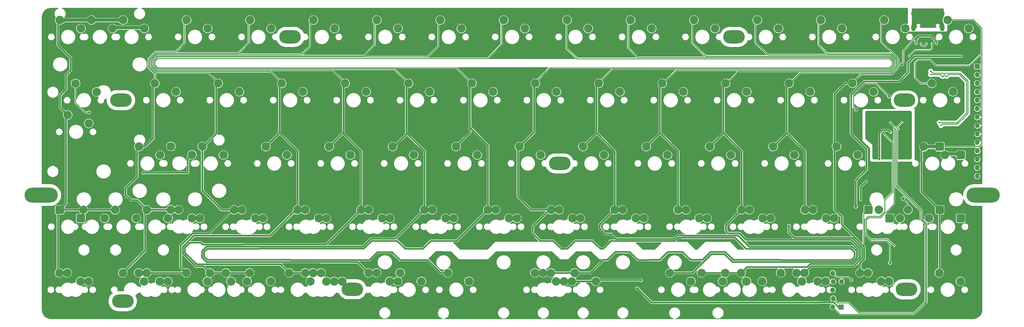
<source format=gbl>
G04 #@! TF.GenerationSoftware,KiCad,Pcbnew,(5.1.9)-1*
G04 #@! TF.CreationDate,2021-02-26T14:14:08+09:00*
G04 #@! TF.ProjectId,Joker60-NoArrows,4a6f6b65-7236-4302-9d4e-6f4172726f77,pre-Alpha*
G04 #@! TF.SameCoordinates,Original*
G04 #@! TF.FileFunction,Copper,L2,Bot*
G04 #@! TF.FilePolarity,Positive*
%FSLAX46Y46*%
G04 Gerber Fmt 4.6, Leading zero omitted, Abs format (unit mm)*
G04 Created by KiCad (PCBNEW (5.1.9)-1) date 2021-02-26 14:14:08*
%MOMM*%
%LPD*%
G01*
G04 APERTURE LIST*
G04 #@! TA.AperFunction,ComponentPad*
%ADD10C,2.540000*%
G04 #@! TD*
G04 #@! TA.AperFunction,SMDPad,CuDef*
%ADD11O,1.300000X2.400000*%
G04 #@! TD*
G04 #@! TA.AperFunction,ComponentPad*
%ADD12O,1.300000X2.400000*%
G04 #@! TD*
G04 #@! TA.AperFunction,ComponentPad*
%ADD13O,1.300000X1.900000*%
G04 #@! TD*
G04 #@! TA.AperFunction,ComponentPad*
%ADD14O,10.000000X4.500001*%
G04 #@! TD*
G04 #@! TA.AperFunction,ComponentPad*
%ADD15O,6.500000X4.000000*%
G04 #@! TD*
G04 #@! TA.AperFunction,ComponentPad*
%ADD16O,1.524000X1.524000*%
G04 #@! TD*
G04 #@! TA.AperFunction,ComponentPad*
%ADD17R,1.524000X1.524000*%
G04 #@! TD*
G04 #@! TA.AperFunction,ViaPad*
%ADD18C,0.500000*%
G04 #@! TD*
G04 #@! TA.AperFunction,ViaPad*
%ADD19C,0.800000*%
G04 #@! TD*
G04 #@! TA.AperFunction,ViaPad*
%ADD20C,1.000000*%
G04 #@! TD*
G04 #@! TA.AperFunction,Conductor*
%ADD21C,0.500000*%
G04 #@! TD*
G04 #@! TA.AperFunction,Conductor*
%ADD22C,0.254000*%
G04 #@! TD*
G04 #@! TA.AperFunction,Conductor*
%ADD23C,1.000000*%
G04 #@! TD*
G04 #@! TA.AperFunction,Conductor*
%ADD24C,0.152400*%
G04 #@! TD*
G04 APERTURE END LIST*
D10*
G04 #@! TO.P,SW74,1*
G04 #@! TO.N,Col13*
X103128990Y-143423365D03*
G04 #@! TO.P,SW74,2*
G04 #@! TO.N,Net-(D62-Pad2)*
X109478990Y-145963365D03*
G04 #@! TD*
G04 #@! TO.P,SW75,2*
G04 #@! TO.N,Net-(D63-Pad2)*
G04 #@! TA.AperFunction,ComponentPad*
G36*
G01*
X84174130Y-147233365D02*
X82396130Y-147233365D01*
G75*
G02*
X82015130Y-146852365I0J381000D01*
G01*
X82015130Y-145074365D01*
G75*
G02*
X82396130Y-144693365I381000J0D01*
G01*
X84174130Y-144693365D01*
G75*
G02*
X84555130Y-145074365I0J-381000D01*
G01*
X84555130Y-146852365D01*
G75*
G02*
X84174130Y-147233365I-381000J0D01*
G01*
G37*
G04 #@! TD.AperFunction*
G04 #@! TO.P,SW75,1*
G04 #@! TO.N,Col14*
G04 #@! TA.AperFunction,ComponentPad*
G36*
G01*
X75665130Y-144312365D02*
X75665130Y-142534365D01*
G75*
G02*
X76046130Y-142153365I381000J0D01*
G01*
X77824130Y-142153365D01*
G75*
G02*
X78205130Y-142534365I0J-381000D01*
G01*
X78205130Y-144312365D01*
G75*
G02*
X77824130Y-144693365I-381000J0D01*
G01*
X76046130Y-144693365D01*
G75*
G02*
X75665130Y-144312365I0J381000D01*
G01*
G37*
G04 #@! TD.AperFunction*
G04 #@! TD*
G04 #@! TO.P,SW90,2*
G04 #@! TO.N,Net-(D48-Pad2)*
X233305000Y-145963125D03*
G04 #@! TO.P,SW90,1*
G04 #@! TO.N,Col7*
X226955000Y-143423125D03*
G04 #@! TD*
G04 #@! TO.P,SW48,2*
G04 #@! TO.N,Net-(D48-Pad2)*
X230923750Y-145963365D03*
G04 #@! TO.P,SW48,1*
G04 #@! TO.N,Col7*
X224573750Y-143423365D03*
G04 #@! TD*
G04 #@! TO.P,SW47,2*
G04 #@! TO.N,Net-(D47-Pad2)*
X249973750Y-145963365D03*
G04 #@! TO.P,SW47,1*
G04 #@! TO.N,Col6*
X243623750Y-143423365D03*
G04 #@! TD*
G04 #@! TO.P,SW112,1*
G04 #@! TO.N,Col11*
X122078750Y-162401250D03*
G04 #@! TO.P,SW112,2*
G04 #@! TO.N,Net-(D61-Pad2)*
X128428750Y-164941250D03*
G04 #@! TD*
G04 #@! TO.P,SW59,1*
G04 #@! TO.N,Col12*
X103028750Y-162401250D03*
G04 #@! TO.P,SW59,2*
G04 #@! TO.N,Net-(D58-Pad2)*
X109378750Y-164941250D03*
G04 #@! TD*
G04 #@! TO.P,SW117,2*
G04 #@! TO.N,Net-(D60-Pad2)*
X83185000Y-164941250D03*
G04 #@! TO.P,SW117,1*
G04 #@! TO.N,Col14*
X76835000Y-162401250D03*
G04 #@! TD*
G04 #@! TO.P,SW116,2*
G04 #@! TO.N,Net-(D59-Pad2)*
X102235000Y-164941250D03*
G04 #@! TO.P,SW116,1*
G04 #@! TO.N,Col13*
X95885000Y-162401250D03*
G04 #@! TD*
G04 #@! TO.P,SW115,2*
G04 #@! TO.N,Net-(D58-Pad2)*
X121285000Y-164941250D03*
G04 #@! TO.P,SW115,1*
G04 #@! TO.N,Col12*
X114935000Y-162401250D03*
G04 #@! TD*
G04 #@! TO.P,SW114,1*
G04 #@! TO.N,Col14*
X79216250Y-162401250D03*
G04 #@! TO.P,SW114,2*
G04 #@! TO.N,Net-(D60-Pad2)*
X85566250Y-164941250D03*
G04 #@! TD*
G04 #@! TO.P,SW113,2*
G04 #@! TO.N,Net-(D58-Pad2)*
X106997500Y-164941250D03*
G04 #@! TO.P,SW113,1*
G04 #@! TO.N,Col12*
X100647500Y-162401250D03*
G04 #@! TD*
G04 #@! TO.P,SW111,1*
G04 #@! TO.N,Col10*
X145891250Y-162401250D03*
G04 #@! TO.P,SW111,2*
G04 #@! TO.N,Net-(D69-Pad2)*
X152241250Y-164941250D03*
G04 #@! TD*
G04 #@! TO.P,SW110,1*
G04 #@! TO.N,Col9*
X169703750Y-162401250D03*
G04 #@! TO.P,SW110,2*
G04 #@! TO.N,Net-(D67-Pad2)*
X176053750Y-164941250D03*
G04 #@! TD*
G04 #@! TO.P,SW109,1*
G04 #@! TO.N,Col7*
X224472500Y-162401250D03*
G04 #@! TO.P,SW109,2*
G04 #@! TO.N,Net-(D57-Pad2)*
X230822500Y-164941250D03*
G04 #@! TD*
G04 #@! TO.P,SW108,2*
G04 #@! TO.N,Net-(D64-Pad2)*
X283210000Y-164941250D03*
G04 #@! TO.P,SW108,1*
G04 #@! TO.N,Col4*
X276860000Y-162401250D03*
G04 #@! TD*
G04 #@! TO.P,SW107,1*
G04 #@! TO.N,Col3*
X298291250Y-162401250D03*
G04 #@! TO.P,SW107,2*
G04 #@! TO.N,Net-(D56-Pad2)*
X304641250Y-164941250D03*
G04 #@! TD*
G04 #@! TO.P,SW106,2*
G04 #@! TO.N,Net-(D55-Pad2)*
X326072500Y-164941250D03*
G04 #@! TO.P,SW106,1*
G04 #@! TO.N,Col2*
X319722500Y-162401250D03*
G04 #@! TD*
G04 #@! TO.P,SW105,2*
G04 #@! TO.N,Net-(D60-Pad2)*
X83185000Y-164941250D03*
G04 #@! TO.P,SW105,1*
G04 #@! TO.N,Col14*
X76835000Y-162401250D03*
G04 #@! TD*
G04 #@! TO.P,SW104,2*
G04 #@! TO.N,Net-(D59-Pad2)*
X102235000Y-164941250D03*
G04 #@! TO.P,SW104,1*
G04 #@! TO.N,Col13*
X95885000Y-162401250D03*
G04 #@! TD*
G04 #@! TO.P,SW103,2*
G04 #@! TO.N,Net-(D58-Pad2)*
X121285000Y-164941250D03*
G04 #@! TO.P,SW103,1*
G04 #@! TO.N,Col12*
X114935000Y-162401250D03*
G04 #@! TD*
G04 #@! TO.P,SW102,2*
G04 #@! TO.N,Net-(D61-Pad2)*
X140335000Y-164941250D03*
G04 #@! TO.P,SW102,1*
G04 #@! TO.N,Col11*
X133985000Y-162401250D03*
G04 #@! TD*
G04 #@! TO.P,SW101,2*
G04 #@! TO.N,Net-(D69-Pad2)*
X159385000Y-164941250D03*
G04 #@! TO.P,SW101,1*
G04 #@! TO.N,Col10*
X153035000Y-162401250D03*
G04 #@! TD*
G04 #@! TO.P,SW100,1*
G04 #@! TO.N,Col7*
X222091250Y-162401250D03*
G04 #@! TO.P,SW100,2*
G04 #@! TO.N,Net-(D57-Pad2)*
X228441250Y-164941250D03*
G04 #@! TD*
G04 #@! TO.P,SW86,1*
G04 #@! TO.N,Col7*
X219710000Y-162401250D03*
G04 #@! TO.P,SW86,2*
G04 #@! TO.N,Net-(D57-Pad2)*
X226060000Y-164941250D03*
G04 #@! TD*
G04 #@! TO.P,SW84,2*
G04 #@! TO.N,Net-(D61-Pad2)*
X140335000Y-164941250D03*
G04 #@! TO.P,SW84,1*
G04 #@! TO.N,Col11*
X133985000Y-162401250D03*
G04 #@! TD*
G04 #@! TO.P,SW83,2*
G04 #@! TO.N,Net-(D69-Pad2)*
X161766250Y-164941250D03*
G04 #@! TO.P,SW83,1*
G04 #@! TO.N,Col10*
X155416250Y-162401250D03*
G04 #@! TD*
G04 #@! TO.P,SW82,2*
G04 #@! TO.N,Net-(D67-Pad2)*
X185578750Y-164941250D03*
G04 #@! TO.P,SW82,1*
G04 #@! TO.N,Col9*
X179228750Y-162401250D03*
G04 #@! TD*
G04 #@! TO.P,SW80,2*
G04 #@! TO.N,Net-(D67-Pad2)*
X178435000Y-164941250D03*
G04 #@! TO.P,SW80,1*
G04 #@! TO.N,Col9*
X172085000Y-162401250D03*
G04 #@! TD*
G04 #@! TO.P,SW70,1*
G04 #@! TO.N,Col6*
X260191250Y-162401250D03*
G04 #@! TO.P,SW70,2*
G04 #@! TO.N,Net-(D70-Pad2)*
X266541250Y-164941250D03*
G04 #@! TD*
G04 #@! TO.P,SW61,1*
G04 #@! TO.N,Col1*
X341153750Y-162401250D03*
G04 #@! TO.P,SW61,2*
G04 #@! TO.N,Net-(D54-Pad2)*
X347503750Y-164941250D03*
G04 #@! TD*
G04 #@! TO.P,SW56,2*
G04 #@! TO.N,Net-(D56-Pad2)*
X307022500Y-164941250D03*
G04 #@! TO.P,SW56,1*
G04 #@! TO.N,Col3*
X300672500Y-162401250D03*
G04 #@! TD*
G04 #@! TO.P,SW54,2*
G04 #@! TO.N,Net-(D55-Pad2)*
X326072500Y-164941250D03*
G04 #@! TO.P,SW54,1*
G04 #@! TO.N,Col2*
X319722500Y-162401250D03*
G04 #@! TD*
G04 #@! TO.P,SW99,2*
G04 #@! TO.N,Net-(D62-Pad2)*
X119005000Y-145963125D03*
G04 #@! TO.P,SW99,1*
G04 #@! TO.N,Col13*
X112655000Y-143423125D03*
G04 #@! TD*
G04 #@! TO.P,SW98,1*
G04 #@! TO.N,Col1*
X331729950Y-143423365D03*
G04 #@! TO.P,SW98,2*
G04 #@! TO.N,Net-(D42-Pad2)*
X338079950Y-145963365D03*
G04 #@! TD*
G04 #@! TO.P,SW97,2*
G04 #@! TO.N,Net-(D63-Pad2)*
X99955000Y-145963125D03*
G04 #@! TO.P,SW97,1*
G04 #@! TO.N,Col14*
X93605000Y-143423125D03*
G04 #@! TD*
G04 #@! TO.P,SW96,1*
G04 #@! TO.N,Col13*
X103130000Y-143423125D03*
G04 #@! TO.P,SW96,2*
G04 #@! TO.N,Net-(D62-Pad2)*
X109480000Y-145963125D03*
G04 #@! TD*
G04 #@! TO.P,SW95,2*
G04 #@! TO.N,Net-(D53-Pad2)*
X137953750Y-145963125D03*
G04 #@! TO.P,SW95,1*
G04 #@! TO.N,Col12*
X131603750Y-143423125D03*
G04 #@! TD*
G04 #@! TO.P,SW94,2*
G04 #@! TO.N,Net-(D52-Pad2)*
X157003750Y-145963125D03*
G04 #@! TO.P,SW94,1*
G04 #@! TO.N,Col11*
X150653750Y-143423125D03*
G04 #@! TD*
G04 #@! TO.P,SW93,2*
G04 #@! TO.N,Net-(D51-Pad2)*
X176053750Y-145963125D03*
G04 #@! TO.P,SW93,1*
G04 #@! TO.N,Col10*
X169703750Y-143423125D03*
G04 #@! TD*
G04 #@! TO.P,SW92,2*
G04 #@! TO.N,Net-(D50-Pad2)*
X195205000Y-145963125D03*
G04 #@! TO.P,SW92,1*
G04 #@! TO.N,Col9*
X188855000Y-143423125D03*
G04 #@! TD*
G04 #@! TO.P,SW91,2*
G04 #@! TO.N,Net-(D49-Pad2)*
X214255000Y-145963125D03*
G04 #@! TO.P,SW91,1*
G04 #@! TO.N,Col8*
X207905000Y-143423125D03*
G04 #@! TD*
G04 #@! TO.P,SW88,2*
G04 #@! TO.N,Net-(D47-Pad2)*
X252355000Y-145963125D03*
G04 #@! TO.P,SW88,1*
G04 #@! TO.N,Col6*
X246005000Y-143423125D03*
G04 #@! TD*
G04 #@! TO.P,SW87,2*
G04 #@! TO.N,Net-(D46-Pad2)*
X271405000Y-145963125D03*
G04 #@! TO.P,SW87,1*
G04 #@! TO.N,Col5*
X265055000Y-143423125D03*
G04 #@! TD*
G04 #@! TO.P,SW85,2*
G04 #@! TO.N,Net-(D45-Pad2)*
X290455000Y-145963125D03*
G04 #@! TO.P,SW85,1*
G04 #@! TO.N,Col4*
X284105000Y-143423125D03*
G04 #@! TD*
G04 #@! TO.P,SW71,2*
G04 #@! TO.N,Net-(D44-Pad2)*
X309505000Y-145963125D03*
G04 #@! TO.P,SW71,1*
G04 #@! TO.N,Col3*
X303155000Y-143423125D03*
G04 #@! TD*
G04 #@! TO.P,SW69,2*
G04 #@! TO.N,Net-(D43-Pad2)*
X329348750Y-145963125D03*
G04 #@! TO.P,SW69,1*
G04 #@! TO.N,Col2*
X322998750Y-143423125D03*
G04 #@! TD*
G04 #@! TO.P,SW66,2*
G04 #@! TO.N,Net-(D42-Pad2)*
X347605000Y-145963365D03*
G04 #@! TO.P,SW66,1*
G04 #@! TO.N,Col1*
X341255000Y-143423365D03*
G04 #@! TD*
G04 #@! TO.P,SW2,2*
G04 #@! TO.N,Net-(D2-Pad2)*
X330936170Y-88813125D03*
G04 #@! TO.P,SW2,1*
G04 #@! TO.N,Col2*
X324586170Y-86273125D03*
G04 #@! TD*
G04 #@! TO.P,SW44,2*
G04 #@! TO.N,Net-(D44-Pad2)*
X307123750Y-145963125D03*
G04 #@! TO.P,SW44,1*
G04 #@! TO.N,Col3*
X300773750Y-143423125D03*
G04 #@! TD*
G04 #@! TO.P,SW60,1*
G04 #@! TO.N,Col14*
X79216250Y-162401250D03*
G04 #@! TO.P,SW60,2*
G04 #@! TO.N,Net-(D60-Pad2)*
X85566250Y-164941250D03*
G04 #@! TD*
G04 #@! TO.P,SW52,2*
G04 #@! TO.N,Net-(D52-Pad2)*
X154723750Y-145963125D03*
G04 #@! TO.P,SW52,1*
G04 #@! TO.N,Col11*
X148373750Y-143423125D03*
G04 #@! TD*
G04 #@! TO.P,SW77,1*
G04 #@! TO.N,Col14*
X110337250Y-124322325D03*
G04 #@! TO.P,SW77,2*
G04 #@! TO.N,Net-(D65-Pad2)*
X116687250Y-126862325D03*
G04 #@! TD*
G04 #@! TO.P,SW62,1*
G04 #@! TO.N,Col3*
X293528750Y-162401250D03*
G04 #@! TO.P,SW62,2*
G04 #@! TO.N,Net-(D56-Pad2)*
X299878750Y-164941250D03*
G04 #@! TD*
G04 #@! TO.P,SW68,1*
G04 #@! TO.N,Col10*
X150653750Y-162401250D03*
G04 #@! TO.P,SW68,2*
G04 #@! TO.N,Net-(D69-Pad2)*
X157003750Y-164941250D03*
G04 #@! TD*
G04 #@! TO.P,SW89,1*
G04 #@! TO.N,Col8*
X193516250Y-162401250D03*
G04 #@! TO.P,SW89,2*
G04 #@! TO.N,Net-(D66-Pad2)*
X199866250Y-164941250D03*
G04 #@! TD*
G04 #@! TO.P,SW81,1*
G04 #@! TO.N,Col4*
X269716250Y-162401250D03*
G04 #@! TO.P,SW81,2*
G04 #@! TO.N,Net-(D64-Pad2)*
X276066250Y-164941250D03*
G04 #@! TD*
G04 #@! TO.P,SW79,1*
G04 #@! TO.N,Col14*
X84083810Y-143415505D03*
G04 #@! TO.P,SW79,2*
G04 #@! TO.N,Net-(D63-Pad2)*
X90433810Y-145955505D03*
G04 #@! TD*
G04 #@! TO.P,SW78,2*
G04 #@! TO.N,Net-(D62-Pad2)*
X116644070Y-145930105D03*
G04 #@! TO.P,SW78,1*
G04 #@! TO.N,Col13*
X110294070Y-143390105D03*
G04 #@! TD*
G04 #@! TO.P,SW76,1*
G04 #@! TO.N,Col15*
X81691130Y-105351065D03*
G04 #@! TO.P,SW76,2*
G04 #@! TO.N,Net-(D68-Pad2)*
X88041130Y-107891065D03*
G04 #@! TD*
G04 #@! TO.P,SW73,1*
G04 #@! TO.N,Col1*
X331729950Y-143423365D03*
G04 #@! TO.P,SW73,2*
G04 #@! TO.N,Net-(D42-Pad2)*
X338079950Y-145963365D03*
G04 #@! TD*
G04 #@! TO.P,SW72,1*
G04 #@! TO.N,Col14*
X93605000Y-143423125D03*
G04 #@! TO.P,SW72,2*
G04 #@! TO.N,Net-(D63-Pad2)*
X99955000Y-145963125D03*
G04 #@! TD*
G04 #@! TO.P,SW67,2*
G04 #@! TO.N,Net-(D64-Pad2)*
X287972500Y-164941250D03*
G04 #@! TO.P,SW67,1*
G04 #@! TO.N,Col4*
X281622500Y-162401250D03*
G04 #@! TD*
G04 #@! TO.P,SW58,1*
G04 #@! TO.N,Col11*
X126841250Y-162401250D03*
G04 #@! TO.P,SW58,2*
G04 #@! TO.N,Net-(D61-Pad2)*
X133191250Y-164941250D03*
G04 #@! TD*
G04 #@! TO.P,SW57,1*
G04 #@! TO.N,Col7*
X231616250Y-162401250D03*
G04 #@! TO.P,SW57,2*
G04 #@! TO.N,Net-(D57-Pad2)*
X237966250Y-164941250D03*
G04 #@! TD*
G04 #@! TO.P,SW55,1*
G04 #@! TO.N,Col2*
X317341250Y-162401250D03*
G04 #@! TO.P,SW55,2*
G04 #@! TO.N,Net-(D55-Pad2)*
X323691250Y-164941250D03*
G04 #@! TD*
G04 #@! TO.P,SW1,2*
G04 #@! TO.N,Net-(D1-Pad2)*
X349986250Y-88813125D03*
G04 #@! TO.P,SW1,1*
G04 #@! TO.N,Col1*
X343636250Y-86273125D03*
G04 #@! TD*
G04 #@! TO.P,SW29,1*
G04 #@! TO.N,Col1*
X336492506Y-124373093D03*
G04 #@! TO.P,SW29,2*
G04 #@! TO.N,Net-(D29-Pad2)*
X342842506Y-126913093D03*
G04 #@! TD*
G04 #@! TO.P,SW63,1*
G04 #@! TO.N,Col1*
G04 #@! TA.AperFunction,ComponentPad*
G36*
G01*
X339984990Y-125262285D02*
X339984990Y-123484285D01*
G75*
G02*
X340365990Y-123103285I381000J0D01*
G01*
X342143990Y-123103285D01*
G75*
G02*
X342524990Y-123484285I0J-381000D01*
G01*
X342524990Y-125262285D01*
G75*
G02*
X342143990Y-125643285I-381000J0D01*
G01*
X340365990Y-125643285D01*
G75*
G02*
X339984990Y-125262285I0J381000D01*
G01*
G37*
G04 #@! TD.AperFunction*
G04 #@! TO.P,SW63,2*
G04 #@! TO.N,Net-(D29-Pad2)*
G04 #@! TA.AperFunction,ComponentPad*
G36*
G01*
X346334990Y-127802285D02*
X346334990Y-126024285D01*
G75*
G02*
X346715990Y-125643285I381000J0D01*
G01*
X348493990Y-125643285D01*
G75*
G02*
X348874990Y-126024285I0J-381000D01*
G01*
X348874990Y-127802285D01*
G75*
G02*
X348493990Y-128183285I-381000J0D01*
G01*
X346715990Y-128183285D01*
G75*
G02*
X346334990Y-127802285I0J381000D01*
G01*
G37*
G04 #@! TD.AperFunction*
G04 #@! TD*
D11*
G04 #@! TO.P,J1,S*
G04 #@! TO.N,/SHIELD*
X342026250Y-88453125D03*
D12*
X333426250Y-88453125D03*
D13*
X333426250Y-84253125D03*
X342026250Y-84253125D03*
D12*
X342026250Y-88453125D03*
G04 #@! TD*
D10*
G04 #@! TO.P,SW15,1*
G04 #@! TO.N,Col1*
X338873730Y-105323205D03*
G04 #@! TO.P,SW15,2*
G04 #@! TO.N,Net-(D15-Pad2)*
X345223730Y-107863205D03*
G04 #@! TD*
G04 #@! TO.P,SW43,2*
G04 #@! TO.N,Net-(D43-Pad2)*
G04 #@! TA.AperFunction,ComponentPad*
G36*
G01*
X327062750Y-147233365D02*
X325284750Y-147233365D01*
G75*
G02*
X324903750Y-146852365I0J381000D01*
G01*
X324903750Y-145074365D01*
G75*
G02*
X325284750Y-144693365I381000J0D01*
G01*
X327062750Y-144693365D01*
G75*
G02*
X327443750Y-145074365I0J-381000D01*
G01*
X327443750Y-146852365D01*
G75*
G02*
X327062750Y-147233365I-381000J0D01*
G01*
G37*
G04 #@! TD.AperFunction*
G04 #@! TO.P,SW43,1*
G04 #@! TO.N,Col2*
G04 #@! TA.AperFunction,ComponentPad*
G36*
G01*
X318553750Y-144312365D02*
X318553750Y-142534365D01*
G75*
G02*
X318934750Y-142153365I381000J0D01*
G01*
X320712750Y-142153365D01*
G75*
G02*
X321093750Y-142534365I0J-381000D01*
G01*
X321093750Y-144312365D01*
G75*
G02*
X320712750Y-144693365I-381000J0D01*
G01*
X318934750Y-144693365D01*
G75*
G02*
X318553750Y-144312365I0J381000D01*
G01*
G37*
G04 #@! TD.AperFunction*
G04 #@! TD*
G04 #@! TO.P,SW41,2*
G04 #@! TO.N,Net-(D41-Pad2)*
X107098750Y-126913125D03*
G04 #@! TO.P,SW41,1*
G04 #@! TO.N,Col13*
X100748750Y-124373125D03*
G04 #@! TD*
G04 #@! TO.P,SW42,1*
G04 #@! TO.N,Col1*
G04 #@! TA.AperFunction,ComponentPad*
G36*
G01*
X339985000Y-144312365D02*
X339985000Y-142534365D01*
G75*
G02*
X340366000Y-142153365I381000J0D01*
G01*
X342144000Y-142153365D01*
G75*
G02*
X342525000Y-142534365I0J-381000D01*
G01*
X342525000Y-144312365D01*
G75*
G02*
X342144000Y-144693365I-381000J0D01*
G01*
X340366000Y-144693365D01*
G75*
G02*
X339985000Y-144312365I0J381000D01*
G01*
G37*
G04 #@! TD.AperFunction*
G04 #@! TO.P,SW42,2*
G04 #@! TO.N,Net-(D42-Pad2)*
G04 #@! TA.AperFunction,ComponentPad*
G36*
G01*
X346335000Y-146852365D02*
X346335000Y-145074365D01*
G75*
G02*
X346716000Y-144693365I381000J0D01*
G01*
X348494000Y-144693365D01*
G75*
G02*
X348875000Y-145074365I0J-381000D01*
G01*
X348875000Y-146852365D01*
G75*
G02*
X348494000Y-147233365I-381000J0D01*
G01*
X346716000Y-147233365D01*
G75*
G02*
X346335000Y-146852365I0J381000D01*
G01*
G37*
G04 #@! TD.AperFunction*
G04 #@! TD*
G04 #@! TO.P,SW53,2*
G04 #@! TO.N,Net-(D53-Pad2)*
X135673750Y-145963365D03*
G04 #@! TO.P,SW53,1*
G04 #@! TO.N,Col12*
X129323750Y-143423365D03*
G04 #@! TD*
D14*
G04 #@! TO.P,H6,*
G04 #@! TO.N,*
X71326250Y-138978325D03*
G04 #@! TD*
G04 #@! TO.P,H1,*
G04 #@! TO.N,*
X354316250Y-138973125D03*
G04 #@! TD*
D15*
G04 #@! TO.P,H3,1*
G04 #@! TO.N,N/C*
X227113250Y-129453285D03*
G04 #@! TD*
G04 #@! TO.P,H4,1*
G04 #@! TO.N,N/C*
X164846250Y-167333125D03*
G04 #@! TD*
G04 #@! TO.P,H5,1*
G04 #@! TO.N,N/C*
X95326250Y-110403205D03*
G04 #@! TD*
G04 #@! TO.P,H7,1*
G04 #@! TO.N,N/C*
X331276250Y-167353125D03*
G04 #@! TD*
G04 #@! TO.P,H8,1*
G04 #@! TO.N,CASE*
X279500970Y-91353125D03*
G04 #@! TD*
G04 #@! TO.P,H9,1*
G04 #@! TO.N,N/C*
X95876250Y-170925335D03*
G04 #@! TD*
G04 #@! TO.P,H10,1*
G04 #@! TO.N,N/C*
X146150410Y-91353125D03*
G04 #@! TD*
G04 #@! TO.P,H2,1*
G04 #@! TO.N,N/C*
X330698060Y-110403205D03*
G04 #@! TD*
D10*
G04 #@! TO.P,SW3,2*
G04 #@! TO.N,Net-(D3-Pad2)*
X311886090Y-88813125D03*
G04 #@! TO.P,SW3,1*
G04 #@! TO.N,Col3*
X305536090Y-86273125D03*
G04 #@! TD*
G04 #@! TO.P,SW4,2*
G04 #@! TO.N,Net-(D4-Pad2)*
X292836010Y-88813125D03*
G04 #@! TO.P,SW4,1*
G04 #@! TO.N,Col4*
X286486010Y-86273125D03*
G04 #@! TD*
G04 #@! TO.P,SW5,2*
G04 #@! TO.N,Net-(D5-Pad2)*
X273785930Y-88813125D03*
G04 #@! TO.P,SW5,1*
G04 #@! TO.N,Col5*
X267435930Y-86273125D03*
G04 #@! TD*
G04 #@! TO.P,SW6,2*
G04 #@! TO.N,Net-(D6-Pad2)*
X254735850Y-88813125D03*
G04 #@! TO.P,SW6,1*
G04 #@! TO.N,Col6*
X248385850Y-86273125D03*
G04 #@! TD*
G04 #@! TO.P,SW7,2*
G04 #@! TO.N,Net-(D7-Pad2)*
X235685770Y-88813125D03*
G04 #@! TO.P,SW7,1*
G04 #@! TO.N,Col7*
X229335770Y-86273125D03*
G04 #@! TD*
G04 #@! TO.P,SW8,2*
G04 #@! TO.N,Net-(D8-Pad2)*
X216635690Y-88813125D03*
G04 #@! TO.P,SW8,1*
G04 #@! TO.N,Col8*
X210285690Y-86273125D03*
G04 #@! TD*
G04 #@! TO.P,SW9,2*
G04 #@! TO.N,Net-(D9-Pad2)*
X197585610Y-88813125D03*
G04 #@! TO.P,SW9,1*
G04 #@! TO.N,Col9*
X191235610Y-86273125D03*
G04 #@! TD*
G04 #@! TO.P,SW10,2*
G04 #@! TO.N,Net-(D10-Pad2)*
X178535530Y-88813125D03*
G04 #@! TO.P,SW10,1*
G04 #@! TO.N,Col10*
X172185530Y-86273125D03*
G04 #@! TD*
G04 #@! TO.P,SW11,2*
G04 #@! TO.N,Net-(D11-Pad2)*
X159485450Y-88813125D03*
G04 #@! TO.P,SW11,1*
G04 #@! TO.N,Col11*
X153135450Y-86273125D03*
G04 #@! TD*
G04 #@! TO.P,SW12,2*
G04 #@! TO.N,Net-(D12-Pad2)*
X140435370Y-88813125D03*
G04 #@! TO.P,SW12,1*
G04 #@! TO.N,Col12*
X134085370Y-86273125D03*
G04 #@! TD*
G04 #@! TO.P,SW13,2*
G04 #@! TO.N,Net-(D13-Pad2)*
X121385290Y-88813125D03*
G04 #@! TO.P,SW13,1*
G04 #@! TO.N,Col13*
X115035290Y-86273125D03*
G04 #@! TD*
G04 #@! TO.P,SW14,1*
G04 #@! TO.N,Col14*
X86460170Y-86273125D03*
G04 #@! TO.P,SW14,2*
G04 #@! TO.N,Net-(D14-Pad2)*
X92810170Y-88813125D03*
G04 #@! TD*
G04 #@! TO.P,SW16,2*
G04 #@! TO.N,Net-(D16-Pad2)*
X321411130Y-107863205D03*
G04 #@! TO.P,SW16,1*
G04 #@! TO.N,Col2*
X315061130Y-105323205D03*
G04 #@! TD*
G04 #@! TO.P,SW17,2*
G04 #@! TO.N,Net-(D17-Pad2)*
X302361050Y-107863205D03*
G04 #@! TO.P,SW17,1*
G04 #@! TO.N,Col3*
X296011050Y-105323205D03*
G04 #@! TD*
G04 #@! TO.P,SW18,2*
G04 #@! TO.N,Net-(D18-Pad2)*
X283310970Y-107863205D03*
G04 #@! TO.P,SW18,1*
G04 #@! TO.N,Col4*
X276960970Y-105323205D03*
G04 #@! TD*
G04 #@! TO.P,SW19,2*
G04 #@! TO.N,Net-(D19-Pad2)*
X264260890Y-107863205D03*
G04 #@! TO.P,SW19,1*
G04 #@! TO.N,Col5*
X257910890Y-105323205D03*
G04 #@! TD*
G04 #@! TO.P,SW20,2*
G04 #@! TO.N,Net-(D20-Pad2)*
X245210810Y-107863205D03*
G04 #@! TO.P,SW20,1*
G04 #@! TO.N,Col6*
X238860810Y-105323205D03*
G04 #@! TD*
G04 #@! TO.P,SW21,2*
G04 #@! TO.N,Net-(D21-Pad2)*
X226160730Y-107863205D03*
G04 #@! TO.P,SW21,1*
G04 #@! TO.N,Col7*
X219810730Y-105323205D03*
G04 #@! TD*
G04 #@! TO.P,SW22,2*
G04 #@! TO.N,Net-(D22-Pad2)*
X207110650Y-107863205D03*
G04 #@! TO.P,SW22,1*
G04 #@! TO.N,Col8*
X200760650Y-105323205D03*
G04 #@! TD*
G04 #@! TO.P,SW23,2*
G04 #@! TO.N,Net-(D23-Pad2)*
X188060570Y-107863205D03*
G04 #@! TO.P,SW23,1*
G04 #@! TO.N,Col9*
X181710570Y-105323205D03*
G04 #@! TD*
G04 #@! TO.P,SW24,2*
G04 #@! TO.N,Net-(D24-Pad2)*
X169010490Y-107863205D03*
G04 #@! TO.P,SW24,1*
G04 #@! TO.N,Col10*
X162660490Y-105323205D03*
G04 #@! TD*
G04 #@! TO.P,SW25,2*
G04 #@! TO.N,Net-(D25-Pad2)*
X149960410Y-107863205D03*
G04 #@! TO.P,SW25,1*
G04 #@! TO.N,Col11*
X143610410Y-105323205D03*
G04 #@! TD*
G04 #@! TO.P,SW26,2*
G04 #@! TO.N,Net-(D26-Pad2)*
X130910330Y-107863205D03*
G04 #@! TO.P,SW26,1*
G04 #@! TO.N,Col12*
X124560330Y-105323205D03*
G04 #@! TD*
G04 #@! TO.P,SW27,2*
G04 #@! TO.N,Net-(D27-Pad2)*
X111860250Y-107863205D03*
G04 #@! TO.P,SW27,1*
G04 #@! TO.N,Col13*
X105510250Y-105323205D03*
G04 #@! TD*
G04 #@! TO.P,SW30,2*
G04 #@! TO.N,Net-(D30-Pad2)*
X316648610Y-126913285D03*
G04 #@! TO.P,SW30,1*
G04 #@! TO.N,Col2*
X310298610Y-124373285D03*
G04 #@! TD*
G04 #@! TO.P,SW31,2*
G04 #@! TO.N,Net-(D31-Pad2)*
X297598530Y-126913285D03*
G04 #@! TO.P,SW31,1*
G04 #@! TO.N,Col3*
X291248530Y-124373285D03*
G04 #@! TD*
G04 #@! TO.P,SW32,2*
G04 #@! TO.N,Net-(D32-Pad2)*
X278548450Y-126913285D03*
G04 #@! TO.P,SW32,1*
G04 #@! TO.N,Col4*
X272198450Y-124373285D03*
G04 #@! TD*
G04 #@! TO.P,SW33,2*
G04 #@! TO.N,Net-(D33-Pad2)*
X259498370Y-126913285D03*
G04 #@! TO.P,SW33,1*
G04 #@! TO.N,Col5*
X253148370Y-124373285D03*
G04 #@! TD*
G04 #@! TO.P,SW34,2*
G04 #@! TO.N,Net-(D34-Pad2)*
X240448290Y-126913285D03*
G04 #@! TO.P,SW34,1*
G04 #@! TO.N,Col6*
X234098290Y-124373285D03*
G04 #@! TD*
G04 #@! TO.P,SW35,2*
G04 #@! TO.N,Net-(D35-Pad2)*
X221398210Y-126913285D03*
G04 #@! TO.P,SW35,1*
G04 #@! TO.N,Col7*
X215048210Y-124373285D03*
G04 #@! TD*
G04 #@! TO.P,SW37,2*
G04 #@! TO.N,Net-(D37-Pad2)*
X183298050Y-126913285D03*
G04 #@! TO.P,SW37,1*
G04 #@! TO.N,Col9*
X176948050Y-124373285D03*
G04 #@! TD*
G04 #@! TO.P,SW38,2*
G04 #@! TO.N,Net-(D38-Pad2)*
X164247970Y-126913285D03*
G04 #@! TO.P,SW38,1*
G04 #@! TO.N,Col10*
X157897970Y-124373285D03*
G04 #@! TD*
G04 #@! TO.P,SW39,2*
G04 #@! TO.N,Net-(D39-Pad2)*
X145197890Y-126913285D03*
G04 #@! TO.P,SW39,1*
G04 #@! TO.N,Col11*
X138847890Y-124373285D03*
G04 #@! TD*
G04 #@! TO.P,SW40,2*
G04 #@! TO.N,Net-(D40-Pad2)*
X126147810Y-126913285D03*
G04 #@! TO.P,SW40,1*
G04 #@! TO.N,Col12*
X119797810Y-124373285D03*
G04 #@! TD*
G04 #@! TO.P,SW45,2*
G04 #@! TO.N,Net-(D45-Pad2)*
X288073750Y-145963365D03*
G04 #@! TO.P,SW45,1*
G04 #@! TO.N,Col4*
X281723750Y-143423365D03*
G04 #@! TD*
G04 #@! TO.P,SW46,2*
G04 #@! TO.N,Net-(D46-Pad2)*
X269023750Y-145963365D03*
G04 #@! TO.P,SW46,1*
G04 #@! TO.N,Col5*
X262673750Y-143423365D03*
G04 #@! TD*
G04 #@! TO.P,SW49,2*
G04 #@! TO.N,Net-(D49-Pad2)*
X211873750Y-145963365D03*
G04 #@! TO.P,SW49,1*
G04 #@! TO.N,Col8*
X205523750Y-143423365D03*
G04 #@! TD*
G04 #@! TO.P,SW50,2*
G04 #@! TO.N,Net-(D50-Pad2)*
X192823750Y-145963365D03*
G04 #@! TO.P,SW50,1*
G04 #@! TO.N,Col9*
X186473750Y-143423365D03*
G04 #@! TD*
G04 #@! TO.P,SW51,2*
G04 #@! TO.N,Net-(D51-Pad2)*
X173773750Y-145963365D03*
G04 #@! TO.P,SW51,1*
G04 #@! TO.N,Col10*
X167423750Y-143423365D03*
G04 #@! TD*
G04 #@! TO.P,SW64,2*
G04 #@! TO.N,Net-(D14-Pad2)*
X102335210Y-88813125D03*
G04 #@! TO.P,SW64,1*
G04 #@! TO.N,Col14*
X95985210Y-86273125D03*
G04 #@! TD*
G04 #@! TO.P,SW36,2*
G04 #@! TO.N,Net-(D36-Pad2)*
X202348130Y-126913285D03*
G04 #@! TO.P,SW36,1*
G04 #@! TO.N,Col8*
X195998130Y-124373285D03*
G04 #@! TD*
D16*
G04 #@! TO.P,J2,14*
G04 #@! TO.N,Extra14*
X352526250Y-133263125D03*
G04 #@! TO.P,J2,13*
G04 #@! TO.N,Extra13*
X352526250Y-130723125D03*
G04 #@! TO.P,J2,12*
G04 #@! TO.N,Extra12*
X352526250Y-128183125D03*
G04 #@! TO.P,J2,11*
G04 #@! TO.N,Extra11*
X352526250Y-125643125D03*
G04 #@! TO.P,J2,10*
G04 #@! TO.N,Extra10*
X352526250Y-123103125D03*
G04 #@! TO.P,J2,9*
G04 #@! TO.N,Extra9*
X352526250Y-120563125D03*
G04 #@! TO.P,J2,8*
G04 #@! TO.N,Extra8*
X352526250Y-118023125D03*
G04 #@! TO.P,J2,7*
G04 #@! TO.N,Extra7*
X352526250Y-115483125D03*
G04 #@! TO.P,J2,6*
G04 #@! TO.N,Extra6*
X352526250Y-112943125D03*
G04 #@! TO.P,J2,5*
G04 #@! TO.N,Extra5*
X352526250Y-110403125D03*
G04 #@! TO.P,J2,4*
G04 #@! TO.N,Extra4*
X352526250Y-107863125D03*
D17*
G04 #@! TO.P,J2,1*
G04 #@! TO.N,Extra1*
X352526250Y-100243125D03*
D16*
G04 #@! TO.P,J2,2*
G04 #@! TO.N,Extra2*
X352526250Y-102783125D03*
G04 #@! TO.P,J2,3*
G04 #@! TO.N,Extra3*
X352526250Y-105323125D03*
G04 #@! TD*
G04 #@! TO.P,J3,9*
G04 #@! TO.N,GND*
X311677970Y-162498525D03*
G04 #@! TO.P,J3,10*
G04 #@! TO.N,NRST*
X309137970Y-162498525D03*
G04 #@! TO.P,J3,7*
G04 #@! TO.N,Net-(J3-Pad7)*
X311804970Y-165038525D03*
G04 #@! TO.P,J3,8*
G04 #@! TO.N,Net-(J3-Pad8)*
X309264970Y-165038525D03*
G04 #@! TO.P,J3,6*
G04 #@! TO.N,Net-(J3-Pad6)*
X309137970Y-167578525D03*
G04 #@! TO.P,J3,4*
G04 #@! TO.N,SWCLK*
X309264970Y-170118525D03*
G04 #@! TO.P,J3,2*
G04 #@! TO.N,SWDIO*
X309137970Y-172658525D03*
D17*
G04 #@! TO.P,J3,1*
G04 #@! TO.N,3.3V*
X311677970Y-172658525D03*
D16*
G04 #@! TO.P,J3,3*
G04 #@! TO.N,GND*
X311804970Y-170118525D03*
G04 #@! TO.P,J3,5*
X311677970Y-167578525D03*
G04 #@! TD*
D10*
G04 #@! TO.P,SW28,2*
G04 #@! TO.N,Net-(D28-Pad2)*
X83286250Y-88813125D03*
G04 #@! TO.P,SW28,1*
G04 #@! TO.N,Col14*
X76936250Y-86273125D03*
G04 #@! TD*
G04 #@! TO.P,SW65,2*
G04 #@! TO.N,Net-(D65-Pad2)*
X85667500Y-117388125D03*
G04 #@! TO.P,SW65,1*
G04 #@! TO.N,Col14*
X79317500Y-114848125D03*
G04 #@! TD*
D18*
G04 #@! TO.N,3.3V*
X317558949Y-140424656D03*
X319252250Y-134787125D03*
D19*
X250444000Y-167078660D03*
D18*
G04 #@! TO.N,GND*
X333603250Y-94020125D03*
X341426250Y-93353125D03*
D19*
X231203150Y-151497785D03*
X213344410Y-151218385D03*
X140459110Y-149376885D03*
X256392330Y-153961585D03*
D20*
X308305200Y-150977600D03*
X310083200Y-150063200D03*
D19*
X198932800Y-147421600D03*
X161290000Y-146608800D03*
X157581600Y-143103600D03*
X80213200Y-129997200D03*
X90424000Y-125222000D03*
X101600000Y-117805200D03*
X108254800Y-117805200D03*
X164236400Y-152369750D03*
X251871928Y-150774960D03*
X242214400Y-149489400D03*
X257098800Y-161137600D03*
X211378800Y-169011600D03*
X334012540Y-154274520D03*
X329458320Y-152737820D03*
X268551660Y-153990040D03*
X290288980Y-153428700D03*
D18*
G04 #@! TO.N,BOOT0*
X326376170Y-117103125D03*
X327634250Y-154218125D03*
G04 #@! TO.N,NRST*
X324586250Y-120563125D03*
X326364250Y-153710125D03*
D19*
X314706000Y-164541200D03*
X326339200Y-159410400D03*
D18*
G04 #@! TO.N,5V*
X347776250Y-97153125D03*
X316077250Y-142424656D03*
G04 #@! TO.N,VBUS*
X334176250Y-93353125D03*
X340276250Y-93353125D03*
D19*
X329920250Y-99608125D03*
D20*
G04 #@! TO.N,Col1*
X330200000Y-140004800D03*
D19*
G04 #@! TO.N,Col3*
X295993470Y-148180545D03*
G04 #@! TO.N,Net-(D57-Pad2)*
X251561600Y-164592000D03*
G04 #@! TO.N,Net-(D65-Pad2)*
X102100380Y-132242560D03*
D18*
G04 #@! TO.N,Net-(J1-PadA5)*
X338976250Y-93353125D03*
X332142750Y-97131625D03*
G04 #@! TO.N,DBus+*
X337230250Y-93353125D03*
X335676250Y-93353125D03*
G04 #@! TO.N,D+*
X341096250Y-117134125D03*
X338556250Y-102686126D03*
G04 #@! TO.N,D-*
X341604250Y-118023125D03*
X338556250Y-101676125D03*
G04 #@! TO.N,SWCLK*
X329876170Y-117007125D03*
G04 #@! TO.N,SWDIO*
X328777250Y-119039125D03*
G04 #@! TO.N,VDD*
X332176250Y-115953125D03*
X330976250Y-126353125D03*
X319633250Y-120055125D03*
X323189250Y-114594125D03*
X320395250Y-116372125D03*
X321919250Y-127421125D03*
G04 #@! TO.N,GNDD*
X326491250Y-120055125D03*
X323189250Y-128310125D03*
D19*
G04 #@! TO.N,Col15*
X85744970Y-114083585D03*
X326002250Y-109227105D03*
X316183930Y-113247925D03*
G04 #@! TD*
D21*
G04 #@! TO.N,3.3V*
X317558949Y-136480426D02*
X319252250Y-134787125D01*
X319252250Y-134787125D02*
X319252250Y-134787125D01*
X317558949Y-140424656D02*
X317558949Y-136480426D01*
X310823692Y-172658525D02*
X309450067Y-171284900D01*
X311677970Y-172658525D02*
X310823692Y-172658525D01*
X308825873Y-171284900D02*
X308820793Y-171279820D01*
X309450067Y-171284900D02*
X308825873Y-171284900D01*
X308820793Y-171279820D02*
X305526440Y-171279820D01*
X305526440Y-171279820D02*
X305485800Y-171320460D01*
X254685800Y-171320460D02*
X250444000Y-167078660D01*
X305485800Y-171320460D02*
X254685800Y-171320460D01*
D22*
G04 #@! TO.N,GND*
X309168800Y-150977600D02*
X310083200Y-150063200D01*
X308305200Y-150977600D02*
X309168800Y-150977600D01*
D21*
X157784800Y-143103600D02*
X157581600Y-143103600D01*
X161290000Y-146608800D02*
X157784800Y-143103600D01*
X84988400Y-125222000D02*
X90424000Y-125222000D01*
X84785200Y-125425200D02*
X88239600Y-121970800D01*
X80213200Y-129997200D02*
X84785200Y-125425200D01*
X84785200Y-125425200D02*
X84988400Y-125222000D01*
X92405200Y-117805200D02*
X101600000Y-117805200D01*
X88239600Y-121970800D02*
X92405200Y-117805200D01*
D22*
X251871928Y-150774960D02*
X251262888Y-151384000D01*
X244109000Y-151384000D02*
X242214400Y-149489400D01*
X251262888Y-151384000D02*
X244109000Y-151384000D01*
D21*
X257098800Y-161137600D02*
X257098800Y-162509200D01*
X257098800Y-162509200D02*
X253644400Y-165963600D01*
X253644400Y-165963600D02*
X244906800Y-165963600D01*
X244906800Y-165963600D02*
X239776000Y-171094400D01*
X213461600Y-171094400D02*
X211378800Y-169011600D01*
X239776000Y-171094400D02*
X213461600Y-171094400D01*
D22*
X332475840Y-152737820D02*
X329458320Y-152737820D01*
X334012540Y-154274520D02*
X332475840Y-152737820D01*
G04 #@! TO.N,BOOT0*
X327583430Y-141632797D02*
X327583430Y-118310385D01*
X323496416Y-145719811D02*
X327583430Y-141632797D01*
X319151011Y-150819781D02*
X319151011Y-146461819D01*
X319893019Y-145719811D02*
X323496416Y-145719811D01*
X319151011Y-146461819D02*
X319893019Y-145719811D01*
X325714525Y-152298400D02*
X320629630Y-152298400D01*
X327634250Y-154218125D02*
X325714525Y-152298400D01*
X320629630Y-152298400D02*
X319151011Y-150819781D01*
X327583430Y-118310385D02*
X326376170Y-117103125D01*
G04 #@! TO.N,NRST*
X324586250Y-120563125D02*
X324748443Y-120725318D01*
X314706000Y-164541200D02*
X313893200Y-163728400D01*
X310367845Y-163728400D02*
X309137970Y-162498525D01*
X313893200Y-163728400D02*
X310367845Y-163728400D01*
X326364250Y-159385350D02*
X326339200Y-159410400D01*
X326364250Y-153710125D02*
X326364250Y-159385350D01*
X327177020Y-138099420D02*
X327177020Y-123153895D01*
X324764400Y-140512040D02*
X327177020Y-138099420D01*
X324764400Y-143912997D02*
X324764400Y-140512040D01*
X318770000Y-146304000D02*
X319735200Y-145338800D01*
X326364250Y-153710125D02*
X325409725Y-152755600D01*
X327177020Y-123153895D02*
X324586250Y-120563125D01*
X325409725Y-152755600D02*
X320548000Y-152755600D01*
X320548000Y-152755600D02*
X318770000Y-150977600D01*
X318770000Y-150977600D02*
X318770000Y-146304000D01*
X323338597Y-145338800D02*
X324764400Y-143912997D01*
X319735200Y-145338800D02*
X323338597Y-145338800D01*
D21*
G04 #@! TO.N,5V*
X333351249Y-97578124D02*
X333623100Y-97306275D01*
X333776248Y-97153125D02*
X333476249Y-97453124D01*
X347776250Y-97153125D02*
X333776248Y-97153125D01*
X333351249Y-97578124D02*
X333476249Y-97453124D01*
D23*
X316077250Y-142407125D02*
X316077250Y-142407125D01*
D21*
X316077250Y-134549055D02*
X316077250Y-142424656D01*
X319307685Y-125206690D02*
X319307685Y-131318620D01*
X314680250Y-120579255D02*
X319307685Y-125206690D01*
X314680250Y-108752125D02*
X314680250Y-120579255D01*
X318689250Y-104743125D02*
X314680250Y-108752125D01*
X329086250Y-104743125D02*
X318689250Y-104743125D01*
X319307685Y-131318620D02*
X316077250Y-134549055D01*
X331799240Y-102030135D02*
X329086250Y-104743125D01*
X331799240Y-99130134D02*
X331799240Y-102030135D01*
X333351249Y-97578124D02*
X331799240Y-99130134D01*
G04 #@! TO.N,VBUS*
X334176250Y-93353125D02*
X334176250Y-92103125D01*
X334176250Y-92103125D02*
X335176250Y-91103125D01*
X340276250Y-92703125D02*
X340276250Y-93353125D01*
X338676250Y-91103125D02*
X340276250Y-92703125D01*
D22*
X333325427Y-92458026D02*
X330301250Y-95482203D01*
X330301250Y-95482203D02*
X330301250Y-99227125D01*
X330301250Y-99227125D02*
X329920250Y-99608125D01*
X329920250Y-99608125D02*
X329920250Y-99608125D01*
X334680328Y-91103125D02*
X333325427Y-92458026D01*
X335639250Y-91103125D02*
X334680328Y-91103125D01*
D21*
X335639250Y-91103125D02*
X338676250Y-91103125D01*
X335176250Y-91103125D02*
X335639250Y-91103125D01*
D23*
G04 #@! TO.N,Col1*
X341254990Y-124373285D02*
X336376250Y-124373285D01*
X336376250Y-124373285D02*
X336376250Y-124553125D01*
D22*
X351376250Y-86153125D02*
X343776250Y-86153125D01*
X335506170Y-105323205D02*
X338873730Y-105323205D01*
X333876250Y-99153125D02*
X333876250Y-103693285D01*
X338476250Y-98253125D02*
X334776250Y-98253125D01*
X334776250Y-98253125D02*
X333876250Y-99153125D01*
X340226250Y-100003125D02*
X338476250Y-98253125D01*
X333876250Y-103693285D02*
X335506170Y-105323205D01*
X345426250Y-100003125D02*
X348126250Y-100003125D01*
X345426250Y-100003125D02*
X340226250Y-100003125D01*
X341254990Y-124373285D02*
X346557410Y-124373285D01*
X346557410Y-124373285D02*
X348196410Y-124373285D01*
X352994250Y-124373125D02*
X353776250Y-123591125D01*
X346557570Y-124373125D02*
X352994250Y-124373125D01*
X346557410Y-124373285D02*
X346557570Y-124373125D01*
X353776250Y-88553125D02*
X353662250Y-88439125D01*
X353923250Y-123444125D02*
X352994250Y-124373125D01*
X353923250Y-88700125D02*
X353408250Y-88185125D01*
X353923250Y-88940125D02*
X353923250Y-88700125D01*
X353662250Y-88439125D02*
X353408250Y-88185125D01*
X353408250Y-88185125D02*
X351376250Y-86153125D01*
X353923250Y-88940125D02*
X353923250Y-94528125D01*
X353923250Y-94528125D02*
X353923250Y-95006125D01*
X348448250Y-100003125D02*
X350226250Y-100003125D01*
X348448250Y-100003125D02*
X345426250Y-100003125D01*
X348926250Y-100003125D02*
X348448250Y-100003125D01*
X350226250Y-100003125D02*
X353923250Y-96306125D01*
X353923250Y-94528125D02*
X353923250Y-95163125D01*
X353923250Y-96306125D02*
X353923250Y-95163125D01*
X353923250Y-95163125D02*
X353923250Y-123444125D01*
D21*
X336492470Y-124373285D02*
X336492470Y-124912905D01*
X336492470Y-124912905D02*
X335762250Y-125643125D01*
X335762250Y-131993125D02*
X335762250Y-137962125D01*
X335762250Y-125643125D02*
X335762250Y-131993125D01*
X335762250Y-137962125D02*
X341223250Y-143423125D01*
X341255000Y-148598375D02*
X341255000Y-162600125D01*
X341255000Y-148598375D02*
X341255000Y-148852375D01*
X341255000Y-143423365D02*
X341255000Y-148598375D01*
D22*
X331729950Y-141534750D02*
X330200000Y-140004800D01*
X331729950Y-143423365D02*
X331729950Y-141534750D01*
G04 #@! TO.N,Col2*
X309926250Y-124353125D02*
X310176250Y-124603125D01*
D21*
X310298610Y-124373285D02*
X310298610Y-124730765D01*
X310298610Y-124730765D02*
X309676250Y-125353125D01*
X314376570Y-106007805D02*
X315061250Y-105323125D01*
D22*
X328904300Y-100551769D02*
X326926934Y-102529135D01*
X324256250Y-86273125D02*
X323676250Y-86853125D01*
X324586170Y-86273125D02*
X324256250Y-86273125D01*
X323676250Y-86853125D02*
X323676250Y-92708731D01*
X323676250Y-92708731D02*
X328904300Y-97936780D01*
X328904300Y-97936780D02*
X328904300Y-100551769D01*
X320268260Y-102529135D02*
X317728240Y-102529135D01*
X320268260Y-102529135D02*
X319760240Y-102529135D01*
X326926934Y-102529135D02*
X320268260Y-102529135D01*
X317728240Y-102529135D02*
X315061250Y-105196125D01*
X315061250Y-105196125D02*
X315061250Y-105323125D01*
D21*
X309676250Y-128107125D02*
X309676250Y-108549125D01*
X309676250Y-128107125D02*
X309676250Y-133853125D01*
X309676250Y-125353125D02*
X309676250Y-128107125D01*
X309676250Y-108549125D02*
X312902250Y-105323125D01*
X312902250Y-105323125D02*
X315061250Y-105323125D01*
X309676250Y-133853125D02*
X309676250Y-140578125D01*
X309676250Y-140578125D02*
X309676250Y-141213125D01*
X312013250Y-147995125D02*
X312140250Y-148122125D01*
X317552990Y-162531545D02*
X317525050Y-162503605D01*
X319889790Y-162531545D02*
X317552990Y-162531545D01*
X311904463Y-145535563D02*
X309676250Y-143307350D01*
X311904463Y-147886337D02*
X311904463Y-145535563D01*
X309676250Y-140578125D02*
X309676250Y-143307350D01*
X311904463Y-147886337D02*
X312140250Y-148122125D01*
X319823750Y-143423365D02*
X319823750Y-143740625D01*
D22*
X319823750Y-143423365D02*
X319466235Y-143423365D01*
X318388651Y-154305349D02*
X318356062Y-154337938D01*
X318388651Y-144500949D02*
X318388651Y-154305349D01*
D21*
X318356062Y-154337938D02*
X318625249Y-154607124D01*
D22*
X319466235Y-143423365D02*
X318388651Y-144500949D01*
D21*
X312140250Y-148122125D02*
X318356062Y-154337938D01*
X318625249Y-154607124D02*
X318625249Y-154744449D01*
X318625249Y-154607124D02*
X318625248Y-158167848D01*
X317341250Y-159451846D02*
X317341250Y-162401250D01*
X318625248Y-158167848D02*
X317341250Y-159451846D01*
G04 #@! TO.N,Col3*
X300773570Y-143423365D02*
X300773570Y-143486805D01*
X300773570Y-143486805D02*
X300138750Y-144121625D01*
X295326490Y-120353125D02*
X291326490Y-124353125D01*
X291248530Y-124373285D02*
X291248530Y-124780845D01*
X291248530Y-124780845D02*
X290676250Y-125353125D01*
X295326490Y-107305365D02*
X295326490Y-106134885D01*
X295326490Y-107305365D02*
X295326490Y-120353125D01*
X295326490Y-106353125D02*
X295326490Y-107305365D01*
X295326490Y-106134885D02*
X296011250Y-105450125D01*
D22*
X299381250Y-102148125D02*
X297759750Y-103769625D01*
X304926250Y-87103125D02*
X304926250Y-93791125D01*
X326793676Y-96364985D02*
X328523290Y-98094599D01*
X305536090Y-86493285D02*
X304926250Y-87103125D01*
X305536090Y-86273125D02*
X305536090Y-86493285D01*
X296176250Y-105353125D02*
X297759750Y-103769625D01*
X297759750Y-103769625D02*
X297812250Y-103717125D01*
X307500110Y-96364985D02*
X326793676Y-96364985D01*
X328523290Y-98094599D02*
X328523290Y-100393950D01*
X328523290Y-100393950D02*
X326769115Y-102148125D01*
X304926250Y-93791125D02*
X307500110Y-96364985D01*
X326769115Y-102148125D02*
X299381250Y-102148125D01*
D21*
X300773750Y-143423125D02*
X300773750Y-143613625D01*
X300773750Y-143613625D02*
X300329250Y-144058125D01*
X300837250Y-125770125D02*
X300837250Y-143550125D01*
X295376250Y-120309125D02*
X300837250Y-125770125D01*
X300204790Y-143992085D02*
X300773750Y-143423125D01*
X295993470Y-150268425D02*
X295993470Y-148180545D01*
X297586050Y-151861005D02*
X295993470Y-150268425D01*
X314992404Y-151861005D02*
X297586050Y-151861005D01*
X317998239Y-154866840D02*
X314992404Y-151861005D01*
X317998239Y-157908131D02*
X315519824Y-160386546D01*
X317998239Y-154866840D02*
X317998239Y-157908131D01*
X302687204Y-160386546D02*
X300672500Y-162401250D01*
X315519824Y-160386546D02*
X302687204Y-160386546D01*
G04 #@! TO.N,Col4*
X281606010Y-143423365D02*
X281176250Y-143853125D01*
D22*
X286486010Y-86543365D02*
X286176250Y-86853125D01*
X286486010Y-86273125D02*
X286486010Y-86543365D01*
D21*
X276276410Y-120353125D02*
X272276410Y-124353125D01*
X276276410Y-106353125D02*
X276276410Y-120353125D01*
D22*
X276960970Y-105668565D02*
X276276410Y-106353125D01*
X278676250Y-103853125D02*
X278353750Y-104175625D01*
X278353750Y-104175625D02*
X277176250Y-105353125D01*
X278353750Y-104175625D02*
X279193260Y-103336115D01*
X285926250Y-87353125D02*
X286486010Y-86793365D01*
X285926250Y-93056125D02*
X285926250Y-87353125D01*
X286486010Y-86793365D02*
X286486010Y-86273125D01*
X289616120Y-96745995D02*
X285926250Y-93056125D01*
X328142280Y-98252418D02*
X326635857Y-96745995D01*
X328142280Y-100236131D02*
X328142280Y-98252418D01*
X326638339Y-101740073D02*
X328142280Y-100236131D01*
X280789302Y-101740073D02*
X326638339Y-101740073D01*
X326635857Y-96745995D02*
X289616120Y-96745995D01*
X278353750Y-104175625D02*
X280789302Y-101740073D01*
D21*
X276326250Y-120309125D02*
X281787250Y-125770125D01*
X281787250Y-125770125D02*
X281787250Y-143550125D01*
X281723990Y-143423125D02*
X281723750Y-143423365D01*
X284105000Y-143423125D02*
X281723990Y-143423125D01*
X314732688Y-152488015D02*
X317357410Y-155112737D01*
X281142090Y-150476705D02*
X283153400Y-152488015D01*
X283153400Y-152488015D02*
X314732688Y-152488015D01*
X281723750Y-143423365D02*
X281142090Y-144005025D01*
X317357410Y-157662234D02*
X315260108Y-159759536D01*
X317357410Y-155112737D02*
X317357410Y-157662234D01*
X281142090Y-150476705D02*
X277730705Y-150476705D01*
X277730705Y-150476705D02*
X277012400Y-149758400D01*
X277012400Y-148134715D02*
X281723750Y-143423365D01*
X277012400Y-149758400D02*
X277012400Y-148134715D01*
X315260108Y-159759536D02*
X302427487Y-159759537D01*
X302427487Y-159759537D02*
X301509164Y-160677860D01*
X283345890Y-160677860D02*
X281622500Y-162401250D01*
X301509164Y-160677860D02*
X283345890Y-160677860D01*
X281622500Y-162401250D02*
X276860000Y-162401250D01*
X276860000Y-162401250D02*
X269716250Y-162401250D01*
D22*
G04 #@! TO.N,Col5*
X267435930Y-86273125D02*
X267435930Y-86593445D01*
X267435930Y-86593445D02*
X267176250Y-86853125D01*
D21*
X257226330Y-120353125D02*
X253226330Y-124353125D01*
X257226330Y-106353125D02*
X257226330Y-120353125D01*
D22*
X257910890Y-105668565D02*
X257226330Y-106353125D01*
X266926250Y-87103125D02*
X267435930Y-86593445D01*
X266926250Y-93133125D02*
X266926250Y-87103125D01*
X258426250Y-105103125D02*
X260574270Y-102955105D01*
X268577250Y-94784125D02*
X266926250Y-93133125D01*
X327761270Y-100078312D02*
X326480520Y-101359063D01*
X327761270Y-98410237D02*
X327761270Y-100078312D01*
X326478038Y-97127005D02*
X327761270Y-98410237D01*
X262170312Y-101359063D02*
X260574270Y-102955105D01*
X326480520Y-101359063D02*
X262170312Y-101359063D01*
X270920130Y-97127005D02*
X269212250Y-95419125D01*
X271695370Y-97127005D02*
X270920130Y-97127005D01*
X271695370Y-97127005D02*
X326478038Y-97127005D01*
X271051130Y-97127005D02*
X271695370Y-97127005D01*
X269212250Y-95419125D02*
X268577250Y-94784125D01*
X269338599Y-95545474D02*
X269212250Y-95419125D01*
D21*
X262737250Y-125770125D02*
X262737250Y-143550125D01*
X257276250Y-120309125D02*
X262737250Y-125770125D01*
D23*
X262673990Y-143423125D02*
X262673750Y-143423365D01*
X265055000Y-143423125D02*
X262673990Y-143423125D01*
D21*
G04 #@! TO.N,Col6*
X238860810Y-105323205D02*
X238860810Y-106168565D01*
D22*
X234098290Y-124373285D02*
X233996410Y-124373285D01*
X233996410Y-124373285D02*
X233576250Y-123953125D01*
X238860810Y-105323205D02*
X238860810Y-105868565D01*
X238860810Y-105323205D02*
X238860810Y-105668565D01*
X238860810Y-105668565D02*
X238176250Y-106353125D01*
D21*
X238176250Y-106353125D02*
X238176250Y-120353125D01*
X238176250Y-120353125D02*
X234176250Y-124353125D01*
D22*
X248385850Y-86643525D02*
X248385850Y-86273125D01*
X247676250Y-87353125D02*
X248385850Y-86643525D01*
X247676250Y-94707125D02*
X250477140Y-97508015D01*
X247676250Y-92929125D02*
X247676250Y-87353125D01*
X247676250Y-92929125D02*
X247676250Y-94707125D01*
X247676250Y-93691125D02*
X247676250Y-92929125D01*
X327380260Y-99920494D02*
X326322701Y-100978053D01*
X250477140Y-97508015D02*
X308135140Y-97508015D01*
X308135140Y-97508015D02*
X308271360Y-97508015D01*
X326320219Y-97508015D02*
X327380260Y-98568056D01*
X327380260Y-98568056D02*
X327380260Y-99920494D01*
X308135140Y-97508015D02*
X326320219Y-97508015D01*
X326322701Y-100978053D02*
X243051322Y-100978053D01*
X243051322Y-100978053D02*
X241196750Y-102832625D01*
X239176250Y-104853125D02*
X241196750Y-102832625D01*
X241196750Y-102832625D02*
X241455280Y-102574095D01*
D21*
X238226250Y-120309125D02*
X243687250Y-125770125D01*
X243687250Y-125770125D02*
X243687250Y-143550125D01*
X240789184Y-150720784D02*
X242567184Y-150720784D01*
X315000391Y-159132527D02*
X279934927Y-159132527D01*
X243623750Y-143423365D02*
X239115600Y-147931515D01*
X239115600Y-147931515D02*
X239115600Y-149047200D01*
X239115600Y-149047200D02*
X240789184Y-150720784D01*
X280727173Y-151158309D02*
X284094387Y-154525523D01*
X242567184Y-150720784D02*
X244002921Y-152156521D01*
X316345953Y-155879307D02*
X316345952Y-157786966D01*
X244002921Y-152156521D02*
X261433377Y-152156521D01*
X264136401Y-151158309D02*
X280727173Y-151158309D01*
X261433377Y-152156521D02*
X262456988Y-151132909D01*
X276584179Y-156733385D02*
X272727615Y-156733385D01*
X261987301Y-162401250D02*
X260191250Y-162401250D01*
X267059750Y-162401250D02*
X261987301Y-162401250D01*
X272727615Y-156733385D02*
X267059750Y-162401250D01*
X279035897Y-159120381D02*
X276584179Y-156733385D01*
X279922780Y-159120380D02*
X279035897Y-159120381D01*
X316345952Y-157786966D02*
X315000391Y-159132527D01*
X314999283Y-154532637D02*
X316345953Y-155879307D01*
X289145523Y-154525523D02*
X289152637Y-154532637D01*
X289152637Y-154532637D02*
X314999283Y-154532637D01*
X284094387Y-154525523D02*
X289145523Y-154525523D01*
X264111001Y-151132909D02*
X264136401Y-151158309D01*
X279934927Y-159132527D02*
X279922780Y-159120380D01*
X262456988Y-151132909D02*
X264111001Y-151132909D01*
G04 #@! TO.N,Col7*
X219810730Y-105323205D02*
X219810730Y-105577645D01*
X219810730Y-105577645D02*
X219430250Y-105958125D01*
X219430250Y-105958125D02*
X219430250Y-120055125D01*
X219430250Y-120055125D02*
X214985250Y-124500125D01*
D22*
X229176250Y-86853125D02*
X229335770Y-86693605D01*
X229335770Y-86693605D02*
X229335770Y-86273125D01*
X229176250Y-94180125D02*
X229176250Y-86853125D01*
X229176250Y-94495125D02*
X229176250Y-94180125D01*
X232316150Y-97889025D02*
X229176250Y-94749125D01*
X326999250Y-98725875D02*
X326162400Y-97889025D01*
X326164881Y-100597045D02*
X326999250Y-99762676D01*
X326999250Y-99762676D02*
X326999250Y-98725875D01*
X229176250Y-94749125D02*
X229176250Y-94180125D01*
X326162400Y-97889025D02*
X232316150Y-97889025D01*
X324305170Y-100597045D02*
X224156330Y-100597045D01*
X224156330Y-100597045D02*
X222478250Y-102275125D01*
X323724330Y-100597045D02*
X324305170Y-100597045D01*
X324305170Y-100597045D02*
X326164881Y-100597045D01*
X219557250Y-105196125D02*
X222478250Y-102275125D01*
X222478250Y-102275125D02*
X222605250Y-102148125D01*
D21*
X215048210Y-124373285D02*
X215048210Y-124945165D01*
X215048210Y-124945165D02*
X214604250Y-125389125D01*
X214604250Y-125389125D02*
X214604250Y-139486125D01*
X214604250Y-139486125D02*
X218541250Y-143423125D01*
X218541250Y-143423125D02*
X224510250Y-143423125D01*
X224063210Y-143933905D02*
X224573750Y-143423365D01*
X315123483Y-155543563D02*
X315050624Y-155498357D01*
X315718943Y-156139023D02*
X315123483Y-155543563D01*
X315050624Y-155498357D02*
X314711914Y-155159647D01*
X314711914Y-155159647D02*
X283063148Y-155159647D01*
X283063148Y-155159647D02*
X283063029Y-155159765D01*
D23*
X224573990Y-143423125D02*
X224573750Y-143423365D01*
X226955000Y-143423125D02*
X224573990Y-143423125D01*
D21*
X231616250Y-162401250D02*
X224472500Y-162401250D01*
X224472500Y-162401250D02*
X222091250Y-162401250D01*
X222091250Y-162401250D02*
X219710000Y-162401250D01*
X240289530Y-158501530D02*
X236389810Y-162401250D01*
X241429179Y-158501530D02*
X240289530Y-158501530D01*
X243811634Y-156119075D02*
X241429179Y-158501530D01*
X248182274Y-156119075D02*
X243811634Y-156119075D01*
X248691462Y-156616400D02*
X248182274Y-156119075D01*
X248691467Y-156616400D02*
X248691462Y-156616400D01*
X250601667Y-158482079D02*
X248691467Y-156616400D01*
X250625268Y-158505680D02*
X250601667Y-158482079D01*
X315718943Y-156139023D02*
X315718943Y-157527249D01*
X276838994Y-156106375D02*
X272467914Y-156106375D01*
X315718943Y-157527249D02*
X314740675Y-158505517D01*
X314740675Y-158505517D02*
X293430317Y-158505517D01*
X293430317Y-158505517D02*
X293419442Y-158494642D01*
X293419442Y-158494642D02*
X279481443Y-158487356D01*
X270084320Y-158489954D02*
X266434804Y-158489954D01*
X279481443Y-158487356D02*
X279287204Y-158489954D01*
X236389810Y-162401250D02*
X231616250Y-162401250D01*
X279287204Y-158489954D02*
X276838994Y-156106375D01*
X272467914Y-156106375D02*
X270084320Y-158489954D01*
X257234809Y-158487080D02*
X250625268Y-158505680D01*
X263988674Y-156108400D02*
X259613489Y-156108400D01*
X266434804Y-158489954D02*
X263988674Y-156108400D01*
X259613489Y-156108400D02*
X257234809Y-158487080D01*
X261705529Y-152783531D02*
X242592869Y-152783531D01*
X242592869Y-152783531D02*
X242226477Y-152783531D01*
X242592869Y-152783531D02*
X240195385Y-155181015D01*
X224063835Y-143423365D02*
X224573750Y-143423365D01*
X239397075Y-155181015D02*
X237095118Y-152932709D01*
X229418416Y-155176215D02*
X227620465Y-155176215D01*
X237095118Y-152932709D02*
X236957364Y-152794955D01*
X236957364Y-152794955D02*
X231799675Y-152794956D01*
X231799675Y-152794956D02*
X229418416Y-155176215D01*
X227620465Y-155176215D02*
X225318254Y-152927661D01*
X225318254Y-152927661D02*
X225180250Y-152789948D01*
X225180250Y-152789948D02*
X221272473Y-152794074D01*
X221272473Y-152794074D02*
X219049600Y-150571200D01*
X219049600Y-150571200D02*
X219049600Y-148437600D01*
X240195385Y-155181015D02*
X239397075Y-155181015D01*
X219049600Y-148437600D02*
X224063835Y-143423365D01*
X262716704Y-151759920D02*
X261705529Y-152771095D01*
X279717626Y-151785320D02*
X263876685Y-151785320D01*
X263876685Y-151785320D02*
X263851285Y-151759920D01*
X283086006Y-155153700D02*
X279717626Y-151785320D01*
X263851285Y-151759920D02*
X262716704Y-151759920D01*
X283836049Y-155154098D02*
X283086006Y-155153700D01*
X283752355Y-155154054D02*
X283836049Y-155154098D01*
G04 #@! TO.N,Col8*
X205523170Y-143423365D02*
X205523170Y-143756205D01*
D22*
X210285690Y-86273125D02*
X210285690Y-86743685D01*
X210285690Y-86743685D02*
X209676250Y-87353125D01*
D21*
X195998130Y-124373285D02*
X195998130Y-124531245D01*
X195998130Y-124531245D02*
X195426250Y-125103125D01*
D22*
X209676250Y-87353125D02*
X209676250Y-93614125D01*
D21*
X200760650Y-105831725D02*
X200253250Y-106339125D01*
D22*
X209676250Y-93614125D02*
X205460250Y-97830125D01*
X105499861Y-99799918D02*
X106324068Y-100624125D01*
X105499861Y-98686151D02*
X105499861Y-99799918D01*
X205460250Y-97830125D02*
X106355887Y-97830125D01*
X106355887Y-97830125D02*
X105499861Y-98686151D01*
X106324068Y-100624125D02*
X196062250Y-100624125D01*
X196062250Y-100624125D02*
X200634250Y-105196125D01*
D21*
X200156730Y-118566685D02*
X200156730Y-105927125D01*
X200156730Y-105927125D02*
X200760650Y-105323205D01*
X205587250Y-123997205D02*
X200156730Y-118566685D01*
X205587250Y-143550125D02*
X205587250Y-123997205D01*
X200156730Y-120214685D02*
X195998130Y-124373285D01*
X200156730Y-118566685D02*
X200156730Y-120214685D01*
X204581170Y-143423365D02*
X205523750Y-143423365D01*
D23*
X205523990Y-143423125D02*
X205523750Y-143423365D01*
X207905000Y-143423125D02*
X205523990Y-143423125D01*
D21*
X187477113Y-158521113D02*
X191357250Y-162401250D01*
X170000495Y-158515574D02*
X172381754Y-156134315D01*
X170000310Y-158515574D02*
X170000495Y-158515574D01*
X191357250Y-162401250D02*
X193516250Y-162401250D01*
X170000180Y-158515703D02*
X170000310Y-158515574D01*
X121301730Y-158485015D02*
X123150185Y-158485015D01*
X120331967Y-156117525D02*
X120331967Y-157515252D01*
X179055057Y-158383310D02*
X179193899Y-158521113D01*
X121300890Y-155148602D02*
X120331967Y-156117525D01*
X205523750Y-143423365D02*
X196173480Y-152773635D01*
X123150245Y-158484956D02*
X170000180Y-158515703D01*
X196173480Y-152773635D02*
X188620665Y-152773635D01*
X176752395Y-156134315D02*
X179055057Y-158383310D01*
X188620665Y-152773635D02*
X188424197Y-152773371D01*
X186030371Y-155160765D02*
X180716374Y-155155105D01*
X136804400Y-155092400D02*
X136744157Y-155152642D01*
X172381754Y-156134315D02*
X176752395Y-156134315D01*
X120331967Y-157515252D02*
X121301730Y-158485015D01*
X188424197Y-152773371D02*
X186030371Y-155160765D01*
X170796597Y-152773371D02*
X170646457Y-152773371D01*
X180716374Y-155155105D02*
X178334904Y-152773635D01*
X178334904Y-152773635D02*
X170993065Y-152773635D01*
X179193899Y-158521113D02*
X187477113Y-158521113D01*
X136744157Y-155152642D02*
X121300890Y-155148602D01*
X123150185Y-158485015D02*
X123150245Y-158484956D01*
X170993065Y-152773635D02*
X170796597Y-152773371D01*
X168327428Y-155092400D02*
X136804400Y-155092400D01*
X170646457Y-152773371D02*
X168327428Y-155092400D01*
G04 #@! TO.N,Col9*
X176948050Y-124373285D02*
X176906090Y-124373285D01*
X176906090Y-124373285D02*
X176426250Y-124853125D01*
X181710570Y-105323205D02*
X181710570Y-105450805D01*
X181710570Y-105450805D02*
X181076250Y-106085125D01*
X181076250Y-106085125D02*
X181076250Y-120690125D01*
X181076250Y-120690125D02*
X177012250Y-124754125D01*
D22*
X191235610Y-86793765D02*
X191235610Y-86273125D01*
X190676250Y-91580659D02*
X190676250Y-87353125D01*
X190676250Y-87353125D02*
X191235610Y-86793765D01*
X190676250Y-94072125D02*
X187299260Y-97449115D01*
X190676250Y-91580659D02*
X190676250Y-94072125D01*
X105118851Y-99957737D02*
X106166249Y-101005135D01*
X106286960Y-97360224D02*
X105118851Y-98528332D01*
X187299260Y-97449115D02*
X187210369Y-97360224D01*
X105118851Y-98528332D02*
X105118851Y-99957737D01*
X187210369Y-97360224D02*
X106286960Y-97360224D01*
X106166249Y-101005135D02*
X177520260Y-101005135D01*
X177520260Y-101005135D02*
X181965250Y-105450125D01*
D21*
X186537250Y-125770125D02*
X186537250Y-143550125D01*
X181076250Y-120309125D02*
X186537250Y-125770125D01*
D23*
X186473990Y-143423125D02*
X186473750Y-143423365D01*
X188855000Y-143423125D02*
X186473990Y-143423125D01*
D21*
X186473750Y-143423365D02*
X177750490Y-152146625D01*
X177750227Y-152146362D02*
X170386740Y-152146362D01*
X177750490Y-152146625D02*
X177750227Y-152146362D01*
X170386740Y-152146362D02*
X168067712Y-154465390D01*
X132707010Y-154465390D02*
X132647839Y-154524560D01*
X168067712Y-154465390D02*
X132707010Y-154465390D01*
X119704958Y-157774969D02*
X121042014Y-159112025D01*
X119704957Y-155857809D02*
X119704958Y-157774969D01*
X121041173Y-154521593D02*
X119704957Y-155857809D01*
X132644872Y-154521593D02*
X121041173Y-154521593D01*
X132647839Y-154524560D02*
X132644872Y-154521593D01*
X123240586Y-159112025D02*
X123284961Y-159156400D01*
X121042014Y-159112025D02*
X123240586Y-159112025D01*
X125984000Y-159156400D02*
X126026547Y-159113854D01*
X123284961Y-159156400D02*
X125984000Y-159156400D01*
X166442878Y-159140378D02*
X169703750Y-162401250D01*
X126026547Y-159113854D02*
X166442878Y-159140378D01*
D22*
G04 #@! TO.N,Col10*
X162176250Y-115353125D02*
X162176250Y-120103125D01*
D21*
X162660490Y-105323205D02*
X162660490Y-105704885D01*
X162660490Y-105704885D02*
X162176250Y-106189125D01*
D22*
X162176250Y-107713125D02*
X162176250Y-115353125D01*
D21*
X162176250Y-107459125D02*
X162176250Y-120103125D01*
X162176250Y-106189125D02*
X162176250Y-107459125D01*
X162176250Y-107459125D02*
X162176250Y-107713125D01*
X162176250Y-120103125D02*
X158886750Y-123392625D01*
D22*
X158886750Y-123392625D02*
X157926250Y-124353125D01*
D21*
X157906090Y-124373285D02*
X158886750Y-123392625D01*
X157897970Y-124373285D02*
X157906090Y-124373285D01*
X157897970Y-124373285D02*
X157897970Y-124691405D01*
X157897970Y-124691405D02*
X157327250Y-125262125D01*
D22*
X172185530Y-86400845D02*
X172185530Y-86273125D01*
X171551250Y-93512125D02*
X171551250Y-87035125D01*
X171551250Y-87035125D02*
X172185530Y-86400845D01*
X171551250Y-93766125D02*
X168338161Y-96979214D01*
X171551250Y-93512125D02*
X171551250Y-93766125D01*
X104737841Y-100115556D02*
X106008430Y-101386145D01*
X104737841Y-98370513D02*
X104737841Y-100115556D01*
X168338161Y-96979214D02*
X106129141Y-96979214D01*
X106129141Y-96979214D02*
X104737841Y-98370513D01*
X106008430Y-101386145D02*
X158978270Y-101386145D01*
X158978270Y-101386145D02*
X162788250Y-105196125D01*
X162788250Y-105196125D02*
X162915250Y-105196125D01*
D21*
X162026250Y-120309125D02*
X167487250Y-125770125D01*
X167487250Y-125770125D02*
X167487250Y-143550125D01*
D23*
X167423990Y-143423125D02*
X167423750Y-143423365D01*
X169805000Y-143423125D02*
X167423990Y-143423125D01*
D21*
X150653750Y-162401250D02*
X145891250Y-162401250D01*
X143304115Y-159814115D02*
X145891250Y-162401250D01*
X114554000Y-154787600D02*
X114554000Y-156311600D01*
X116078000Y-153263600D02*
X114554000Y-154787600D01*
X118056515Y-159814115D02*
X143304115Y-159814115D01*
X114554000Y-156311600D02*
X118056515Y-159814115D01*
X119278400Y-153263600D02*
X116078000Y-153263600D01*
X119909383Y-153894583D02*
X119278400Y-153263600D01*
X132109417Y-153894583D02*
X119909383Y-153894583D01*
X132165620Y-153838380D02*
X132109417Y-153894583D01*
X157008735Y-153838380D02*
X132165620Y-153838380D01*
X167423750Y-143423365D02*
X157008735Y-153838380D01*
G04 #@! TO.N,Col11*
X148372930Y-143423365D02*
X148372930Y-143906445D01*
X143610410Y-105323205D02*
X143610410Y-105704965D01*
X143610410Y-105704965D02*
X142976250Y-106339125D01*
X142976250Y-106339125D02*
X142976250Y-120309125D01*
X138847890Y-124373285D02*
X138847890Y-124691485D01*
X138847890Y-124691485D02*
X138531250Y-125008125D01*
D22*
X153135450Y-86400925D02*
X153135450Y-86273125D01*
X152374250Y-87162125D02*
X153135450Y-86400925D01*
X152119451Y-87289124D02*
X152119451Y-94147924D01*
X153135450Y-86273125D02*
X152119451Y-87289124D01*
X152119451Y-94147924D02*
X149669171Y-96598204D01*
X104356831Y-100273375D02*
X105850611Y-101767155D01*
X104356831Y-98212694D02*
X104356831Y-100273375D01*
X149669171Y-96598204D02*
X105971322Y-96598204D01*
X105971322Y-96598204D02*
X104356831Y-98212694D01*
X105850611Y-101767155D02*
X140309280Y-101767155D01*
X140309280Y-101767155D02*
X143738250Y-105196125D01*
D21*
X142976250Y-120309125D02*
X139928250Y-123357125D01*
X139928250Y-123357125D02*
X138912250Y-124373125D01*
X148437250Y-125770125D02*
X148437250Y-143550125D01*
X142976250Y-120309125D02*
X148437250Y-125770125D01*
X148373750Y-143423365D02*
X148373750Y-143867625D01*
X148373750Y-143867625D02*
X147802250Y-144439125D01*
D23*
X151053450Y-143423125D02*
X148373750Y-143423125D01*
D21*
X133985000Y-162401250D02*
X126841250Y-162401250D01*
X126841250Y-162401250D02*
X122078750Y-162401250D01*
X117796799Y-160441125D02*
X120118625Y-160441125D01*
X113926991Y-156571317D02*
X117796799Y-160441125D01*
X113926990Y-154527884D02*
X113926991Y-156571317D01*
X120118625Y-160441125D02*
X122078750Y-162401250D01*
X117284749Y-151170125D02*
X113926990Y-154527884D01*
X140167875Y-151170125D02*
X117284749Y-151170125D01*
X147914875Y-143423125D02*
X140167875Y-151170125D01*
X148373750Y-143423125D02*
X147914875Y-143423125D01*
G04 #@! TO.N,Col12*
X129322850Y-143423365D02*
X129322850Y-143956525D01*
D22*
X134085370Y-86273125D02*
X134085370Y-86655005D01*
D21*
X124560330Y-105323205D02*
X124560330Y-105705045D01*
X124560330Y-105705045D02*
X123926250Y-106339125D01*
X123926250Y-106339125D02*
X123926250Y-120563125D01*
X123926250Y-120563125D02*
X119735250Y-124754125D01*
D22*
X134085370Y-86273125D02*
X134085370Y-86401005D01*
X134085370Y-86401005D02*
X133705250Y-86781125D01*
X133705250Y-86781125D02*
X133705250Y-93131125D01*
X133705250Y-93131125D02*
X130619181Y-96217194D01*
X103975821Y-98054875D02*
X103975821Y-100431193D01*
X130619181Y-96217194D02*
X105813503Y-96217194D01*
X103975821Y-100431193D02*
X105692792Y-102148165D01*
X105813503Y-96217194D02*
X103975821Y-98054875D01*
X105692792Y-102148165D02*
X121640290Y-102148165D01*
X121640290Y-102148165D02*
X124942250Y-105450125D01*
D21*
X119797810Y-124373285D02*
X119797810Y-124564565D01*
X119797810Y-124564565D02*
X119354250Y-125008125D01*
D23*
X129323990Y-143423125D02*
X129323750Y-143423365D01*
X131705000Y-143423125D02*
X129323990Y-143423125D01*
D21*
X128864635Y-143423365D02*
X129323750Y-143423365D01*
X121744885Y-150543115D02*
X128864635Y-143423365D01*
X119797810Y-124373285D02*
X119797810Y-137628610D01*
X125592565Y-143423365D02*
X129323750Y-143423365D01*
X119797810Y-137628610D02*
X125592565Y-143423365D01*
X118386715Y-150543115D02*
X116918885Y-150543115D01*
X118386715Y-150543115D02*
X121744885Y-150543115D01*
X116918885Y-150543115D02*
X113284000Y-154178000D01*
X113284000Y-160750250D02*
X114935000Y-162401250D01*
X113284000Y-154178000D02*
X113284000Y-160750250D01*
X114935000Y-162401250D02*
X103217260Y-162401250D01*
X103028750Y-162401250D02*
X100647500Y-162401250D01*
D22*
G04 #@! TO.N,Col13*
X114401250Y-88686125D02*
X114401250Y-86781125D01*
X114401250Y-88051125D02*
X114401250Y-88686125D01*
X114401250Y-86781125D02*
X114782250Y-86400125D01*
D21*
X105510250Y-105323205D02*
X105510250Y-105959125D01*
D22*
X114401250Y-93258125D02*
X114401250Y-88686125D01*
X111823191Y-95836184D02*
X114401250Y-93258125D01*
X103594811Y-97897056D02*
X105655684Y-95836184D01*
X105655684Y-95836184D02*
X111823191Y-95836184D01*
X105510250Y-105323205D02*
X105638170Y-105323205D01*
X105510250Y-105323205D02*
X105510250Y-102504452D01*
X103594811Y-100589013D02*
X103594811Y-100000564D01*
X105510250Y-102504452D02*
X103594811Y-100589013D01*
X103594811Y-100000564D02*
X103594811Y-97897056D01*
D21*
X105510250Y-105323205D02*
X105510250Y-105451125D01*
X105510250Y-105451125D02*
X105003250Y-105958125D01*
X105003250Y-114213125D02*
X105003250Y-120055125D01*
X105003250Y-114213125D02*
X105003250Y-115229125D01*
X105003250Y-105958125D02*
X105003250Y-114213125D01*
X100748750Y-124373125D02*
X100748750Y-124690625D01*
X100748750Y-124690625D02*
X100304250Y-125135125D01*
X100177250Y-140471625D02*
X103128990Y-143423365D01*
X103128990Y-143423365D02*
X103128990Y-143900385D01*
X103128990Y-143900385D02*
X102590250Y-144439125D01*
X102544801Y-124373125D02*
X100748750Y-124373125D01*
X105003250Y-121914676D02*
X102544801Y-124373125D01*
X105003250Y-120768865D02*
X105003250Y-121914676D01*
X105003250Y-120055125D02*
X105003250Y-120768865D01*
X103162250Y-143390105D02*
X103128990Y-143423365D01*
X100177250Y-125135125D02*
X100177250Y-133473945D01*
X100177250Y-140471625D02*
X98356050Y-140471625D01*
X96694910Y-138810485D02*
X96694910Y-136956285D01*
X98356050Y-140471625D02*
X96694910Y-138810485D01*
X100177250Y-133473945D02*
X96694910Y-136956285D01*
X110294070Y-143390105D02*
X103162250Y-143390105D01*
X102590250Y-155696000D02*
X95885000Y-162401250D01*
X102590250Y-155117450D02*
X102590250Y-155696000D01*
X102590250Y-144439125D02*
X102590250Y-155117450D01*
D23*
G04 #@! TO.N,Net-(D14-Pad2)*
X92810170Y-88813125D02*
X93316250Y-88813125D01*
X93316250Y-88813125D02*
X93576250Y-88553125D01*
X93576250Y-88553125D02*
X102276250Y-88553125D01*
G04 #@! TO.N,Net-(D29-Pad2)*
X347604990Y-126913285D02*
X347604990Y-126817865D01*
X347604990Y-126817865D02*
X347319250Y-126532125D01*
X347319250Y-126532125D02*
X342874250Y-126532125D01*
G04 #@! TO.N,Col14*
X88096250Y-86273125D02*
X96376250Y-86273125D01*
X86460170Y-86273125D02*
X88096250Y-86273125D01*
D21*
X79317500Y-114848125D02*
X79317500Y-114625875D01*
X79317500Y-114848125D02*
X79317500Y-115641875D01*
X79317500Y-115641875D02*
X78841250Y-116118125D01*
X78841250Y-116118125D02*
X78841250Y-117642125D01*
X78841250Y-141517245D02*
X76935130Y-143423365D01*
X78841250Y-117642125D02*
X78841250Y-141517245D01*
X76942990Y-143415505D02*
X76935130Y-143423365D01*
X84083810Y-143415505D02*
X76942990Y-143415505D01*
X76426250Y-86783125D02*
X76936250Y-86273125D01*
X78841250Y-102783125D02*
X80238250Y-101386125D01*
X80238250Y-101386125D02*
X80238250Y-97665125D01*
X80238250Y-97665125D02*
X76426250Y-93853125D01*
X76426250Y-93853125D02*
X76426250Y-86783125D01*
X79317500Y-114848125D02*
X77048010Y-112578635D01*
X77048010Y-108950245D02*
X78841250Y-107157005D01*
X77048010Y-112578635D02*
X77048010Y-108950245D01*
X78841250Y-107157005D02*
X78841250Y-102783125D01*
X84091430Y-143423125D02*
X84083810Y-143415505D01*
X93605000Y-143423125D02*
X84091430Y-143423125D01*
X76428250Y-161994500D02*
X76835000Y-162401250D01*
X76428250Y-143423365D02*
X76428250Y-161994500D01*
D23*
X78094651Y-86519126D02*
X76936250Y-86519126D01*
X78340652Y-86273125D02*
X78094651Y-86519126D01*
X86460170Y-86273125D02*
X78340652Y-86273125D01*
D21*
G04 #@! TO.N,Net-(D45-Pad2)*
X288073990Y-145963125D02*
X288073750Y-145963365D01*
X290455000Y-145963125D02*
X288073990Y-145963125D01*
G04 #@! TO.N,Net-(D46-Pad2)*
X269023990Y-145963125D02*
X269023750Y-145963365D01*
X271405000Y-145963125D02*
X269023990Y-145963125D01*
G04 #@! TO.N,Net-(D47-Pad2)*
X249973990Y-145963125D02*
X249973750Y-145963365D01*
X252355000Y-145963125D02*
X249973990Y-145963125D01*
G04 #@! TO.N,Net-(D48-Pad2)*
X230923990Y-145963125D02*
X230923750Y-145963365D01*
X233305000Y-145963125D02*
X230923990Y-145963125D01*
G04 #@! TO.N,Net-(D49-Pad2)*
X211873990Y-145963125D02*
X211873750Y-145963365D01*
X214255000Y-145963125D02*
X211873990Y-145963125D01*
G04 #@! TO.N,Net-(D55-Pad2)*
X323875050Y-163870125D02*
X323875050Y-165043605D01*
G04 #@! TO.N,Net-(D57-Pad2)*
X238315500Y-164592000D02*
X237966250Y-164941250D01*
X251561600Y-164592000D02*
X238315500Y-164592000D01*
X230822500Y-164941250D02*
X237966250Y-164941250D01*
X226060000Y-164941250D02*
X228441250Y-164941250D01*
G04 #@! TO.N,Net-(D58-Pad2)*
X109378750Y-164941250D02*
X106997500Y-164941250D01*
G04 #@! TO.N,Net-(D65-Pad2)*
X116687250Y-126862325D02*
X115417251Y-128132324D01*
X115269415Y-132242560D02*
X102100380Y-132242560D01*
X115417251Y-132094724D02*
X115269415Y-132242560D01*
X115417251Y-128132324D02*
X115417251Y-132094724D01*
D22*
G04 #@! TO.N,Net-(J1-PadA5)*
X332142750Y-97131625D02*
X332079250Y-97195125D01*
X338976250Y-93353125D02*
X338976250Y-94743125D01*
X338365750Y-95353625D02*
X333920750Y-95353625D01*
X338976250Y-94743125D02*
X338365750Y-95353625D01*
X333920750Y-95353625D02*
X332142750Y-97131625D01*
G04 #@! TO.N,DBus+*
X337230250Y-93353125D02*
X337230250Y-93799125D01*
X337230250Y-93799125D02*
X336926250Y-94103125D01*
X336072697Y-94103125D02*
X336926250Y-94103125D01*
X335676250Y-93706678D02*
X336072697Y-94103125D01*
X335676250Y-93353125D02*
X335676250Y-93706678D01*
G04 #@! TO.N,D+*
X346430250Y-117134125D02*
X341096250Y-117134125D01*
X349351250Y-114213125D02*
X346430250Y-117134125D01*
X347222251Y-102686126D02*
X349351250Y-104815125D01*
X349351250Y-104815125D02*
X349351250Y-114213125D01*
X342237416Y-103312551D02*
X342294297Y-103276810D01*
X342040494Y-103334739D02*
X342107251Y-103342261D01*
X341920204Y-103276810D02*
X341977085Y-103312551D01*
X341977085Y-103312551D02*
X342040494Y-103334739D01*
X341872701Y-103229307D02*
X341920204Y-103276810D01*
X342107251Y-103342261D02*
X342174007Y-103334739D01*
X342174007Y-103334739D02*
X342237416Y-103312551D01*
X342294297Y-103276810D02*
X342341800Y-103229307D01*
X343494297Y-103276810D02*
X343541800Y-103229307D01*
X343307251Y-103342261D02*
X343374007Y-103334739D01*
X343437416Y-103312551D02*
X343494297Y-103276810D01*
X343177085Y-103312551D02*
X343240494Y-103334739D01*
X343240494Y-103334739D02*
X343307251Y-103342261D01*
X343072701Y-103229307D02*
X343120204Y-103276810D01*
X343777085Y-102715835D02*
X343840494Y-102693647D01*
X342707251Y-102686126D02*
X342774007Y-102693647D01*
X342640494Y-102693647D02*
X342707251Y-102686126D01*
X342577085Y-102715835D02*
X342640494Y-102693647D01*
X341836960Y-103172426D02*
X341872701Y-103229307D01*
X343541800Y-103229307D02*
X343577541Y-103172426D01*
X342520204Y-102751576D02*
X342577085Y-102715835D01*
X341807251Y-102986126D02*
X341807251Y-103042261D01*
X343614772Y-102919369D02*
X343636960Y-102855960D01*
X343577541Y-103172426D02*
X343599729Y-103109017D01*
X341694297Y-102751576D02*
X341741800Y-102799079D01*
X342399729Y-103109017D02*
X342407251Y-103042261D01*
X342377541Y-103172426D02*
X342399729Y-103109017D01*
X341741800Y-102799079D02*
X341777541Y-102855960D01*
X341799729Y-102919369D02*
X341807251Y-102986126D01*
X343607251Y-102986126D02*
X343614772Y-102919369D01*
X338556250Y-102686126D02*
X341507251Y-102686126D01*
X341814772Y-103109017D02*
X341836960Y-103172426D01*
X342436960Y-102855960D02*
X342472701Y-102799079D01*
X342407251Y-103042261D02*
X342407251Y-102986126D01*
X342341800Y-103229307D02*
X342377541Y-103172426D01*
X342407251Y-102986126D02*
X342414772Y-102919369D01*
X341574007Y-102693647D02*
X341637416Y-102715835D01*
X343672701Y-102799079D02*
X343720204Y-102751576D01*
X341807251Y-103042261D02*
X341814772Y-103109017D01*
X343007251Y-103042261D02*
X343014772Y-103109017D01*
X343036960Y-103172426D02*
X343072701Y-103229307D01*
X342414772Y-102919369D02*
X342436960Y-102855960D01*
X341777541Y-102855960D02*
X341799729Y-102919369D01*
X343014772Y-103109017D02*
X343036960Y-103172426D01*
X342941800Y-102799079D02*
X342977541Y-102855960D01*
X342977541Y-102855960D02*
X342999729Y-102919369D01*
X342894297Y-102751576D02*
X342941800Y-102799079D01*
X341637416Y-102715835D02*
X341694297Y-102751576D01*
X341507251Y-102686126D02*
X341574007Y-102693647D01*
X343607251Y-103042261D02*
X343607251Y-102986126D01*
X343599729Y-103109017D02*
X343607251Y-103042261D01*
X343636960Y-102855960D02*
X343672701Y-102799079D01*
X343720204Y-102751576D02*
X343777085Y-102715835D01*
X343840494Y-102693647D02*
X343907251Y-102686126D01*
X343907251Y-102686126D02*
X347222251Y-102686126D01*
X342774007Y-102693647D02*
X342837416Y-102715835D01*
X342472701Y-102799079D02*
X342520204Y-102751576D01*
X342837416Y-102715835D02*
X342894297Y-102751576D01*
G04 #@! TO.N,D-*
X347390591Y-102279716D02*
X339159841Y-102279716D01*
X342086840Y-117540535D02*
X346598590Y-117540535D01*
X341604250Y-118023125D02*
X342086840Y-117540535D01*
X346598590Y-117540535D02*
X349757659Y-114381466D01*
X349757659Y-114381466D02*
X349757660Y-104646785D01*
X339159841Y-102279716D02*
X338556250Y-101676125D01*
X349757660Y-104646785D02*
X347390591Y-102279716D01*
G04 #@! TO.N,SWCLK*
X335559390Y-143718618D02*
X327989840Y-136149068D01*
X336956400Y-150012400D02*
X336956400Y-147706428D01*
X327989840Y-118893455D02*
X329876170Y-117007125D01*
X335559390Y-146309419D02*
X335559390Y-143718618D01*
X327989840Y-136149068D02*
X327989840Y-118893455D01*
X336956400Y-147706428D02*
X335559390Y-146309419D01*
X336958580Y-150014580D02*
X336956400Y-150012400D01*
X336958580Y-150014580D02*
X336958580Y-171162992D01*
X336958580Y-171162992D02*
X333648982Y-174472590D01*
X333648982Y-174472590D02*
X316966590Y-174472590D01*
X316966590Y-174472590D02*
X313893200Y-171399200D01*
X310545645Y-171399200D02*
X309264970Y-170118525D01*
X313893200Y-171399200D02*
X310545645Y-171399200D01*
G04 #@! TO.N,SWDIO*
X328396250Y-136016650D02*
X328396250Y-119420125D01*
X335940400Y-143560800D02*
X328396250Y-136016650D01*
X328396250Y-119420125D02*
X328777250Y-119039125D01*
X337339590Y-147550790D02*
X335940400Y-146151600D01*
X335940400Y-146151600D02*
X335940400Y-143560800D01*
X337339590Y-147550790D02*
X337339590Y-171320810D01*
X337339590Y-171320810D02*
X333806800Y-174853600D01*
X311333045Y-174853600D02*
X309137970Y-172658525D01*
X333806800Y-174853600D02*
X311333045Y-174853600D01*
D23*
G04 #@! TO.N,VDD*
X330976250Y-126353125D02*
X330976250Y-126353125D01*
D21*
X330976250Y-114753125D02*
X332176250Y-115953125D01*
X325776250Y-114753125D02*
X330976250Y-114753125D01*
X321434250Y-122826125D02*
X321434250Y-121602125D01*
X321434250Y-122826125D02*
X321434250Y-122011125D01*
X321434250Y-127421125D02*
X321434250Y-122826125D01*
X321434250Y-122826125D02*
X321434250Y-119095125D01*
X321434250Y-119095125D02*
X323546250Y-116983125D01*
X322976250Y-117553125D02*
X323546250Y-116983125D01*
X321434250Y-117411125D02*
X320395250Y-116372125D01*
X321434250Y-119095125D02*
X321434250Y-117411125D01*
X324244750Y-115649625D02*
X323189250Y-114594125D01*
X324244750Y-116284625D02*
X325776250Y-114753125D01*
X324244750Y-116284625D02*
X324244750Y-115649625D01*
X323546250Y-116983125D02*
X324244750Y-116284625D01*
X332176250Y-125153125D02*
X331813250Y-125516125D01*
X332176250Y-115953125D02*
X332176250Y-125153125D01*
X332176250Y-125153125D02*
X330976250Y-126353125D01*
X321434250Y-121856125D02*
X319633250Y-120055125D01*
X321434250Y-122826125D02*
X321434250Y-121856125D01*
D23*
X332155450Y-115940325D02*
X332155450Y-115940325D01*
D21*
G04 #@! TO.N,GNDD*
X326491250Y-120055125D02*
X326491250Y-120055125D01*
X326491250Y-120055125D02*
X325856250Y-119420125D01*
X325856250Y-119420125D02*
X324078250Y-119420125D01*
X324078250Y-119420125D02*
X323189250Y-120309125D01*
X323189250Y-120309125D02*
X323189250Y-126636125D01*
X323189250Y-126636125D02*
X323189250Y-128310125D01*
X323189250Y-128310125D02*
X323189250Y-128310125D01*
D22*
G04 #@! TO.N,Net-(D67-Pad2)*
X178435000Y-164941250D02*
X176053750Y-164941250D01*
G04 #@! TO.N,Col15*
X84556756Y-114083585D02*
X85744970Y-114083585D01*
X81691130Y-105351065D02*
X81691130Y-111217959D01*
X81691130Y-111217959D02*
X84556756Y-114083585D01*
X326002250Y-109227105D02*
X322121130Y-105345985D01*
X322121130Y-105345985D02*
X318799166Y-105345985D01*
X315353229Y-112417224D02*
X316183930Y-113247925D01*
X318799166Y-105345985D02*
X315353229Y-108791922D01*
X315353229Y-108791922D02*
X315353229Y-112417224D01*
G04 #@! TO.N,Net-(D69-Pad2)*
X161543238Y-164941250D02*
X161654744Y-164829744D01*
X159385000Y-164941250D02*
X161543238Y-164941250D01*
G04 #@! TD*
G04 #@! TO.N,/SHIELD*
X342261770Y-85358459D02*
X342173153Y-85491083D01*
X342048697Y-85791546D01*
X341985250Y-86110516D01*
X341985250Y-86435734D01*
X342048697Y-86754704D01*
X342173153Y-87055167D01*
X342261770Y-87187791D01*
X342261770Y-88044797D01*
X342248001Y-88149382D01*
X342210847Y-88239080D01*
X342151746Y-88316101D01*
X342074725Y-88375202D01*
X341985027Y-88412356D01*
X341880442Y-88426125D01*
X341090685Y-88426125D01*
X341164636Y-88352174D01*
X341241899Y-88236541D01*
X341295119Y-88108058D01*
X341322250Y-87971660D01*
X341322250Y-87832590D01*
X341295119Y-87696192D01*
X341241899Y-87567709D01*
X341164636Y-87452076D01*
X341066299Y-87353739D01*
X340950666Y-87276476D01*
X340822183Y-87223256D01*
X340685785Y-87196125D01*
X340546715Y-87196125D01*
X340410317Y-87223256D01*
X340281834Y-87276476D01*
X340166201Y-87353739D01*
X340067864Y-87452076D01*
X339990601Y-87567709D01*
X339937381Y-87696192D01*
X339910250Y-87832590D01*
X339910250Y-87971660D01*
X339937381Y-88108058D01*
X339990601Y-88236541D01*
X340067864Y-88352174D01*
X340141815Y-88426125D01*
X335310685Y-88426125D01*
X335384636Y-88352174D01*
X335461899Y-88236541D01*
X335515119Y-88108058D01*
X335542250Y-87971660D01*
X335542250Y-87832590D01*
X335515119Y-87696192D01*
X335461899Y-87567709D01*
X335384636Y-87452076D01*
X335286299Y-87353739D01*
X335170666Y-87276476D01*
X335042183Y-87223256D01*
X334905785Y-87196125D01*
X334766715Y-87196125D01*
X334630317Y-87223256D01*
X334501834Y-87276476D01*
X334386201Y-87353739D01*
X334287864Y-87452076D01*
X334210601Y-87567709D01*
X334157381Y-87696192D01*
X334130250Y-87832590D01*
X334130250Y-87971660D01*
X334157381Y-88108058D01*
X334210601Y-88236541D01*
X334287864Y-88352174D01*
X334361815Y-88426125D01*
X333372058Y-88426125D01*
X333267473Y-88412356D01*
X333177775Y-88375202D01*
X333100754Y-88316101D01*
X333041653Y-88239080D01*
X333004499Y-88149382D01*
X332990730Y-88044797D01*
X332990730Y-82834125D01*
X342261770Y-82834125D01*
X342261770Y-85358459D01*
G04 #@! TA.AperFunction,Conductor*
G36*
X342261770Y-85358459D02*
G01*
X342173153Y-85491083D01*
X342048697Y-85791546D01*
X341985250Y-86110516D01*
X341985250Y-86435734D01*
X342048697Y-86754704D01*
X342173153Y-87055167D01*
X342261770Y-87187791D01*
X342261770Y-88044797D01*
X342248001Y-88149382D01*
X342210847Y-88239080D01*
X342151746Y-88316101D01*
X342074725Y-88375202D01*
X341985027Y-88412356D01*
X341880442Y-88426125D01*
X341090685Y-88426125D01*
X341164636Y-88352174D01*
X341241899Y-88236541D01*
X341295119Y-88108058D01*
X341322250Y-87971660D01*
X341322250Y-87832590D01*
X341295119Y-87696192D01*
X341241899Y-87567709D01*
X341164636Y-87452076D01*
X341066299Y-87353739D01*
X340950666Y-87276476D01*
X340822183Y-87223256D01*
X340685785Y-87196125D01*
X340546715Y-87196125D01*
X340410317Y-87223256D01*
X340281834Y-87276476D01*
X340166201Y-87353739D01*
X340067864Y-87452076D01*
X339990601Y-87567709D01*
X339937381Y-87696192D01*
X339910250Y-87832590D01*
X339910250Y-87971660D01*
X339937381Y-88108058D01*
X339990601Y-88236541D01*
X340067864Y-88352174D01*
X340141815Y-88426125D01*
X335310685Y-88426125D01*
X335384636Y-88352174D01*
X335461899Y-88236541D01*
X335515119Y-88108058D01*
X335542250Y-87971660D01*
X335542250Y-87832590D01*
X335515119Y-87696192D01*
X335461899Y-87567709D01*
X335384636Y-87452076D01*
X335286299Y-87353739D01*
X335170666Y-87276476D01*
X335042183Y-87223256D01*
X334905785Y-87196125D01*
X334766715Y-87196125D01*
X334630317Y-87223256D01*
X334501834Y-87276476D01*
X334386201Y-87353739D01*
X334287864Y-87452076D01*
X334210601Y-87567709D01*
X334157381Y-87696192D01*
X334130250Y-87832590D01*
X334130250Y-87971660D01*
X334157381Y-88108058D01*
X334210601Y-88236541D01*
X334287864Y-88352174D01*
X334361815Y-88426125D01*
X333372058Y-88426125D01*
X333267473Y-88412356D01*
X333177775Y-88375202D01*
X333100754Y-88316101D01*
X333041653Y-88239080D01*
X333004499Y-88149382D01*
X332990730Y-88044797D01*
X332990730Y-82834125D01*
X342261770Y-82834125D01*
X342261770Y-85358459D01*
G37*
G04 #@! TD.AperFunction*
G04 #@! TD*
G04 #@! TO.N,VDD*
X332325012Y-113705013D02*
X332431643Y-113719073D01*
X332523249Y-113757035D01*
X332601910Y-113817410D01*
X332662271Y-113896088D01*
X332700213Y-113987701D01*
X332714250Y-114094340D01*
X332714250Y-127666804D01*
X332700210Y-127773450D01*
X332662257Y-127865076D01*
X332601882Y-127943757D01*
X332523201Y-128004132D01*
X332431575Y-128042085D01*
X332324929Y-128056125D01*
X328802650Y-128056125D01*
X328802650Y-119588461D01*
X328822586Y-119568525D01*
X328829391Y-119568525D01*
X328931670Y-119548181D01*
X329028015Y-119508274D01*
X329114723Y-119450337D01*
X329188462Y-119376598D01*
X329246399Y-119289890D01*
X329286306Y-119193545D01*
X329306650Y-119091266D01*
X329306650Y-118986984D01*
X329286306Y-118884705D01*
X329246399Y-118788360D01*
X329188462Y-118701652D01*
X329114723Y-118627913D01*
X329028015Y-118569976D01*
X328931670Y-118530069D01*
X328928577Y-118529454D01*
X329921506Y-117536525D01*
X329928311Y-117536525D01*
X330030590Y-117516181D01*
X330126935Y-117476274D01*
X330213643Y-117418337D01*
X330287382Y-117344598D01*
X330345319Y-117257890D01*
X330385226Y-117161545D01*
X330405570Y-117059266D01*
X330405570Y-116954984D01*
X330385226Y-116852705D01*
X330345319Y-116756360D01*
X330287382Y-116669652D01*
X330213643Y-116595913D01*
X330126935Y-116537976D01*
X330030590Y-116498069D01*
X329928311Y-116477725D01*
X329824029Y-116477725D01*
X329721750Y-116498069D01*
X329625405Y-116537976D01*
X329538697Y-116595913D01*
X329464958Y-116669652D01*
X329407021Y-116756360D01*
X329367114Y-116852705D01*
X329346770Y-116954984D01*
X329346770Y-116961789D01*
X327991098Y-118317461D01*
X327991795Y-118310384D01*
X327989830Y-118290431D01*
X327989830Y-118290425D01*
X327983949Y-118230717D01*
X327960711Y-118154110D01*
X327922974Y-118083509D01*
X327872188Y-118021627D01*
X327856684Y-118008903D01*
X326905570Y-117057789D01*
X326905570Y-117050984D01*
X326885226Y-116948705D01*
X326845319Y-116852360D01*
X326787382Y-116765652D01*
X326713643Y-116691913D01*
X326626935Y-116633976D01*
X326530590Y-116594069D01*
X326428311Y-116573725D01*
X326324029Y-116573725D01*
X326221750Y-116594069D01*
X326125405Y-116633976D01*
X326038697Y-116691913D01*
X325964958Y-116765652D01*
X325907021Y-116852360D01*
X325867114Y-116948705D01*
X325846770Y-117050984D01*
X325846770Y-117155266D01*
X325867114Y-117257545D01*
X325907021Y-117353890D01*
X325964958Y-117440598D01*
X326038697Y-117514337D01*
X326125405Y-117572274D01*
X326221750Y-117612181D01*
X326324029Y-117632525D01*
X326330834Y-117632525D01*
X327177031Y-118478722D01*
X327177031Y-122579170D01*
X325115650Y-120517789D01*
X325115650Y-120510984D01*
X325095306Y-120408705D01*
X325055399Y-120312360D01*
X324997462Y-120225652D01*
X324923723Y-120151913D01*
X324837015Y-120093976D01*
X324740670Y-120054069D01*
X324638391Y-120033725D01*
X324534109Y-120033725D01*
X324431830Y-120054069D01*
X324335485Y-120093976D01*
X324248777Y-120151913D01*
X324175038Y-120225652D01*
X324117101Y-120312360D01*
X324077194Y-120408705D01*
X324056850Y-120510984D01*
X324056850Y-120615266D01*
X324077194Y-120717545D01*
X324117101Y-120813890D01*
X324175038Y-120900598D01*
X324248777Y-120974337D01*
X324335485Y-121032274D01*
X324431830Y-121072181D01*
X324534109Y-121092525D01*
X324540914Y-121092525D01*
X326770621Y-123322232D01*
X326770621Y-128056125D01*
X323718650Y-128056125D01*
X323718650Y-120528409D01*
X324297535Y-119949525D01*
X325636966Y-119949525D01*
X326080038Y-120392598D01*
X326098525Y-120411085D01*
X326115097Y-120431278D01*
X326135290Y-120447850D01*
X326153777Y-120466337D01*
X326175510Y-120480859D01*
X326195707Y-120497434D01*
X326218748Y-120509750D01*
X326240485Y-120524274D01*
X326264638Y-120534278D01*
X326287677Y-120546593D01*
X326312678Y-120554177D01*
X326336830Y-120564181D01*
X326362467Y-120569280D01*
X326387470Y-120576865D01*
X326413474Y-120579426D01*
X326439109Y-120584525D01*
X326465257Y-120584525D01*
X326491250Y-120587085D01*
X326517243Y-120584525D01*
X326543391Y-120584525D01*
X326569026Y-120579426D01*
X326595030Y-120576865D01*
X326620033Y-120569280D01*
X326645670Y-120564181D01*
X326669822Y-120554177D01*
X326694823Y-120546593D01*
X326717861Y-120534279D01*
X326742015Y-120524274D01*
X326763755Y-120509748D01*
X326786792Y-120497434D01*
X326806985Y-120480862D01*
X326828723Y-120466337D01*
X326847210Y-120447850D01*
X326867403Y-120431278D01*
X326883975Y-120411085D01*
X326902462Y-120392598D01*
X326916987Y-120370860D01*
X326933559Y-120350667D01*
X326945873Y-120327630D01*
X326960399Y-120305890D01*
X326970404Y-120281736D01*
X326982718Y-120258698D01*
X326990302Y-120233697D01*
X327000306Y-120209545D01*
X327005405Y-120183908D01*
X327012990Y-120158905D01*
X327015551Y-120132901D01*
X327020650Y-120107266D01*
X327020650Y-120081128D01*
X327023211Y-120055125D01*
X327020650Y-120029122D01*
X327020650Y-120002984D01*
X327015551Y-119977349D01*
X327012990Y-119951345D01*
X327005405Y-119926342D01*
X327000306Y-119900705D01*
X326990302Y-119876553D01*
X326982718Y-119851552D01*
X326970404Y-119828514D01*
X326960399Y-119804360D01*
X326945875Y-119782623D01*
X326933559Y-119759582D01*
X326916984Y-119739385D01*
X326902462Y-119717652D01*
X326883975Y-119699165D01*
X326867403Y-119678972D01*
X326847210Y-119662400D01*
X326248980Y-119064170D01*
X326232403Y-119043972D01*
X326151792Y-118977816D01*
X326059823Y-118928657D01*
X325960030Y-118898385D01*
X325882253Y-118890725D01*
X325882243Y-118890725D01*
X325856250Y-118888165D01*
X325830257Y-118890725D01*
X324104243Y-118890725D01*
X324078250Y-118888165D01*
X324052257Y-118890725D01*
X324052247Y-118890725D01*
X323974470Y-118898385D01*
X323874677Y-118928657D01*
X323782707Y-118977816D01*
X323722294Y-119027396D01*
X323722290Y-119027400D01*
X323702097Y-119043972D01*
X323685525Y-119064165D01*
X322833296Y-119916395D01*
X322813097Y-119932972D01*
X322746941Y-120013583D01*
X322697782Y-120105553D01*
X322667510Y-120205346D01*
X322659850Y-120283123D01*
X322659850Y-120283132D01*
X322657290Y-120309125D01*
X322659850Y-120335118D01*
X322659851Y-126610113D01*
X322659850Y-126610123D01*
X322659851Y-128056125D01*
X321546571Y-128056125D01*
X321439925Y-128042085D01*
X321348299Y-128004132D01*
X321269618Y-127943757D01*
X321209243Y-127865076D01*
X321171290Y-127773450D01*
X321157250Y-127666804D01*
X321157250Y-124094610D01*
X321155982Y-124076707D01*
X321135793Y-123934919D01*
X321125800Y-123900539D01*
X321066840Y-123770020D01*
X321047646Y-123739792D01*
X320954598Y-123630917D01*
X320942004Y-123618132D01*
X319134146Y-122025495D01*
X319058693Y-121937208D01*
X319014622Y-121839648D01*
X318998250Y-121724666D01*
X318998250Y-114091535D01*
X319012294Y-113984872D01*
X319050257Y-113893235D01*
X319110645Y-113814552D01*
X319189345Y-113754178D01*
X319280989Y-113716236D01*
X319387659Y-113702214D01*
X332325012Y-113705013D01*
G04 #@! TA.AperFunction,Conductor*
G36*
X332325012Y-113705013D02*
G01*
X332431643Y-113719073D01*
X332523249Y-113757035D01*
X332601910Y-113817410D01*
X332662271Y-113896088D01*
X332700213Y-113987701D01*
X332714250Y-114094340D01*
X332714250Y-127666804D01*
X332700210Y-127773450D01*
X332662257Y-127865076D01*
X332601882Y-127943757D01*
X332523201Y-128004132D01*
X332431575Y-128042085D01*
X332324929Y-128056125D01*
X328802650Y-128056125D01*
X328802650Y-119588461D01*
X328822586Y-119568525D01*
X328829391Y-119568525D01*
X328931670Y-119548181D01*
X329028015Y-119508274D01*
X329114723Y-119450337D01*
X329188462Y-119376598D01*
X329246399Y-119289890D01*
X329286306Y-119193545D01*
X329306650Y-119091266D01*
X329306650Y-118986984D01*
X329286306Y-118884705D01*
X329246399Y-118788360D01*
X329188462Y-118701652D01*
X329114723Y-118627913D01*
X329028015Y-118569976D01*
X328931670Y-118530069D01*
X328928577Y-118529454D01*
X329921506Y-117536525D01*
X329928311Y-117536525D01*
X330030590Y-117516181D01*
X330126935Y-117476274D01*
X330213643Y-117418337D01*
X330287382Y-117344598D01*
X330345319Y-117257890D01*
X330385226Y-117161545D01*
X330405570Y-117059266D01*
X330405570Y-116954984D01*
X330385226Y-116852705D01*
X330345319Y-116756360D01*
X330287382Y-116669652D01*
X330213643Y-116595913D01*
X330126935Y-116537976D01*
X330030590Y-116498069D01*
X329928311Y-116477725D01*
X329824029Y-116477725D01*
X329721750Y-116498069D01*
X329625405Y-116537976D01*
X329538697Y-116595913D01*
X329464958Y-116669652D01*
X329407021Y-116756360D01*
X329367114Y-116852705D01*
X329346770Y-116954984D01*
X329346770Y-116961789D01*
X327991098Y-118317461D01*
X327991795Y-118310384D01*
X327989830Y-118290431D01*
X327989830Y-118290425D01*
X327983949Y-118230717D01*
X327960711Y-118154110D01*
X327922974Y-118083509D01*
X327872188Y-118021627D01*
X327856684Y-118008903D01*
X326905570Y-117057789D01*
X326905570Y-117050984D01*
X326885226Y-116948705D01*
X326845319Y-116852360D01*
X326787382Y-116765652D01*
X326713643Y-116691913D01*
X326626935Y-116633976D01*
X326530590Y-116594069D01*
X326428311Y-116573725D01*
X326324029Y-116573725D01*
X326221750Y-116594069D01*
X326125405Y-116633976D01*
X326038697Y-116691913D01*
X325964958Y-116765652D01*
X325907021Y-116852360D01*
X325867114Y-116948705D01*
X325846770Y-117050984D01*
X325846770Y-117155266D01*
X325867114Y-117257545D01*
X325907021Y-117353890D01*
X325964958Y-117440598D01*
X326038697Y-117514337D01*
X326125405Y-117572274D01*
X326221750Y-117612181D01*
X326324029Y-117632525D01*
X326330834Y-117632525D01*
X327177031Y-118478722D01*
X327177031Y-122579170D01*
X325115650Y-120517789D01*
X325115650Y-120510984D01*
X325095306Y-120408705D01*
X325055399Y-120312360D01*
X324997462Y-120225652D01*
X324923723Y-120151913D01*
X324837015Y-120093976D01*
X324740670Y-120054069D01*
X324638391Y-120033725D01*
X324534109Y-120033725D01*
X324431830Y-120054069D01*
X324335485Y-120093976D01*
X324248777Y-120151913D01*
X324175038Y-120225652D01*
X324117101Y-120312360D01*
X324077194Y-120408705D01*
X324056850Y-120510984D01*
X324056850Y-120615266D01*
X324077194Y-120717545D01*
X324117101Y-120813890D01*
X324175038Y-120900598D01*
X324248777Y-120974337D01*
X324335485Y-121032274D01*
X324431830Y-121072181D01*
X324534109Y-121092525D01*
X324540914Y-121092525D01*
X326770621Y-123322232D01*
X326770621Y-128056125D01*
X323718650Y-128056125D01*
X323718650Y-120528409D01*
X324297535Y-119949525D01*
X325636966Y-119949525D01*
X326080038Y-120392598D01*
X326098525Y-120411085D01*
X326115097Y-120431278D01*
X326135290Y-120447850D01*
X326153777Y-120466337D01*
X326175510Y-120480859D01*
X326195707Y-120497434D01*
X326218748Y-120509750D01*
X326240485Y-120524274D01*
X326264638Y-120534278D01*
X326287677Y-120546593D01*
X326312678Y-120554177D01*
X326336830Y-120564181D01*
X326362467Y-120569280D01*
X326387470Y-120576865D01*
X326413474Y-120579426D01*
X326439109Y-120584525D01*
X326465257Y-120584525D01*
X326491250Y-120587085D01*
X326517243Y-120584525D01*
X326543391Y-120584525D01*
X326569026Y-120579426D01*
X326595030Y-120576865D01*
X326620033Y-120569280D01*
X326645670Y-120564181D01*
X326669822Y-120554177D01*
X326694823Y-120546593D01*
X326717861Y-120534279D01*
X326742015Y-120524274D01*
X326763755Y-120509748D01*
X326786792Y-120497434D01*
X326806985Y-120480862D01*
X326828723Y-120466337D01*
X326847210Y-120447850D01*
X326867403Y-120431278D01*
X326883975Y-120411085D01*
X326902462Y-120392598D01*
X326916987Y-120370860D01*
X326933559Y-120350667D01*
X326945873Y-120327630D01*
X326960399Y-120305890D01*
X326970404Y-120281736D01*
X326982718Y-120258698D01*
X326990302Y-120233697D01*
X327000306Y-120209545D01*
X327005405Y-120183908D01*
X327012990Y-120158905D01*
X327015551Y-120132901D01*
X327020650Y-120107266D01*
X327020650Y-120081128D01*
X327023211Y-120055125D01*
X327020650Y-120029122D01*
X327020650Y-120002984D01*
X327015551Y-119977349D01*
X327012990Y-119951345D01*
X327005405Y-119926342D01*
X327000306Y-119900705D01*
X326990302Y-119876553D01*
X326982718Y-119851552D01*
X326970404Y-119828514D01*
X326960399Y-119804360D01*
X326945875Y-119782623D01*
X326933559Y-119759582D01*
X326916984Y-119739385D01*
X326902462Y-119717652D01*
X326883975Y-119699165D01*
X326867403Y-119678972D01*
X326847210Y-119662400D01*
X326248980Y-119064170D01*
X326232403Y-119043972D01*
X326151792Y-118977816D01*
X326059823Y-118928657D01*
X325960030Y-118898385D01*
X325882253Y-118890725D01*
X325882243Y-118890725D01*
X325856250Y-118888165D01*
X325830257Y-118890725D01*
X324104243Y-118890725D01*
X324078250Y-118888165D01*
X324052257Y-118890725D01*
X324052247Y-118890725D01*
X323974470Y-118898385D01*
X323874677Y-118928657D01*
X323782707Y-118977816D01*
X323722294Y-119027396D01*
X323722290Y-119027400D01*
X323702097Y-119043972D01*
X323685525Y-119064165D01*
X322833296Y-119916395D01*
X322813097Y-119932972D01*
X322746941Y-120013583D01*
X322697782Y-120105553D01*
X322667510Y-120205346D01*
X322659850Y-120283123D01*
X322659850Y-120283132D01*
X322657290Y-120309125D01*
X322659850Y-120335118D01*
X322659851Y-126610113D01*
X322659850Y-126610123D01*
X322659851Y-128056125D01*
X321546571Y-128056125D01*
X321439925Y-128042085D01*
X321348299Y-128004132D01*
X321269618Y-127943757D01*
X321209243Y-127865076D01*
X321171290Y-127773450D01*
X321157250Y-127666804D01*
X321157250Y-124094610D01*
X321155982Y-124076707D01*
X321135793Y-123934919D01*
X321125800Y-123900539D01*
X321066840Y-123770020D01*
X321047646Y-123739792D01*
X320954598Y-123630917D01*
X320942004Y-123618132D01*
X319134146Y-122025495D01*
X319058693Y-121937208D01*
X319014622Y-121839648D01*
X318998250Y-121724666D01*
X318998250Y-114091535D01*
X319012294Y-113984872D01*
X319050257Y-113893235D01*
X319110645Y-113814552D01*
X319189345Y-113754178D01*
X319280989Y-113716236D01*
X319387659Y-113702214D01*
X332325012Y-113705013D01*
G37*
G04 #@! TD.AperFunction*
G04 #@! TD*
G04 #@! TO.N,GND*
X353946850Y-128945125D02*
X353237012Y-128945125D01*
X353335158Y-128846979D01*
X353449127Y-128676413D01*
X353527630Y-128486890D01*
X353567650Y-128285694D01*
X353567650Y-128080556D01*
X353527630Y-127879360D01*
X353449127Y-127689837D01*
X353335158Y-127519271D01*
X353190104Y-127374217D01*
X353019538Y-127260248D01*
X352830015Y-127181745D01*
X352628819Y-127141725D01*
X352423681Y-127141725D01*
X352222485Y-127181745D01*
X352032962Y-127260248D01*
X351862396Y-127374217D01*
X351717342Y-127519271D01*
X351603373Y-127689837D01*
X351524870Y-127879360D01*
X351484850Y-128080556D01*
X351484850Y-128285694D01*
X351524870Y-128486890D01*
X351603373Y-128676413D01*
X351717342Y-128846979D01*
X351815488Y-128945125D01*
X349887931Y-128945125D01*
X349876649Y-128917887D01*
X349752951Y-128732761D01*
X349595514Y-128575324D01*
X349410388Y-128451626D01*
X349204686Y-128366422D01*
X348986315Y-128322985D01*
X348897617Y-128322985D01*
X348961919Y-128270214D01*
X349044216Y-128169934D01*
X349105368Y-128055526D01*
X349143026Y-127931386D01*
X349155741Y-127802285D01*
X349155741Y-126024285D01*
X349143026Y-125895184D01*
X349105368Y-125771044D01*
X349044216Y-125656636D01*
X348961919Y-125556356D01*
X348861639Y-125474059D01*
X348747231Y-125412907D01*
X348623091Y-125375249D01*
X348493990Y-125362534D01*
X346715990Y-125362534D01*
X346586889Y-125375249D01*
X346462749Y-125412907D01*
X346348341Y-125474059D01*
X346248061Y-125556356D01*
X346165764Y-125656636D01*
X346114404Y-125752725D01*
X343873321Y-125752725D01*
X343830191Y-125709595D01*
X343576422Y-125540032D01*
X343294449Y-125423235D01*
X342995109Y-125363693D01*
X342795753Y-125363693D01*
X342805741Y-125262285D01*
X342805741Y-124779685D01*
X346537457Y-124779685D01*
X346557410Y-124781650D01*
X346577363Y-124779685D01*
X348216370Y-124779685D01*
X348217994Y-124779525D01*
X351944248Y-124779525D01*
X351862396Y-124834217D01*
X351717342Y-124979271D01*
X351603373Y-125149837D01*
X351524870Y-125339360D01*
X351484850Y-125540556D01*
X351484850Y-125745694D01*
X351524870Y-125946890D01*
X351603373Y-126136413D01*
X351717342Y-126306979D01*
X351862396Y-126452033D01*
X352032962Y-126566002D01*
X352222485Y-126644505D01*
X352423681Y-126684525D01*
X352628819Y-126684525D01*
X352830015Y-126644505D01*
X353019538Y-126566002D01*
X353190104Y-126452033D01*
X353335158Y-126306979D01*
X353449127Y-126136413D01*
X353527630Y-125946890D01*
X353567650Y-125745694D01*
X353567650Y-125540556D01*
X353527630Y-125339360D01*
X353449127Y-125149837D01*
X353335158Y-124979271D01*
X353190104Y-124834217D01*
X353091478Y-124768317D01*
X353150525Y-124750406D01*
X353221126Y-124712669D01*
X353283008Y-124661883D01*
X353295732Y-124646379D01*
X353946850Y-123995261D01*
X353946850Y-128945125D01*
G04 #@! TA.AperFunction,Conductor*
G36*
X353946850Y-128945125D02*
G01*
X353237012Y-128945125D01*
X353335158Y-128846979D01*
X353449127Y-128676413D01*
X353527630Y-128486890D01*
X353567650Y-128285694D01*
X353567650Y-128080556D01*
X353527630Y-127879360D01*
X353449127Y-127689837D01*
X353335158Y-127519271D01*
X353190104Y-127374217D01*
X353019538Y-127260248D01*
X352830015Y-127181745D01*
X352628819Y-127141725D01*
X352423681Y-127141725D01*
X352222485Y-127181745D01*
X352032962Y-127260248D01*
X351862396Y-127374217D01*
X351717342Y-127519271D01*
X351603373Y-127689837D01*
X351524870Y-127879360D01*
X351484850Y-128080556D01*
X351484850Y-128285694D01*
X351524870Y-128486890D01*
X351603373Y-128676413D01*
X351717342Y-128846979D01*
X351815488Y-128945125D01*
X349887931Y-128945125D01*
X349876649Y-128917887D01*
X349752951Y-128732761D01*
X349595514Y-128575324D01*
X349410388Y-128451626D01*
X349204686Y-128366422D01*
X348986315Y-128322985D01*
X348897617Y-128322985D01*
X348961919Y-128270214D01*
X349044216Y-128169934D01*
X349105368Y-128055526D01*
X349143026Y-127931386D01*
X349155741Y-127802285D01*
X349155741Y-126024285D01*
X349143026Y-125895184D01*
X349105368Y-125771044D01*
X349044216Y-125656636D01*
X348961919Y-125556356D01*
X348861639Y-125474059D01*
X348747231Y-125412907D01*
X348623091Y-125375249D01*
X348493990Y-125362534D01*
X346715990Y-125362534D01*
X346586889Y-125375249D01*
X346462749Y-125412907D01*
X346348341Y-125474059D01*
X346248061Y-125556356D01*
X346165764Y-125656636D01*
X346114404Y-125752725D01*
X343873321Y-125752725D01*
X343830191Y-125709595D01*
X343576422Y-125540032D01*
X343294449Y-125423235D01*
X342995109Y-125363693D01*
X342795753Y-125363693D01*
X342805741Y-125262285D01*
X342805741Y-124779685D01*
X346537457Y-124779685D01*
X346557410Y-124781650D01*
X346577363Y-124779685D01*
X348216370Y-124779685D01*
X348217994Y-124779525D01*
X351944248Y-124779525D01*
X351862396Y-124834217D01*
X351717342Y-124979271D01*
X351603373Y-125149837D01*
X351524870Y-125339360D01*
X351484850Y-125540556D01*
X351484850Y-125745694D01*
X351524870Y-125946890D01*
X351603373Y-126136413D01*
X351717342Y-126306979D01*
X351862396Y-126452033D01*
X352032962Y-126566002D01*
X352222485Y-126644505D01*
X352423681Y-126684525D01*
X352628819Y-126684525D01*
X352830015Y-126644505D01*
X353019538Y-126566002D01*
X353190104Y-126452033D01*
X353335158Y-126306979D01*
X353449127Y-126136413D01*
X353527630Y-125946890D01*
X353567650Y-125745694D01*
X353567650Y-125540556D01*
X353527630Y-125339360D01*
X353449127Y-125149837D01*
X353335158Y-124979271D01*
X353190104Y-124834217D01*
X353091478Y-124768317D01*
X353150525Y-124750406D01*
X353221126Y-124712669D01*
X353283008Y-124661883D01*
X353295732Y-124646379D01*
X353946850Y-123995261D01*
X353946850Y-128945125D01*
G37*
G04 #@! TD.AperFunction*
X346054239Y-127802285D02*
X346066954Y-127931386D01*
X346104612Y-128055526D01*
X346165764Y-128169934D01*
X346248061Y-128270214D01*
X346348341Y-128352511D01*
X346462749Y-128413663D01*
X346586889Y-128451321D01*
X346715990Y-128464036D01*
X348321019Y-128464036D01*
X348154466Y-128575324D01*
X347997029Y-128732761D01*
X347873331Y-128917887D01*
X347862049Y-128945125D01*
X346011748Y-128945125D01*
X345980929Y-128790188D01*
X345809563Y-128376473D01*
X345560778Y-128004140D01*
X345244135Y-127687497D01*
X344871802Y-127438712D01*
X344564745Y-127311525D01*
X346054239Y-127311525D01*
X346054239Y-127802285D01*
G04 #@! TA.AperFunction,Conductor*
G36*
X346054239Y-127802285D02*
G01*
X346066954Y-127931386D01*
X346104612Y-128055526D01*
X346165764Y-128169934D01*
X346248061Y-128270214D01*
X346348341Y-128352511D01*
X346462749Y-128413663D01*
X346586889Y-128451321D01*
X346715990Y-128464036D01*
X348321019Y-128464036D01*
X348154466Y-128575324D01*
X347997029Y-128732761D01*
X347873331Y-128917887D01*
X347862049Y-128945125D01*
X346011748Y-128945125D01*
X345980929Y-128790188D01*
X345809563Y-128376473D01*
X345560778Y-128004140D01*
X345244135Y-127687497D01*
X344871802Y-127438712D01*
X344564745Y-127311525D01*
X346054239Y-127311525D01*
X346054239Y-127802285D01*
G37*
G04 #@! TD.AperFunction*
X339704239Y-125262285D02*
X339716954Y-125391386D01*
X339754612Y-125515526D01*
X339815764Y-125629934D01*
X339898061Y-125730214D01*
X339998341Y-125812511D01*
X340112749Y-125873663D01*
X340236889Y-125911321D01*
X340365990Y-125924036D01*
X341640380Y-125924036D01*
X341639008Y-125925408D01*
X341469445Y-126179177D01*
X341352648Y-126461150D01*
X341293106Y-126760490D01*
X341293106Y-127065696D01*
X341352648Y-127365036D01*
X341469445Y-127647009D01*
X341639008Y-127900778D01*
X341854821Y-128116591D01*
X341923432Y-128162436D01*
X341780417Y-128376473D01*
X341609051Y-128790188D01*
X341578232Y-128945125D01*
X341249302Y-128945125D01*
X341218445Y-128789996D01*
X341047079Y-128376281D01*
X340798294Y-128003948D01*
X340481651Y-127687305D01*
X340109318Y-127438520D01*
X339695603Y-127267154D01*
X339256407Y-127179793D01*
X338808605Y-127179793D01*
X338369409Y-127267154D01*
X337955694Y-127438520D01*
X337583361Y-127687305D01*
X337266718Y-128003948D01*
X337017933Y-128376281D01*
X336846567Y-128789996D01*
X336815710Y-128945125D01*
X336291650Y-128945125D01*
X336291650Y-125912895D01*
X336339903Y-125922493D01*
X336645109Y-125922493D01*
X336944449Y-125862951D01*
X337226422Y-125746154D01*
X337480191Y-125576591D01*
X337696004Y-125360778D01*
X337835047Y-125152685D01*
X339704239Y-125152685D01*
X339704239Y-125262285D01*
G04 #@! TA.AperFunction,Conductor*
G36*
X339704239Y-125262285D02*
G01*
X339716954Y-125391386D01*
X339754612Y-125515526D01*
X339815764Y-125629934D01*
X339898061Y-125730214D01*
X339998341Y-125812511D01*
X340112749Y-125873663D01*
X340236889Y-125911321D01*
X340365990Y-125924036D01*
X341640380Y-125924036D01*
X341639008Y-125925408D01*
X341469445Y-126179177D01*
X341352648Y-126461150D01*
X341293106Y-126760490D01*
X341293106Y-127065696D01*
X341352648Y-127365036D01*
X341469445Y-127647009D01*
X341639008Y-127900778D01*
X341854821Y-128116591D01*
X341923432Y-128162436D01*
X341780417Y-128376473D01*
X341609051Y-128790188D01*
X341578232Y-128945125D01*
X341249302Y-128945125D01*
X341218445Y-128789996D01*
X341047079Y-128376281D01*
X340798294Y-128003948D01*
X340481651Y-127687305D01*
X340109318Y-127438520D01*
X339695603Y-127267154D01*
X339256407Y-127179793D01*
X338808605Y-127179793D01*
X338369409Y-127267154D01*
X337955694Y-127438520D01*
X337583361Y-127687305D01*
X337266718Y-128003948D01*
X337017933Y-128376281D01*
X336846567Y-128789996D01*
X336815710Y-128945125D01*
X336291650Y-128945125D01*
X336291650Y-125912895D01*
X336339903Y-125922493D01*
X336645109Y-125922493D01*
X336944449Y-125862951D01*
X337226422Y-125746154D01*
X337480191Y-125576591D01*
X337696004Y-125360778D01*
X337835047Y-125152685D01*
X339704239Y-125152685D01*
X339704239Y-125262285D01*
G37*
G04 #@! TD.AperFunction*
X348589251Y-113897493D02*
X346114620Y-116372125D01*
X341548795Y-116372125D01*
X341515455Y-116349848D01*
X341354395Y-116283135D01*
X341183415Y-116249125D01*
X341009085Y-116249125D01*
X340838105Y-116283135D01*
X340677045Y-116349848D01*
X340532095Y-116446701D01*
X340408826Y-116569970D01*
X340311973Y-116714920D01*
X340245260Y-116875980D01*
X340211250Y-117046960D01*
X340211250Y-117221290D01*
X340245260Y-117392270D01*
X340311973Y-117553330D01*
X340408826Y-117698280D01*
X340532095Y-117821549D01*
X340677045Y-117918402D01*
X340719264Y-117935890D01*
X340719250Y-117935960D01*
X340719250Y-118110290D01*
X340753260Y-118281270D01*
X340819973Y-118442330D01*
X340916826Y-118587280D01*
X341040095Y-118710549D01*
X341185045Y-118807402D01*
X341346105Y-118874115D01*
X341517085Y-118908125D01*
X341691415Y-118908125D01*
X341862395Y-118874115D01*
X342023455Y-118807402D01*
X342168405Y-118710549D01*
X342291674Y-118587280D01*
X342388527Y-118442330D01*
X342446432Y-118302535D01*
X346561167Y-118302535D01*
X346598590Y-118306221D01*
X346636013Y-118302535D01*
X346636016Y-118302535D01*
X346747968Y-118291509D01*
X346891605Y-118247937D01*
X347023982Y-118177180D01*
X347140012Y-118081957D01*
X347163874Y-118052881D01*
X350270015Y-114946741D01*
X350299080Y-114922888D01*
X350322933Y-114893823D01*
X350322938Y-114893818D01*
X350394303Y-114806859D01*
X350465060Y-114674483D01*
X350508632Y-114530845D01*
X350523345Y-114381467D01*
X350519658Y-114344034D01*
X350519658Y-113070125D01*
X351489710Y-113070125D01*
X351524870Y-113246890D01*
X351603373Y-113436413D01*
X351717342Y-113606979D01*
X351862396Y-113752033D01*
X352032962Y-113866002D01*
X352222485Y-113944505D01*
X352423681Y-113984525D01*
X352628819Y-113984525D01*
X352830015Y-113944505D01*
X353019538Y-113866002D01*
X353190104Y-113752033D01*
X353335158Y-113606979D01*
X353449127Y-113436413D01*
X353516851Y-113272914D01*
X353516851Y-115153336D01*
X353449127Y-114989837D01*
X353335158Y-114819271D01*
X353190104Y-114674217D01*
X353019538Y-114560248D01*
X352830015Y-114481745D01*
X352628819Y-114441725D01*
X352423681Y-114441725D01*
X352222485Y-114481745D01*
X352032962Y-114560248D01*
X351862396Y-114674217D01*
X351717342Y-114819271D01*
X351603373Y-114989837D01*
X351524870Y-115179360D01*
X351484850Y-115380556D01*
X351484850Y-115585694D01*
X351524870Y-115786890D01*
X351603373Y-115976413D01*
X351717342Y-116146979D01*
X351862396Y-116292033D01*
X352032962Y-116406002D01*
X352222485Y-116484505D01*
X352423681Y-116524525D01*
X352628819Y-116524525D01*
X352830015Y-116484505D01*
X353019538Y-116406002D01*
X353190104Y-116292033D01*
X353335158Y-116146979D01*
X353449127Y-115976413D01*
X353516851Y-115812913D01*
X353516851Y-117693337D01*
X353449127Y-117529837D01*
X353335158Y-117359271D01*
X353190104Y-117214217D01*
X353019538Y-117100248D01*
X352830015Y-117021745D01*
X352628819Y-116981725D01*
X352423681Y-116981725D01*
X352222485Y-117021745D01*
X352032962Y-117100248D01*
X351862396Y-117214217D01*
X351717342Y-117359271D01*
X351603373Y-117529837D01*
X351524870Y-117719360D01*
X351484850Y-117920556D01*
X351484850Y-118125694D01*
X351524870Y-118326890D01*
X351603373Y-118516413D01*
X351717342Y-118686979D01*
X351862396Y-118832033D01*
X352032962Y-118946002D01*
X352222485Y-119024505D01*
X352423681Y-119064525D01*
X352628819Y-119064525D01*
X352830015Y-119024505D01*
X353019538Y-118946002D01*
X353190104Y-118832033D01*
X353335158Y-118686979D01*
X353449127Y-118516413D01*
X353516851Y-118352913D01*
X353516851Y-120233337D01*
X353449127Y-120069837D01*
X353335158Y-119899271D01*
X353190104Y-119754217D01*
X353019538Y-119640248D01*
X352830015Y-119561745D01*
X352628819Y-119521725D01*
X352423681Y-119521725D01*
X352222485Y-119561745D01*
X352032962Y-119640248D01*
X351862396Y-119754217D01*
X351717342Y-119899271D01*
X351603373Y-120069837D01*
X351524870Y-120259360D01*
X351484850Y-120460556D01*
X351484850Y-120665694D01*
X351524870Y-120866890D01*
X351603373Y-121056413D01*
X351717342Y-121226979D01*
X351862396Y-121372033D01*
X352032962Y-121486002D01*
X352222485Y-121564505D01*
X352423681Y-121604525D01*
X352628819Y-121604525D01*
X352830015Y-121564505D01*
X353019538Y-121486002D01*
X353190104Y-121372033D01*
X353335158Y-121226979D01*
X353449127Y-121056413D01*
X353516851Y-120892913D01*
X353516851Y-122773337D01*
X353449127Y-122609837D01*
X353335158Y-122439271D01*
X353190104Y-122294217D01*
X353019538Y-122180248D01*
X352830015Y-122101745D01*
X352628819Y-122061725D01*
X352423681Y-122061725D01*
X352222485Y-122101745D01*
X352032962Y-122180248D01*
X351862396Y-122294217D01*
X351717342Y-122439271D01*
X351603373Y-122609837D01*
X351524870Y-122799360D01*
X351484850Y-123000556D01*
X351484850Y-123205694D01*
X351524870Y-123406890D01*
X351603373Y-123596413D01*
X351717342Y-123766979D01*
X351862396Y-123912033D01*
X351944248Y-123966725D01*
X346577522Y-123966725D01*
X346557569Y-123964760D01*
X346537617Y-123966725D01*
X346537610Y-123966725D01*
X346535986Y-123966885D01*
X342805741Y-123966885D01*
X342805741Y-123484285D01*
X342793026Y-123355184D01*
X342755368Y-123231044D01*
X342694216Y-123116636D01*
X342611919Y-123016356D01*
X342511639Y-122934059D01*
X342397231Y-122872907D01*
X342273091Y-122835249D01*
X342143990Y-122822534D01*
X340365990Y-122822534D01*
X340236889Y-122835249D01*
X340112749Y-122872907D01*
X339998341Y-122934059D01*
X339898061Y-123016356D01*
X339815764Y-123116636D01*
X339754612Y-123231044D01*
X339716954Y-123355184D01*
X339704239Y-123484285D01*
X339704239Y-123593885D01*
X337835304Y-123593885D01*
X337696004Y-123385408D01*
X337480191Y-123169595D01*
X337226422Y-123000032D01*
X336944449Y-122883235D01*
X336645109Y-122823693D01*
X336339903Y-122823693D01*
X336040563Y-122883235D01*
X335758590Y-123000032D01*
X335504821Y-123169595D01*
X335289008Y-123385408D01*
X335119445Y-123639177D01*
X335002648Y-123921150D01*
X334943106Y-124220490D01*
X334943106Y-124525696D01*
X335002648Y-124825036D01*
X335119445Y-125107009D01*
X335289008Y-125360778D01*
X335304570Y-125376340D01*
X335270782Y-125439553D01*
X335240510Y-125539346D01*
X335232850Y-125617123D01*
X335232850Y-125617132D01*
X335230290Y-125643125D01*
X335232850Y-125669118D01*
X335232851Y-128945125D01*
X334965527Y-128945125D01*
X334954165Y-128917695D01*
X334830467Y-128732569D01*
X334673030Y-128575132D01*
X334487904Y-128451434D01*
X334282202Y-128366230D01*
X334063831Y-128322793D01*
X333857250Y-128322793D01*
X333857250Y-113459446D01*
X333871290Y-113352800D01*
X333909243Y-113261174D01*
X333969618Y-113182493D01*
X334048299Y-113122118D01*
X334139925Y-113084165D01*
X334246571Y-113070125D01*
X348589251Y-113070125D01*
X348589251Y-113897493D01*
G04 #@! TA.AperFunction,Conductor*
G36*
X348589251Y-113897493D02*
G01*
X346114620Y-116372125D01*
X341548795Y-116372125D01*
X341515455Y-116349848D01*
X341354395Y-116283135D01*
X341183415Y-116249125D01*
X341009085Y-116249125D01*
X340838105Y-116283135D01*
X340677045Y-116349848D01*
X340532095Y-116446701D01*
X340408826Y-116569970D01*
X340311973Y-116714920D01*
X340245260Y-116875980D01*
X340211250Y-117046960D01*
X340211250Y-117221290D01*
X340245260Y-117392270D01*
X340311973Y-117553330D01*
X340408826Y-117698280D01*
X340532095Y-117821549D01*
X340677045Y-117918402D01*
X340719264Y-117935890D01*
X340719250Y-117935960D01*
X340719250Y-118110290D01*
X340753260Y-118281270D01*
X340819973Y-118442330D01*
X340916826Y-118587280D01*
X341040095Y-118710549D01*
X341185045Y-118807402D01*
X341346105Y-118874115D01*
X341517085Y-118908125D01*
X341691415Y-118908125D01*
X341862395Y-118874115D01*
X342023455Y-118807402D01*
X342168405Y-118710549D01*
X342291674Y-118587280D01*
X342388527Y-118442330D01*
X342446432Y-118302535D01*
X346561167Y-118302535D01*
X346598590Y-118306221D01*
X346636013Y-118302535D01*
X346636016Y-118302535D01*
X346747968Y-118291509D01*
X346891605Y-118247937D01*
X347023982Y-118177180D01*
X347140012Y-118081957D01*
X347163874Y-118052881D01*
X350270015Y-114946741D01*
X350299080Y-114922888D01*
X350322933Y-114893823D01*
X350322938Y-114893818D01*
X350394303Y-114806859D01*
X350465060Y-114674483D01*
X350508632Y-114530845D01*
X350523345Y-114381467D01*
X350519658Y-114344034D01*
X350519658Y-113070125D01*
X351489710Y-113070125D01*
X351524870Y-113246890D01*
X351603373Y-113436413D01*
X351717342Y-113606979D01*
X351862396Y-113752033D01*
X352032962Y-113866002D01*
X352222485Y-113944505D01*
X352423681Y-113984525D01*
X352628819Y-113984525D01*
X352830015Y-113944505D01*
X353019538Y-113866002D01*
X353190104Y-113752033D01*
X353335158Y-113606979D01*
X353449127Y-113436413D01*
X353516851Y-113272914D01*
X353516851Y-115153336D01*
X353449127Y-114989837D01*
X353335158Y-114819271D01*
X353190104Y-114674217D01*
X353019538Y-114560248D01*
X352830015Y-114481745D01*
X352628819Y-114441725D01*
X352423681Y-114441725D01*
X352222485Y-114481745D01*
X352032962Y-114560248D01*
X351862396Y-114674217D01*
X351717342Y-114819271D01*
X351603373Y-114989837D01*
X351524870Y-115179360D01*
X351484850Y-115380556D01*
X351484850Y-115585694D01*
X351524870Y-115786890D01*
X351603373Y-115976413D01*
X351717342Y-116146979D01*
X351862396Y-116292033D01*
X352032962Y-116406002D01*
X352222485Y-116484505D01*
X352423681Y-116524525D01*
X352628819Y-116524525D01*
X352830015Y-116484505D01*
X353019538Y-116406002D01*
X353190104Y-116292033D01*
X353335158Y-116146979D01*
X353449127Y-115976413D01*
X353516851Y-115812913D01*
X353516851Y-117693337D01*
X353449127Y-117529837D01*
X353335158Y-117359271D01*
X353190104Y-117214217D01*
X353019538Y-117100248D01*
X352830015Y-117021745D01*
X352628819Y-116981725D01*
X352423681Y-116981725D01*
X352222485Y-117021745D01*
X352032962Y-117100248D01*
X351862396Y-117214217D01*
X351717342Y-117359271D01*
X351603373Y-117529837D01*
X351524870Y-117719360D01*
X351484850Y-117920556D01*
X351484850Y-118125694D01*
X351524870Y-118326890D01*
X351603373Y-118516413D01*
X351717342Y-118686979D01*
X351862396Y-118832033D01*
X352032962Y-118946002D01*
X352222485Y-119024505D01*
X352423681Y-119064525D01*
X352628819Y-119064525D01*
X352830015Y-119024505D01*
X353019538Y-118946002D01*
X353190104Y-118832033D01*
X353335158Y-118686979D01*
X353449127Y-118516413D01*
X353516851Y-118352913D01*
X353516851Y-120233337D01*
X353449127Y-120069837D01*
X353335158Y-119899271D01*
X353190104Y-119754217D01*
X353019538Y-119640248D01*
X352830015Y-119561745D01*
X352628819Y-119521725D01*
X352423681Y-119521725D01*
X352222485Y-119561745D01*
X352032962Y-119640248D01*
X351862396Y-119754217D01*
X351717342Y-119899271D01*
X351603373Y-120069837D01*
X351524870Y-120259360D01*
X351484850Y-120460556D01*
X351484850Y-120665694D01*
X351524870Y-120866890D01*
X351603373Y-121056413D01*
X351717342Y-121226979D01*
X351862396Y-121372033D01*
X352032962Y-121486002D01*
X352222485Y-121564505D01*
X352423681Y-121604525D01*
X352628819Y-121604525D01*
X352830015Y-121564505D01*
X353019538Y-121486002D01*
X353190104Y-121372033D01*
X353335158Y-121226979D01*
X353449127Y-121056413D01*
X353516851Y-120892913D01*
X353516851Y-122773337D01*
X353449127Y-122609837D01*
X353335158Y-122439271D01*
X353190104Y-122294217D01*
X353019538Y-122180248D01*
X352830015Y-122101745D01*
X352628819Y-122061725D01*
X352423681Y-122061725D01*
X352222485Y-122101745D01*
X352032962Y-122180248D01*
X351862396Y-122294217D01*
X351717342Y-122439271D01*
X351603373Y-122609837D01*
X351524870Y-122799360D01*
X351484850Y-123000556D01*
X351484850Y-123205694D01*
X351524870Y-123406890D01*
X351603373Y-123596413D01*
X351717342Y-123766979D01*
X351862396Y-123912033D01*
X351944248Y-123966725D01*
X346577522Y-123966725D01*
X346557569Y-123964760D01*
X346537617Y-123966725D01*
X346537610Y-123966725D01*
X346535986Y-123966885D01*
X342805741Y-123966885D01*
X342805741Y-123484285D01*
X342793026Y-123355184D01*
X342755368Y-123231044D01*
X342694216Y-123116636D01*
X342611919Y-123016356D01*
X342511639Y-122934059D01*
X342397231Y-122872907D01*
X342273091Y-122835249D01*
X342143990Y-122822534D01*
X340365990Y-122822534D01*
X340236889Y-122835249D01*
X340112749Y-122872907D01*
X339998341Y-122934059D01*
X339898061Y-123016356D01*
X339815764Y-123116636D01*
X339754612Y-123231044D01*
X339716954Y-123355184D01*
X339704239Y-123484285D01*
X339704239Y-123593885D01*
X337835304Y-123593885D01*
X337696004Y-123385408D01*
X337480191Y-123169595D01*
X337226422Y-123000032D01*
X336944449Y-122883235D01*
X336645109Y-122823693D01*
X336339903Y-122823693D01*
X336040563Y-122883235D01*
X335758590Y-123000032D01*
X335504821Y-123169595D01*
X335289008Y-123385408D01*
X335119445Y-123639177D01*
X335002648Y-123921150D01*
X334943106Y-124220490D01*
X334943106Y-124525696D01*
X335002648Y-124825036D01*
X335119445Y-125107009D01*
X335289008Y-125360778D01*
X335304570Y-125376340D01*
X335270782Y-125439553D01*
X335240510Y-125539346D01*
X335232850Y-125617123D01*
X335232850Y-125617132D01*
X335230290Y-125643125D01*
X335232850Y-125669118D01*
X335232851Y-128945125D01*
X334965527Y-128945125D01*
X334954165Y-128917695D01*
X334830467Y-128732569D01*
X334673030Y-128575132D01*
X334487904Y-128451434D01*
X334282202Y-128366230D01*
X334063831Y-128322793D01*
X333857250Y-128322793D01*
X333857250Y-113459446D01*
X333871290Y-113352800D01*
X333909243Y-113261174D01*
X333969618Y-113182493D01*
X334048299Y-113122118D01*
X334139925Y-113084165D01*
X334246571Y-113070125D01*
X348589251Y-113070125D01*
X348589251Y-113897493D01*
G37*
G04 #@! TD.AperFunction*
G04 #@! TD*
D24*
G04 #@! TO.N,GND*
X76550955Y-82682877D02*
X76232003Y-82814991D01*
X75944953Y-83006792D01*
X75700837Y-83250908D01*
X75509036Y-83537958D01*
X75376922Y-83856910D01*
X75309570Y-84195509D01*
X75309570Y-84540741D01*
X75376922Y-84879340D01*
X75509036Y-85198292D01*
X75680558Y-85454992D01*
X75608208Y-85563272D01*
X75495240Y-85836000D01*
X75437650Y-86125526D01*
X75437650Y-86420724D01*
X75495240Y-86710250D01*
X75608208Y-86982978D01*
X75772211Y-87228427D01*
X75947651Y-87403867D01*
X75947650Y-93829629D01*
X75945336Y-93853125D01*
X75947650Y-93876621D01*
X75947650Y-93876628D01*
X75954576Y-93946946D01*
X75981942Y-94037162D01*
X76026384Y-94120307D01*
X76086192Y-94193183D01*
X76104450Y-94208167D01*
X79759651Y-97863369D01*
X79759650Y-101187883D01*
X78519445Y-102428088D01*
X78501193Y-102443067D01*
X78486214Y-102461319D01*
X78486209Y-102461324D01*
X78441384Y-102515944D01*
X78396943Y-102599087D01*
X78369576Y-102689304D01*
X78360336Y-102783125D01*
X78362651Y-102806631D01*
X78362650Y-106958763D01*
X76726205Y-108595208D01*
X76707953Y-108610187D01*
X76692974Y-108628439D01*
X76692969Y-108628444D01*
X76648144Y-108683064D01*
X76603703Y-108766207D01*
X76576336Y-108856424D01*
X76567096Y-108950245D01*
X76569411Y-108973751D01*
X76569410Y-112555139D01*
X76567096Y-112578635D01*
X76569410Y-112602131D01*
X76569410Y-112602138D01*
X76576336Y-112672456D01*
X76603702Y-112762672D01*
X76648144Y-112845817D01*
X76707952Y-112918693D01*
X76726210Y-112933677D01*
X77972279Y-114179746D01*
X77876490Y-114411000D01*
X77818900Y-114700526D01*
X77818900Y-114995724D01*
X77876490Y-115285250D01*
X77989458Y-115557978D01*
X78153461Y-115803427D01*
X78362198Y-116012164D01*
X78371395Y-116018309D01*
X78369576Y-116024304D01*
X78362650Y-116094622D01*
X78362650Y-116094629D01*
X78360336Y-116118125D01*
X78362650Y-116141621D01*
X78362651Y-117618612D01*
X78362650Y-117618622D01*
X78362651Y-141319001D01*
X77757993Y-141923659D01*
X76046130Y-141923659D01*
X75926987Y-141935394D01*
X75812423Y-141970146D01*
X75706840Y-142026582D01*
X75614296Y-142102531D01*
X75538347Y-142195075D01*
X75481911Y-142300658D01*
X75447159Y-142415222D01*
X75435424Y-142534365D01*
X75435424Y-144312365D01*
X75447159Y-144431508D01*
X75481911Y-144546072D01*
X75538347Y-144651655D01*
X75614296Y-144744199D01*
X75706840Y-144820148D01*
X75812423Y-144876584D01*
X75926987Y-144911336D01*
X75949650Y-144913568D01*
X75949651Y-161190470D01*
X75879698Y-161237211D01*
X75670961Y-161445948D01*
X75506958Y-161691397D01*
X75393990Y-161964125D01*
X75336400Y-162253651D01*
X75336400Y-162548849D01*
X75393990Y-162838375D01*
X75506958Y-163111103D01*
X75670961Y-163356552D01*
X75879698Y-163565289D01*
X76125147Y-163729292D01*
X76397875Y-163842260D01*
X76687401Y-163899850D01*
X76982599Y-163899850D01*
X77272125Y-163842260D01*
X77544853Y-163729292D01*
X77790302Y-163565289D01*
X77999039Y-163356552D01*
X78025625Y-163316763D01*
X78052211Y-163356552D01*
X78260948Y-163565289D01*
X78506397Y-163729292D01*
X78779125Y-163842260D01*
X79068651Y-163899850D01*
X79363849Y-163899850D01*
X79653375Y-163842260D01*
X79926103Y-163729292D01*
X80171552Y-163565289D01*
X80380289Y-163356552D01*
X80544292Y-163111103D01*
X80657260Y-162838375D01*
X80714850Y-162548849D01*
X80714850Y-162253651D01*
X80657260Y-161964125D01*
X80544292Y-161691397D01*
X80380289Y-161445948D01*
X80171552Y-161237211D01*
X79926103Y-161073208D01*
X79653375Y-160960240D01*
X79363849Y-160902650D01*
X79068651Y-160902650D01*
X78779125Y-160960240D01*
X78506397Y-161073208D01*
X78260948Y-161237211D01*
X78052211Y-161445948D01*
X78025625Y-161485737D01*
X77999039Y-161445948D01*
X77790302Y-161237211D01*
X77544853Y-161073208D01*
X77272125Y-160960240D01*
X76982599Y-160902650D01*
X76906850Y-160902650D01*
X76906850Y-155315509D01*
X82454400Y-155315509D01*
X82454400Y-155660741D01*
X82521752Y-155999340D01*
X82653866Y-156318292D01*
X82845667Y-156605342D01*
X83089783Y-156849458D01*
X83376833Y-157041259D01*
X83695785Y-157173373D01*
X84034384Y-157240725D01*
X84379616Y-157240725D01*
X84718215Y-157173373D01*
X85037167Y-157041259D01*
X85324217Y-156849458D01*
X85568333Y-156605342D01*
X85760134Y-156318292D01*
X85892248Y-155999340D01*
X85959600Y-155660741D01*
X85959600Y-155315509D01*
X91979400Y-155315509D01*
X91979400Y-155660741D01*
X92046752Y-155999340D01*
X92178866Y-156318292D01*
X92370667Y-156605342D01*
X92614783Y-156849458D01*
X92901833Y-157041259D01*
X93220785Y-157173373D01*
X93559384Y-157240725D01*
X93904616Y-157240725D01*
X94243215Y-157173373D01*
X94562167Y-157041259D01*
X94849217Y-156849458D01*
X95093333Y-156605342D01*
X95285134Y-156318292D01*
X95417248Y-155999340D01*
X95484600Y-155660741D01*
X95484600Y-155315509D01*
X95417248Y-154976910D01*
X95285134Y-154657958D01*
X95093333Y-154370908D01*
X94849217Y-154126792D01*
X94562167Y-153934991D01*
X94243215Y-153802877D01*
X93904616Y-153735525D01*
X93559384Y-153735525D01*
X93220785Y-153802877D01*
X92901833Y-153934991D01*
X92614783Y-154126792D01*
X92370667Y-154370908D01*
X92178866Y-154657958D01*
X92046752Y-154976910D01*
X91979400Y-155315509D01*
X85959600Y-155315509D01*
X85892248Y-154976910D01*
X85760134Y-154657958D01*
X85568333Y-154370908D01*
X85324217Y-154126792D01*
X85037167Y-153934991D01*
X84718215Y-153802877D01*
X84379616Y-153735525D01*
X84034384Y-153735525D01*
X83695785Y-153802877D01*
X83376833Y-153934991D01*
X83089783Y-154126792D01*
X82845667Y-154370908D01*
X82653866Y-154657958D01*
X82521752Y-154976910D01*
X82454400Y-155315509D01*
X76906850Y-155315509D01*
X76906850Y-148284468D01*
X77252630Y-148284468D01*
X77252630Y-148722262D01*
X77338039Y-149151644D01*
X77505576Y-149556114D01*
X77748801Y-149920126D01*
X78058369Y-150229694D01*
X78422381Y-150472919D01*
X78826851Y-150640456D01*
X79256233Y-150725865D01*
X79694027Y-150725865D01*
X80123409Y-150640456D01*
X80527879Y-150472919D01*
X80891891Y-150229694D01*
X81201459Y-149920126D01*
X81432698Y-149574052D01*
X81437489Y-149575005D01*
X81650131Y-149575005D01*
X81858688Y-149533520D01*
X82055145Y-149452145D01*
X82231951Y-149334007D01*
X82382312Y-149183646D01*
X82500450Y-149006840D01*
X82581825Y-148810383D01*
X82623310Y-148601826D01*
X82623310Y-148397044D01*
X83475630Y-148397044D01*
X83475630Y-148609686D01*
X83517115Y-148818243D01*
X83598490Y-149014700D01*
X83716628Y-149191506D01*
X83866989Y-149341867D01*
X84043795Y-149460005D01*
X84240252Y-149541380D01*
X84448809Y-149582865D01*
X84661451Y-149582865D01*
X84675513Y-149580068D01*
X84897481Y-149912266D01*
X85207049Y-150221834D01*
X85571061Y-150465059D01*
X85975531Y-150632596D01*
X86404913Y-150718005D01*
X86842707Y-150718005D01*
X87272089Y-150632596D01*
X87676559Y-150465059D01*
X88040571Y-150221834D01*
X88350139Y-149912266D01*
X88593364Y-149548254D01*
X88760901Y-149143784D01*
X88846310Y-148714402D01*
X88846310Y-148396804D01*
X89985500Y-148396804D01*
X89985500Y-148609446D01*
X90026985Y-148818003D01*
X90108360Y-149014460D01*
X90226498Y-149191266D01*
X90376859Y-149341627D01*
X90553665Y-149459765D01*
X90750122Y-149541140D01*
X90958679Y-149582625D01*
X91171321Y-149582625D01*
X91379878Y-149541140D01*
X91395243Y-149534775D01*
X91597489Y-149575005D01*
X91810131Y-149575005D01*
X92018688Y-149533520D01*
X92215145Y-149452145D01*
X92391951Y-149334007D01*
X92542312Y-149183646D01*
X92660450Y-149006840D01*
X92741825Y-148810383D01*
X92783310Y-148601826D01*
X92783310Y-148389184D01*
X92762433Y-148284228D01*
X93922500Y-148284228D01*
X93922500Y-148722022D01*
X94007909Y-149151404D01*
X94175446Y-149555874D01*
X94418671Y-149919886D01*
X94728239Y-150229454D01*
X95092251Y-150472679D01*
X95496721Y-150640216D01*
X95926103Y-150725625D01*
X96363897Y-150725625D01*
X96793279Y-150640216D01*
X97197749Y-150472679D01*
X97561761Y-150229454D01*
X97871329Y-149919886D01*
X98114554Y-149555874D01*
X98282091Y-149151404D01*
X98367500Y-148722022D01*
X98367500Y-148284228D01*
X98282091Y-147854846D01*
X98114554Y-147450376D01*
X97871329Y-147086364D01*
X97561761Y-146776796D01*
X97197749Y-146533571D01*
X96793279Y-146366034D01*
X96363897Y-146280625D01*
X95926103Y-146280625D01*
X95496721Y-146366034D01*
X95092251Y-146533571D01*
X94728239Y-146776796D01*
X94418671Y-147086364D01*
X94175446Y-147450376D01*
X94007909Y-147854846D01*
X93922500Y-148284228D01*
X92762433Y-148284228D01*
X92741825Y-148180627D01*
X92660450Y-147984170D01*
X92542312Y-147807364D01*
X92391951Y-147657003D01*
X92215145Y-147538865D01*
X92018688Y-147457490D01*
X91810131Y-147416005D01*
X91597489Y-147416005D01*
X91388932Y-147457490D01*
X91373567Y-147463855D01*
X91171321Y-147423625D01*
X90958679Y-147423625D01*
X90750122Y-147465110D01*
X90553665Y-147546485D01*
X90376859Y-147664623D01*
X90226498Y-147814984D01*
X90108360Y-147991790D01*
X90026985Y-148188247D01*
X89985500Y-148396804D01*
X88846310Y-148396804D01*
X88846310Y-148276608D01*
X88760901Y-147847226D01*
X88593364Y-147442756D01*
X88350139Y-147078744D01*
X88040571Y-146769176D01*
X87676559Y-146525951D01*
X87272089Y-146358414D01*
X86842707Y-146273005D01*
X86404913Y-146273005D01*
X85975531Y-146358414D01*
X85571061Y-146525951D01*
X85207049Y-146769176D01*
X84897481Y-147078744D01*
X84666242Y-147424818D01*
X84661451Y-147423865D01*
X84448809Y-147423865D01*
X84240252Y-147465350D01*
X84043795Y-147546725D01*
X83866989Y-147664863D01*
X83716628Y-147815224D01*
X83598490Y-147992030D01*
X83517115Y-148188487D01*
X83475630Y-148397044D01*
X82623310Y-148397044D01*
X82623310Y-148389184D01*
X82581825Y-148180627D01*
X82500450Y-147984170D01*
X82382312Y-147807364D01*
X82231951Y-147657003D01*
X82055145Y-147538865D01*
X81858688Y-147457490D01*
X81650131Y-147416005D01*
X81437489Y-147416005D01*
X81423427Y-147418802D01*
X81201459Y-147086604D01*
X80891891Y-146777036D01*
X80527879Y-146533811D01*
X80123409Y-146366274D01*
X79694027Y-146280865D01*
X79256233Y-146280865D01*
X78826851Y-146366274D01*
X78422381Y-146533811D01*
X78058369Y-146777036D01*
X77748801Y-147086604D01*
X77505576Y-147450616D01*
X77338039Y-147855086D01*
X77252630Y-148284468D01*
X76906850Y-148284468D01*
X76906850Y-144923071D01*
X77824130Y-144923071D01*
X77943273Y-144911336D01*
X78057837Y-144876584D01*
X78163420Y-144820148D01*
X78255964Y-144744199D01*
X78331913Y-144651655D01*
X78388349Y-144546072D01*
X78423101Y-144431508D01*
X78434836Y-144312365D01*
X78434836Y-143894105D01*
X82659980Y-143894105D01*
X82755768Y-144125358D01*
X82919771Y-144370807D01*
X83012623Y-144463659D01*
X82396130Y-144463659D01*
X82276987Y-144475394D01*
X82162423Y-144510146D01*
X82056840Y-144566582D01*
X81964296Y-144642531D01*
X81888347Y-144735075D01*
X81831911Y-144840658D01*
X81797159Y-144955222D01*
X81785424Y-145074365D01*
X81785424Y-146852365D01*
X81797159Y-146971508D01*
X81831911Y-147086072D01*
X81888347Y-147191655D01*
X81964296Y-147284199D01*
X82056840Y-147360148D01*
X82162423Y-147416584D01*
X82276987Y-147451336D01*
X82396130Y-147463071D01*
X84174130Y-147463071D01*
X84293273Y-147451336D01*
X84407837Y-147416584D01*
X84513420Y-147360148D01*
X84605964Y-147284199D01*
X84681913Y-147191655D01*
X84738349Y-147086072D01*
X84773101Y-146971508D01*
X84784836Y-146852365D01*
X84784836Y-145807906D01*
X88935210Y-145807906D01*
X88935210Y-146103104D01*
X88992800Y-146392630D01*
X89105768Y-146665358D01*
X89269771Y-146910807D01*
X89478508Y-147119544D01*
X89723957Y-147283547D01*
X89996685Y-147396515D01*
X90286211Y-147454105D01*
X90581409Y-147454105D01*
X90870935Y-147396515D01*
X91143663Y-147283547D01*
X91389112Y-147119544D01*
X91597849Y-146910807D01*
X91761852Y-146665358D01*
X91874820Y-146392630D01*
X91932410Y-146103104D01*
X91932410Y-145815526D01*
X98456400Y-145815526D01*
X98456400Y-146110724D01*
X98513990Y-146400250D01*
X98626958Y-146672978D01*
X98790961Y-146918427D01*
X98999698Y-147127164D01*
X99245147Y-147291167D01*
X99517875Y-147404135D01*
X99807401Y-147461725D01*
X100102599Y-147461725D01*
X100392125Y-147404135D01*
X100664853Y-147291167D01*
X100910302Y-147127164D01*
X101119039Y-146918427D01*
X101283042Y-146672978D01*
X101396010Y-146400250D01*
X101453600Y-146110724D01*
X101453600Y-145815526D01*
X101396010Y-145526000D01*
X101283042Y-145253272D01*
X101119039Y-145007823D01*
X100910302Y-144799086D01*
X100664853Y-144635083D01*
X100392125Y-144522115D01*
X100102599Y-144464525D01*
X99807401Y-144464525D01*
X99517875Y-144522115D01*
X99245147Y-144635083D01*
X98999698Y-144799086D01*
X98790961Y-145007823D01*
X98626958Y-145253272D01*
X98513990Y-145526000D01*
X98456400Y-145815526D01*
X91932410Y-145815526D01*
X91932410Y-145807906D01*
X91874820Y-145518380D01*
X91761852Y-145245652D01*
X91597849Y-145000203D01*
X91389112Y-144791466D01*
X91143663Y-144627463D01*
X90870935Y-144514495D01*
X90581409Y-144456905D01*
X90286211Y-144456905D01*
X89996685Y-144514495D01*
X89723957Y-144627463D01*
X89478508Y-144791466D01*
X89269771Y-145000203D01*
X89105768Y-145245652D01*
X88992800Y-145518380D01*
X88935210Y-145807906D01*
X84784836Y-145807906D01*
X84784836Y-145074365D01*
X84773101Y-144955222D01*
X84738349Y-144840658D01*
X84705878Y-144779909D01*
X84793663Y-144743547D01*
X85039112Y-144579544D01*
X85247849Y-144370807D01*
X85411852Y-144125358D01*
X85504484Y-143901725D01*
X92181170Y-143901725D01*
X92276958Y-144132978D01*
X92440961Y-144378427D01*
X92649698Y-144587164D01*
X92895147Y-144751167D01*
X93167875Y-144864135D01*
X93457401Y-144921725D01*
X93752599Y-144921725D01*
X94042125Y-144864135D01*
X94314853Y-144751167D01*
X94560302Y-144587164D01*
X94769039Y-144378427D01*
X94933042Y-144132978D01*
X95046010Y-143860250D01*
X95103600Y-143570724D01*
X95103600Y-143275526D01*
X95046010Y-142986000D01*
X94933042Y-142713272D01*
X94769039Y-142467823D01*
X94596762Y-142295546D01*
X94784749Y-142217679D01*
X95148761Y-141974454D01*
X95458329Y-141664886D01*
X95701554Y-141300874D01*
X95869091Y-140896404D01*
X95954500Y-140467022D01*
X95954500Y-140029228D01*
X95869091Y-139599846D01*
X95701554Y-139195376D01*
X95458329Y-138831364D01*
X95148761Y-138521796D01*
X94784749Y-138278571D01*
X94380279Y-138111034D01*
X93950897Y-138025625D01*
X93513103Y-138025625D01*
X93083721Y-138111034D01*
X92679251Y-138278571D01*
X92315239Y-138521796D01*
X92005671Y-138831364D01*
X91762446Y-139195376D01*
X91594909Y-139599846D01*
X91509500Y-140029228D01*
X91509500Y-140467022D01*
X91594909Y-140896404D01*
X91762446Y-141300874D01*
X92005671Y-141664886D01*
X92315239Y-141974454D01*
X92679251Y-142217679D01*
X92699263Y-142225968D01*
X92649698Y-142259086D01*
X92440961Y-142467823D01*
X92276958Y-142713272D01*
X92181170Y-142944525D01*
X85510797Y-142944525D01*
X85411852Y-142705652D01*
X85247849Y-142460203D01*
X85079844Y-142292198D01*
X85259749Y-142217679D01*
X85623761Y-141974454D01*
X85933329Y-141664886D01*
X86176554Y-141300874D01*
X86344091Y-140896404D01*
X86429500Y-140467022D01*
X86429500Y-140029228D01*
X86344091Y-139599846D01*
X86176554Y-139195376D01*
X85933329Y-138831364D01*
X85623761Y-138521796D01*
X85259749Y-138278571D01*
X84855279Y-138111034D01*
X84425897Y-138025625D01*
X83988103Y-138025625D01*
X83558721Y-138111034D01*
X83154251Y-138278571D01*
X82790239Y-138521796D01*
X82480671Y-138831364D01*
X82237446Y-139195376D01*
X82069909Y-139599846D01*
X81984500Y-140029228D01*
X81984500Y-140467022D01*
X82069909Y-140896404D01*
X82237446Y-141300874D01*
X82480671Y-141664886D01*
X82790239Y-141974454D01*
X83154251Y-142217679D01*
X83169575Y-142224026D01*
X83128508Y-142251466D01*
X82919771Y-142460203D01*
X82755768Y-142705652D01*
X82659980Y-142936905D01*
X78434836Y-142936905D01*
X78434836Y-142600502D01*
X79163055Y-141872283D01*
X79181308Y-141857303D01*
X79196287Y-141839051D01*
X79196291Y-141839047D01*
X79241116Y-141784427D01*
X79249075Y-141769537D01*
X79285558Y-141701283D01*
X79312924Y-141611067D01*
X79319850Y-141540749D01*
X79319850Y-141540741D01*
X79322164Y-141517245D01*
X79319850Y-141493749D01*
X79319850Y-131647228D01*
X87890000Y-131647228D01*
X87890000Y-132085022D01*
X87975409Y-132514404D01*
X88142946Y-132918874D01*
X88386171Y-133282886D01*
X88695739Y-133592454D01*
X89059751Y-133835679D01*
X89464221Y-134003216D01*
X89893603Y-134088625D01*
X90331397Y-134088625D01*
X90760779Y-134003216D01*
X91165249Y-133835679D01*
X91529261Y-133592454D01*
X91838829Y-133282886D01*
X92082054Y-132918874D01*
X92249591Y-132514404D01*
X92335000Y-132085022D01*
X92335000Y-131647228D01*
X92249591Y-131217846D01*
X92082054Y-130813376D01*
X91838829Y-130449364D01*
X91529261Y-130139796D01*
X91165249Y-129896571D01*
X90760779Y-129729034D01*
X90331397Y-129643625D01*
X89893603Y-129643625D01*
X89464221Y-129729034D01*
X89059751Y-129896571D01*
X88695739Y-130139796D01*
X88386171Y-130449364D01*
X88142946Y-130813376D01*
X87975409Y-131217846D01*
X87890000Y-131647228D01*
X79319850Y-131647228D01*
X79319850Y-129346804D01*
X97129250Y-129346804D01*
X97129250Y-129559446D01*
X97170735Y-129768003D01*
X97252110Y-129964460D01*
X97370248Y-130141266D01*
X97520609Y-130291627D01*
X97697415Y-130409765D01*
X97893872Y-130491140D01*
X98102429Y-130532625D01*
X98315071Y-130532625D01*
X98523628Y-130491140D01*
X98720085Y-130409765D01*
X98896891Y-130291627D01*
X99047252Y-130141266D01*
X99165390Y-129964460D01*
X99246765Y-129768003D01*
X99288250Y-129559446D01*
X99288250Y-129346804D01*
X99246765Y-129138247D01*
X99165390Y-128941790D01*
X99047252Y-128764984D01*
X98896891Y-128614623D01*
X98720085Y-128496485D01*
X98523628Y-128415110D01*
X98315071Y-128373625D01*
X98102429Y-128373625D01*
X97893872Y-128415110D01*
X97697415Y-128496485D01*
X97520609Y-128614623D01*
X97370248Y-128764984D01*
X97252110Y-128941790D01*
X97170735Y-129138247D01*
X97129250Y-129346804D01*
X79319850Y-129346804D01*
X79319850Y-119709228D01*
X79635000Y-119709228D01*
X79635000Y-120147022D01*
X79720409Y-120576404D01*
X79887946Y-120980874D01*
X80131171Y-121344886D01*
X80440739Y-121654454D01*
X80804751Y-121897679D01*
X81209221Y-122065216D01*
X81638603Y-122150625D01*
X82076397Y-122150625D01*
X82505779Y-122065216D01*
X82910249Y-121897679D01*
X83274261Y-121654454D01*
X83583829Y-121344886D01*
X83827054Y-120980874D01*
X83994591Y-120576404D01*
X84080000Y-120147022D01*
X84080000Y-119821804D01*
X85858000Y-119821804D01*
X85858000Y-120034446D01*
X85899485Y-120243003D01*
X85980860Y-120439460D01*
X86098998Y-120616266D01*
X86249359Y-120766627D01*
X86426165Y-120884765D01*
X86622622Y-120966140D01*
X86831179Y-121007625D01*
X87043821Y-121007625D01*
X87252378Y-120966140D01*
X87448835Y-120884765D01*
X87625641Y-120766627D01*
X87776002Y-120616266D01*
X87894140Y-120439460D01*
X87975515Y-120243003D01*
X88017000Y-120034446D01*
X88017000Y-119821804D01*
X87975515Y-119613247D01*
X87894140Y-119416790D01*
X87776002Y-119239984D01*
X87625641Y-119089623D01*
X87448835Y-118971485D01*
X87252378Y-118890110D01*
X87043821Y-118848625D01*
X86831179Y-118848625D01*
X86622622Y-118890110D01*
X86426165Y-118971485D01*
X86249359Y-119089623D01*
X86098998Y-119239984D01*
X85980860Y-119416790D01*
X85899485Y-119613247D01*
X85858000Y-119821804D01*
X84080000Y-119821804D01*
X84080000Y-119709228D01*
X83994591Y-119279846D01*
X83827054Y-118875376D01*
X83583829Y-118511364D01*
X83274261Y-118201796D01*
X82910249Y-117958571D01*
X82505779Y-117791034D01*
X82076397Y-117705625D01*
X81638603Y-117705625D01*
X81209221Y-117791034D01*
X80804751Y-117958571D01*
X80440739Y-118201796D01*
X80131171Y-118511364D01*
X79887946Y-118875376D01*
X79720409Y-119279846D01*
X79635000Y-119709228D01*
X79319850Y-119709228D01*
X79319850Y-117240526D01*
X84168900Y-117240526D01*
X84168900Y-117535724D01*
X84226490Y-117825250D01*
X84339458Y-118097978D01*
X84503461Y-118343427D01*
X84712198Y-118552164D01*
X84957647Y-118716167D01*
X85230375Y-118829135D01*
X85519901Y-118886725D01*
X85815099Y-118886725D01*
X86104625Y-118829135D01*
X86377353Y-118716167D01*
X86622802Y-118552164D01*
X86831539Y-118343427D01*
X86995542Y-118097978D01*
X87108510Y-117825250D01*
X87166100Y-117535724D01*
X87166100Y-117240526D01*
X87108510Y-116951000D01*
X86995542Y-116678272D01*
X86831539Y-116432823D01*
X86622802Y-116224086D01*
X86377353Y-116060083D01*
X86104625Y-115947115D01*
X85815099Y-115889525D01*
X85519901Y-115889525D01*
X85230375Y-115947115D01*
X84957647Y-116060083D01*
X84712198Y-116224086D01*
X84503461Y-116432823D01*
X84339458Y-116678272D01*
X84226490Y-116951000D01*
X84168900Y-117240526D01*
X79319850Y-117240526D01*
X79319850Y-116346725D01*
X79465099Y-116346725D01*
X79754625Y-116289135D01*
X80027353Y-116176167D01*
X80272802Y-116012164D01*
X80481539Y-115803427D01*
X80645542Y-115557978D01*
X80758510Y-115285250D01*
X80816100Y-114995724D01*
X80816100Y-114700526D01*
X80758510Y-114411000D01*
X80645542Y-114138272D01*
X80481539Y-113892823D01*
X80272802Y-113684086D01*
X80027353Y-113520083D01*
X79754625Y-113407115D01*
X79465099Y-113349525D01*
X79169901Y-113349525D01*
X78880375Y-113407115D01*
X78649121Y-113502904D01*
X77526610Y-112380393D01*
X77526610Y-110324744D01*
X78071630Y-110324744D01*
X78071630Y-110537386D01*
X78113115Y-110745943D01*
X78194490Y-110942400D01*
X78312628Y-111119206D01*
X78462989Y-111269567D01*
X78639795Y-111387705D01*
X78836252Y-111469080D01*
X79044809Y-111510565D01*
X79257451Y-111510565D01*
X79466008Y-111469080D01*
X79662465Y-111387705D01*
X79839271Y-111269567D01*
X79989632Y-111119206D01*
X80107770Y-110942400D01*
X80189145Y-110745943D01*
X80230630Y-110537386D01*
X80230630Y-110324744D01*
X80189145Y-110116187D01*
X80107770Y-109919730D01*
X79989632Y-109742924D01*
X79839271Y-109592563D01*
X79662465Y-109474425D01*
X79466008Y-109393050D01*
X79257451Y-109351565D01*
X79044809Y-109351565D01*
X78836252Y-109393050D01*
X78639795Y-109474425D01*
X78462989Y-109592563D01*
X78312628Y-109742924D01*
X78194490Y-109919730D01*
X78113115Y-110116187D01*
X78071630Y-110324744D01*
X77526610Y-110324744D01*
X77526610Y-109148487D01*
X79163050Y-107512047D01*
X79181308Y-107497063D01*
X79241116Y-107424187D01*
X79285558Y-107341043D01*
X79312924Y-107250827D01*
X79319850Y-107180509D01*
X79319850Y-107180499D01*
X79322164Y-107157006D01*
X79319850Y-107133512D01*
X79319850Y-105203466D01*
X80192530Y-105203466D01*
X80192530Y-105498664D01*
X80250120Y-105788190D01*
X80363088Y-106060918D01*
X80527091Y-106306367D01*
X80735828Y-106515104D01*
X80981277Y-106679107D01*
X81254005Y-106792075D01*
X81335530Y-106808291D01*
X81335531Y-111200493D01*
X81333811Y-111217959D01*
X81340676Y-111287669D01*
X81361010Y-111354700D01*
X81377520Y-111385587D01*
X81394030Y-111416475D01*
X81438468Y-111470622D01*
X81452031Y-111481753D01*
X84292966Y-114322690D01*
X84304093Y-114336248D01*
X84317651Y-114347375D01*
X84317656Y-114347380D01*
X84342079Y-114367423D01*
X84358240Y-114380686D01*
X84401515Y-114403817D01*
X84418821Y-114413067D01*
X84420016Y-114413706D01*
X84457858Y-114425185D01*
X84487045Y-114434039D01*
X84493943Y-114434718D01*
X84539293Y-114439185D01*
X84539300Y-114439185D01*
X84556755Y-114440904D01*
X84574211Y-114439185D01*
X85226563Y-114439185D01*
X85256704Y-114484294D01*
X85344261Y-114571851D01*
X85447216Y-114640644D01*
X85561614Y-114688029D01*
X85683058Y-114712185D01*
X85806882Y-114712185D01*
X85928326Y-114688029D01*
X86042724Y-114640644D01*
X86145679Y-114571851D01*
X86233236Y-114484294D01*
X86302029Y-114381339D01*
X86349414Y-114266941D01*
X86373570Y-114145497D01*
X86373570Y-114021673D01*
X86349414Y-113900229D01*
X86302029Y-113785831D01*
X86233236Y-113682876D01*
X86145679Y-113595319D01*
X86042724Y-113526526D01*
X85928326Y-113479141D01*
X85806882Y-113454985D01*
X85683058Y-113454985D01*
X85561614Y-113479141D01*
X85447216Y-113526526D01*
X85344261Y-113595319D01*
X85256704Y-113682876D01*
X85226563Y-113727985D01*
X84704051Y-113727985D01*
X83516906Y-112540841D01*
X83582851Y-112568156D01*
X84012233Y-112653565D01*
X84450027Y-112653565D01*
X84879409Y-112568156D01*
X85283879Y-112400619D01*
X85647891Y-112157394D01*
X85957459Y-111847826D01*
X86200684Y-111483814D01*
X86368221Y-111079344D01*
X86453630Y-110649962D01*
X86453630Y-110212168D01*
X86368221Y-109782786D01*
X86200684Y-109378316D01*
X85957459Y-109014304D01*
X85647891Y-108704736D01*
X85283879Y-108461511D01*
X84879409Y-108293974D01*
X84450027Y-108208565D01*
X84012233Y-108208565D01*
X83582851Y-108293974D01*
X83178381Y-108461511D01*
X82814369Y-108704736D01*
X82504801Y-109014304D01*
X82261576Y-109378316D01*
X82094039Y-109782786D01*
X82046730Y-110020625D01*
X82046730Y-107743466D01*
X86542530Y-107743466D01*
X86542530Y-108038664D01*
X86600120Y-108328190D01*
X86713088Y-108600918D01*
X86877091Y-108846367D01*
X87085828Y-109055104D01*
X87331277Y-109219107D01*
X87604005Y-109332075D01*
X87893531Y-109389665D01*
X88188729Y-109389665D01*
X88352851Y-109357019D01*
X88386171Y-109406886D01*
X88597419Y-109618134D01*
X88472628Y-109742924D01*
X88354490Y-109919730D01*
X88273115Y-110116187D01*
X88231630Y-110324744D01*
X88231630Y-110537386D01*
X88273115Y-110745943D01*
X88354490Y-110942400D01*
X88472628Y-111119206D01*
X88622989Y-111269567D01*
X88799795Y-111387705D01*
X88996252Y-111469080D01*
X89204809Y-111510565D01*
X89417451Y-111510565D01*
X89626008Y-111469080D01*
X89822465Y-111387705D01*
X89999271Y-111269567D01*
X90149632Y-111119206D01*
X90267770Y-110942400D01*
X90349145Y-110745943D01*
X90390630Y-110537386D01*
X90390630Y-110324744D01*
X90366922Y-110205559D01*
X90760779Y-110127216D01*
X91006287Y-110025523D01*
X90969089Y-110403205D01*
X91028792Y-111009382D01*
X91205608Y-111592264D01*
X91492740Y-112129451D01*
X91879155Y-112600300D01*
X92350004Y-112986715D01*
X92887191Y-113273847D01*
X93470073Y-113450663D01*
X93924348Y-113495405D01*
X96728152Y-113495405D01*
X97182427Y-113450663D01*
X97765309Y-113273847D01*
X98302496Y-112986715D01*
X98773345Y-112600300D01*
X99159760Y-112129451D01*
X99446892Y-111592264D01*
X99623708Y-111009382D01*
X99683411Y-110403205D01*
X99672940Y-110296884D01*
X101890750Y-110296884D01*
X101890750Y-110509526D01*
X101932235Y-110718083D01*
X102013610Y-110914540D01*
X102131748Y-111091346D01*
X102282109Y-111241707D01*
X102458915Y-111359845D01*
X102655372Y-111441220D01*
X102863929Y-111482705D01*
X103076571Y-111482705D01*
X103285128Y-111441220D01*
X103481585Y-111359845D01*
X103658391Y-111241707D01*
X103808752Y-111091346D01*
X103926890Y-110914540D01*
X104008265Y-110718083D01*
X104049750Y-110509526D01*
X104049750Y-110296884D01*
X104008265Y-110088327D01*
X103926890Y-109891870D01*
X103808752Y-109715064D01*
X103658391Y-109564703D01*
X103481585Y-109446565D01*
X103285128Y-109365190D01*
X103076571Y-109323705D01*
X102863929Y-109323705D01*
X102655372Y-109365190D01*
X102458915Y-109446565D01*
X102282109Y-109564703D01*
X102131748Y-109715064D01*
X102013610Y-109891870D01*
X101932235Y-110088327D01*
X101890750Y-110296884D01*
X99672940Y-110296884D01*
X99623708Y-109797028D01*
X99446892Y-109214146D01*
X99159760Y-108676959D01*
X98773345Y-108206110D01*
X98302496Y-107819695D01*
X97765309Y-107532563D01*
X97182427Y-107355747D01*
X96728152Y-107311005D01*
X93924348Y-107311005D01*
X93470073Y-107355747D01*
X92887191Y-107532563D01*
X92350004Y-107819695D01*
X92335000Y-107832008D01*
X92335000Y-107771228D01*
X92249591Y-107341846D01*
X92082054Y-106937376D01*
X91838829Y-106573364D01*
X91529261Y-106263796D01*
X91165249Y-106020571D01*
X90760779Y-105853034D01*
X90331397Y-105767625D01*
X89893603Y-105767625D01*
X89464221Y-105853034D01*
X89059751Y-106020571D01*
X88695739Y-106263796D01*
X88500334Y-106459201D01*
X88478255Y-106450055D01*
X88188729Y-106392465D01*
X87893531Y-106392465D01*
X87604005Y-106450055D01*
X87331277Y-106563023D01*
X87085828Y-106727026D01*
X86877091Y-106935763D01*
X86713088Y-107181212D01*
X86600120Y-107453940D01*
X86542530Y-107743466D01*
X82046730Y-107743466D01*
X82046730Y-106808291D01*
X82128255Y-106792075D01*
X82400983Y-106679107D01*
X82646432Y-106515104D01*
X82855169Y-106306367D01*
X83019172Y-106060918D01*
X83132140Y-105788190D01*
X83189730Y-105498664D01*
X83189730Y-105203466D01*
X83132140Y-104913940D01*
X83019172Y-104641212D01*
X82855169Y-104395763D01*
X82646432Y-104187026D01*
X82400983Y-104023023D01*
X82128255Y-103910055D01*
X81838729Y-103852465D01*
X81543531Y-103852465D01*
X81254005Y-103910055D01*
X80981277Y-104023023D01*
X80735828Y-104187026D01*
X80527091Y-104395763D01*
X80363088Y-104641212D01*
X80250120Y-104913940D01*
X80192530Y-105203466D01*
X79319850Y-105203466D01*
X79319850Y-102981367D01*
X80560050Y-101741167D01*
X80578308Y-101726183D01*
X80638116Y-101653307D01*
X80682558Y-101570163D01*
X80709924Y-101479947D01*
X80716850Y-101409629D01*
X80716850Y-101409620D01*
X80719164Y-101386126D01*
X80716850Y-101362632D01*
X80716850Y-99389228D01*
X98715670Y-99389228D01*
X98715670Y-99827022D01*
X98801079Y-100256404D01*
X98968616Y-100660874D01*
X99211841Y-101024886D01*
X99521409Y-101334454D01*
X99885421Y-101577679D01*
X100289891Y-101745216D01*
X100719273Y-101830625D01*
X101157067Y-101830625D01*
X101586449Y-101745216D01*
X101990919Y-101577679D01*
X102354931Y-101334454D01*
X102664499Y-101024886D01*
X102907724Y-100660874D01*
X103075261Y-100256404D01*
X103160670Y-99827022D01*
X103160670Y-99389228D01*
X103075261Y-98959846D01*
X102907724Y-98555376D01*
X102664499Y-98191364D01*
X102354931Y-97881796D01*
X101990919Y-97638571D01*
X101586449Y-97471034D01*
X101157067Y-97385625D01*
X100719273Y-97385625D01*
X100289891Y-97471034D01*
X99885421Y-97638571D01*
X99521409Y-97881796D01*
X99211841Y-98191364D01*
X98968616Y-98555376D01*
X98801079Y-98959846D01*
X98715670Y-99389228D01*
X80716850Y-99389228D01*
X80716850Y-97688620D01*
X80719164Y-97665124D01*
X80716850Y-97641628D01*
X80716850Y-97641621D01*
X80709924Y-97571303D01*
X80682558Y-97481087D01*
X80638116Y-97397943D01*
X80605604Y-97358327D01*
X80593291Y-97343323D01*
X80593287Y-97343319D01*
X80578308Y-97325067D01*
X80560055Y-97310088D01*
X76904850Y-93654883D01*
X76904850Y-91134228D01*
X77253750Y-91134228D01*
X77253750Y-91572022D01*
X77339159Y-92001404D01*
X77506696Y-92405874D01*
X77749921Y-92769886D01*
X78059489Y-93079454D01*
X78423501Y-93322679D01*
X78827971Y-93490216D01*
X79257353Y-93575625D01*
X79695147Y-93575625D01*
X80124529Y-93490216D01*
X80528999Y-93322679D01*
X80893011Y-93079454D01*
X81202579Y-92769886D01*
X81445804Y-92405874D01*
X81613341Y-92001404D01*
X81698750Y-91572022D01*
X81698750Y-91246804D01*
X82840670Y-91246804D01*
X82840670Y-91459446D01*
X82882155Y-91668003D01*
X82963530Y-91864460D01*
X83081668Y-92041266D01*
X83232029Y-92191627D01*
X83408835Y-92309765D01*
X83605292Y-92391140D01*
X83813849Y-92432625D01*
X84026491Y-92432625D01*
X84235048Y-92391140D01*
X84238210Y-92389830D01*
X84241372Y-92391140D01*
X84449929Y-92432625D01*
X84662571Y-92432625D01*
X84871128Y-92391140D01*
X85067585Y-92309765D01*
X85244391Y-92191627D01*
X85394752Y-92041266D01*
X85512890Y-91864460D01*
X85594265Y-91668003D01*
X85635750Y-91459446D01*
X85635750Y-91246804D01*
X85613358Y-91134228D01*
X86777670Y-91134228D01*
X86777670Y-91572022D01*
X86863079Y-92001404D01*
X87030616Y-92405874D01*
X87273841Y-92769886D01*
X87583409Y-93079454D01*
X87947421Y-93322679D01*
X88351891Y-93490216D01*
X88781273Y-93575625D01*
X89219067Y-93575625D01*
X89648449Y-93490216D01*
X90052919Y-93322679D01*
X90416931Y-93079454D01*
X90726499Y-92769886D01*
X90969724Y-92405874D01*
X91137261Y-92001404D01*
X91222670Y-91572022D01*
X91222670Y-91246804D01*
X92365710Y-91246804D01*
X92365710Y-91459446D01*
X92407195Y-91668003D01*
X92488570Y-91864460D01*
X92606708Y-92041266D01*
X92757069Y-92191627D01*
X92933875Y-92309765D01*
X93130332Y-92391140D01*
X93338889Y-92432625D01*
X93551531Y-92432625D01*
X93760088Y-92391140D01*
X93762690Y-92390062D01*
X93765292Y-92391140D01*
X93973849Y-92432625D01*
X94186491Y-92432625D01*
X94395048Y-92391140D01*
X94591505Y-92309765D01*
X94768311Y-92191627D01*
X94918672Y-92041266D01*
X95036810Y-91864460D01*
X95118185Y-91668003D01*
X95159670Y-91459446D01*
X95159670Y-91246804D01*
X95118185Y-91038247D01*
X95036810Y-90841790D01*
X94918672Y-90664984D01*
X94768311Y-90514623D01*
X94591505Y-90396485D01*
X94395048Y-90315110D01*
X94186491Y-90273625D01*
X93973849Y-90273625D01*
X93765292Y-90315110D01*
X93762690Y-90316188D01*
X93760088Y-90315110D01*
X93551531Y-90273625D01*
X93338889Y-90273625D01*
X93130332Y-90315110D01*
X92933875Y-90396485D01*
X92757069Y-90514623D01*
X92606708Y-90664984D01*
X92488570Y-90841790D01*
X92407195Y-91038247D01*
X92365710Y-91246804D01*
X91222670Y-91246804D01*
X91222670Y-91134228D01*
X91137261Y-90704846D01*
X90969724Y-90300376D01*
X90726499Y-89936364D01*
X90416931Y-89626796D01*
X90052919Y-89383571D01*
X89648449Y-89216034D01*
X89219067Y-89130625D01*
X88781273Y-89130625D01*
X88351891Y-89216034D01*
X87947421Y-89383571D01*
X87583409Y-89626796D01*
X87273841Y-89936364D01*
X87030616Y-90300376D01*
X86863079Y-90704846D01*
X86777670Y-91134228D01*
X85613358Y-91134228D01*
X85594265Y-91038247D01*
X85512890Y-90841790D01*
X85394752Y-90664984D01*
X85244391Y-90514623D01*
X85067585Y-90396485D01*
X84871128Y-90315110D01*
X84662571Y-90273625D01*
X84449929Y-90273625D01*
X84241372Y-90315110D01*
X84238210Y-90316420D01*
X84235048Y-90315110D01*
X84026491Y-90273625D01*
X83813849Y-90273625D01*
X83605292Y-90315110D01*
X83408835Y-90396485D01*
X83232029Y-90514623D01*
X83081668Y-90664984D01*
X82963530Y-90841790D01*
X82882155Y-91038247D01*
X82840670Y-91246804D01*
X81698750Y-91246804D01*
X81698750Y-91134228D01*
X81613341Y-90704846D01*
X81445804Y-90300376D01*
X81202579Y-89936364D01*
X80893011Y-89626796D01*
X80528999Y-89383571D01*
X80124529Y-89216034D01*
X79695147Y-89130625D01*
X79257353Y-89130625D01*
X78827971Y-89216034D01*
X78423501Y-89383571D01*
X78059489Y-89626796D01*
X77749921Y-89936364D01*
X77506696Y-90300376D01*
X77339159Y-90704846D01*
X77253750Y-91134228D01*
X76904850Y-91134228D01*
X76904850Y-88665526D01*
X81787650Y-88665526D01*
X81787650Y-88960724D01*
X81845240Y-89250250D01*
X81958208Y-89522978D01*
X82122211Y-89768427D01*
X82330948Y-89977164D01*
X82576397Y-90141167D01*
X82849125Y-90254135D01*
X83138651Y-90311725D01*
X83433849Y-90311725D01*
X83723375Y-90254135D01*
X83996103Y-90141167D01*
X84241552Y-89977164D01*
X84450289Y-89768427D01*
X84614292Y-89522978D01*
X84727260Y-89250250D01*
X84784850Y-88960724D01*
X84784850Y-88665526D01*
X91311570Y-88665526D01*
X91311570Y-88960724D01*
X91369160Y-89250250D01*
X91482128Y-89522978D01*
X91646131Y-89768427D01*
X91854868Y-89977164D01*
X92100317Y-90141167D01*
X92373045Y-90254135D01*
X92662571Y-90311725D01*
X92957769Y-90311725D01*
X93247295Y-90254135D01*
X93520023Y-90141167D01*
X93765472Y-89977164D01*
X93974209Y-89768427D01*
X94138212Y-89522978D01*
X94238143Y-89281725D01*
X97718339Y-89281725D01*
X97472461Y-89383571D01*
X97108449Y-89626796D01*
X96798881Y-89936364D01*
X96555656Y-90300376D01*
X96388119Y-90704846D01*
X96302710Y-91134228D01*
X96302710Y-91572022D01*
X96388119Y-92001404D01*
X96555656Y-92405874D01*
X96798881Y-92769886D01*
X97108449Y-93079454D01*
X97472461Y-93322679D01*
X97876931Y-93490216D01*
X98306313Y-93575625D01*
X98744107Y-93575625D01*
X99173489Y-93490216D01*
X99577959Y-93322679D01*
X99941971Y-93079454D01*
X100251539Y-92769886D01*
X100494764Y-92405874D01*
X100662301Y-92001404D01*
X100747710Y-91572022D01*
X100747710Y-91246804D01*
X102525710Y-91246804D01*
X102525710Y-91459446D01*
X102567195Y-91668003D01*
X102648570Y-91864460D01*
X102766708Y-92041266D01*
X102917069Y-92191627D01*
X103093875Y-92309765D01*
X103290332Y-92391140D01*
X103498889Y-92432625D01*
X103711531Y-92432625D01*
X103920088Y-92391140D01*
X104116545Y-92309765D01*
X104293351Y-92191627D01*
X104443712Y-92041266D01*
X104561850Y-91864460D01*
X104643225Y-91668003D01*
X104684710Y-91459446D01*
X104684710Y-91246804D01*
X111415790Y-91246804D01*
X111415790Y-91459446D01*
X111457275Y-91668003D01*
X111538650Y-91864460D01*
X111656788Y-92041266D01*
X111807149Y-92191627D01*
X111983955Y-92309765D01*
X112180412Y-92391140D01*
X112388969Y-92432625D01*
X112601611Y-92432625D01*
X112810168Y-92391140D01*
X113006625Y-92309765D01*
X113183431Y-92191627D01*
X113333792Y-92041266D01*
X113451930Y-91864460D01*
X113533305Y-91668003D01*
X113574790Y-91459446D01*
X113574790Y-91246804D01*
X113533305Y-91038247D01*
X113451930Y-90841790D01*
X113333792Y-90664984D01*
X113183431Y-90514623D01*
X113006625Y-90396485D01*
X112810168Y-90315110D01*
X112601611Y-90273625D01*
X112388969Y-90273625D01*
X112180412Y-90315110D01*
X111983955Y-90396485D01*
X111807149Y-90514623D01*
X111656788Y-90664984D01*
X111538650Y-90841790D01*
X111457275Y-91038247D01*
X111415790Y-91246804D01*
X104684710Y-91246804D01*
X104643225Y-91038247D01*
X104561850Y-90841790D01*
X104443712Y-90664984D01*
X104293351Y-90514623D01*
X104116545Y-90396485D01*
X103920088Y-90315110D01*
X103711531Y-90273625D01*
X103498889Y-90273625D01*
X103290332Y-90315110D01*
X103093875Y-90396485D01*
X102917069Y-90514623D01*
X102766708Y-90664984D01*
X102648570Y-90841790D01*
X102567195Y-91038247D01*
X102525710Y-91246804D01*
X100747710Y-91246804D01*
X100747710Y-91134228D01*
X100662301Y-90704846D01*
X100494764Y-90300376D01*
X100251539Y-89936364D01*
X99941971Y-89626796D01*
X99577959Y-89383571D01*
X99332081Y-89281725D01*
X100907237Y-89281725D01*
X101007168Y-89522978D01*
X101171171Y-89768427D01*
X101379908Y-89977164D01*
X101625357Y-90141167D01*
X101898085Y-90254135D01*
X102187611Y-90311725D01*
X102482809Y-90311725D01*
X102772335Y-90254135D01*
X103045063Y-90141167D01*
X103290512Y-89977164D01*
X103499249Y-89768427D01*
X103663252Y-89522978D01*
X103776220Y-89250250D01*
X103833810Y-88960724D01*
X103833810Y-88665526D01*
X103776220Y-88376000D01*
X103663252Y-88103272D01*
X103499249Y-87857823D01*
X103290512Y-87649086D01*
X103045063Y-87485083D01*
X102772335Y-87372115D01*
X102482809Y-87314525D01*
X102187611Y-87314525D01*
X101898085Y-87372115D01*
X101625357Y-87485083D01*
X101379908Y-87649086D01*
X101204469Y-87824525D01*
X93940911Y-87824525D01*
X93765472Y-87649086D01*
X93520023Y-87485083D01*
X93247295Y-87372115D01*
X92957769Y-87314525D01*
X92662571Y-87314525D01*
X92373045Y-87372115D01*
X92100317Y-87485083D01*
X91854868Y-87649086D01*
X91646131Y-87857823D01*
X91482128Y-88103272D01*
X91369160Y-88376000D01*
X91311570Y-88665526D01*
X84784850Y-88665526D01*
X84727260Y-88376000D01*
X84614292Y-88103272D01*
X84450289Y-87857823D01*
X84241552Y-87649086D01*
X83996103Y-87485083D01*
X83723375Y-87372115D01*
X83433849Y-87314525D01*
X83138651Y-87314525D01*
X82849125Y-87372115D01*
X82576397Y-87485083D01*
X82330948Y-87649086D01*
X82122211Y-87857823D01*
X81958208Y-88103272D01*
X81845240Y-88376000D01*
X81787650Y-88665526D01*
X76904850Y-88665526D01*
X76904850Y-87771725D01*
X77083849Y-87771725D01*
X77373375Y-87714135D01*
X77646103Y-87601167D01*
X77891552Y-87437164D01*
X78079006Y-87249710D01*
X78094651Y-87251251D01*
X78130440Y-87247726D01*
X78237482Y-87237183D01*
X78374823Y-87195521D01*
X78501398Y-87127866D01*
X78612342Y-87036817D01*
X78635165Y-87009007D01*
X78642447Y-87001725D01*
X85144654Y-87001725D01*
X85296131Y-87228427D01*
X85504868Y-87437164D01*
X85750317Y-87601167D01*
X86023045Y-87714135D01*
X86312571Y-87771725D01*
X86607769Y-87771725D01*
X86897295Y-87714135D01*
X87170023Y-87601167D01*
X87415472Y-87437164D01*
X87624209Y-87228427D01*
X87775686Y-87001725D01*
X94669694Y-87001725D01*
X94821171Y-87228427D01*
X95029908Y-87437164D01*
X95275357Y-87601167D01*
X95548085Y-87714135D01*
X95837611Y-87771725D01*
X96132809Y-87771725D01*
X96422335Y-87714135D01*
X96695063Y-87601167D01*
X96940512Y-87437164D01*
X97149249Y-87228427D01*
X97313252Y-86982978D01*
X97426220Y-86710250D01*
X97483810Y-86420724D01*
X97483810Y-86125526D01*
X97426220Y-85836000D01*
X97313252Y-85563272D01*
X97149249Y-85317823D01*
X96940512Y-85109086D01*
X96695063Y-84945083D01*
X96422335Y-84832115D01*
X96132809Y-84774525D01*
X95837611Y-84774525D01*
X95548085Y-84832115D01*
X95275357Y-84945083D01*
X95029908Y-85109086D01*
X94821171Y-85317823D01*
X94669694Y-85544525D01*
X87775686Y-85544525D01*
X87624209Y-85317823D01*
X87415472Y-85109086D01*
X87170023Y-84945083D01*
X86897295Y-84832115D01*
X86607769Y-84774525D01*
X86312571Y-84774525D01*
X86023045Y-84832115D01*
X85750317Y-84945083D01*
X85504868Y-85109086D01*
X85296131Y-85317823D01*
X85144654Y-85544525D01*
X78376441Y-85544525D01*
X78365407Y-85543438D01*
X78423503Y-85485342D01*
X78615304Y-85198292D01*
X78747418Y-84879340D01*
X78814770Y-84540741D01*
X78814770Y-84195509D01*
X78747418Y-83856910D01*
X78615304Y-83537958D01*
X78423503Y-83250908D01*
X78179387Y-83006792D01*
X77892337Y-82814991D01*
X77573385Y-82682877D01*
X77567594Y-82681725D01*
X100432746Y-82681725D01*
X100426955Y-82682877D01*
X100108003Y-82814991D01*
X99820953Y-83006792D01*
X99576837Y-83250908D01*
X99385036Y-83537958D01*
X99252922Y-83856910D01*
X99185570Y-84195509D01*
X99185570Y-84540741D01*
X99252922Y-84879340D01*
X99385036Y-85198292D01*
X99576837Y-85485342D01*
X99820953Y-85729458D01*
X100108003Y-85921259D01*
X100426955Y-86053373D01*
X100765554Y-86120725D01*
X101110786Y-86120725D01*
X101449385Y-86053373D01*
X101768337Y-85921259D01*
X102055387Y-85729458D01*
X102299503Y-85485342D01*
X102491304Y-85198292D01*
X102623418Y-84879340D01*
X102690770Y-84540741D01*
X102690770Y-84195509D01*
X102623418Y-83856910D01*
X102491304Y-83537958D01*
X102299503Y-83250908D01*
X102055387Y-83006792D01*
X101768337Y-82814991D01*
X101449385Y-82682877D01*
X101443594Y-82681725D01*
X331596900Y-82681725D01*
X331596900Y-87464736D01*
X331373295Y-87372115D01*
X331083769Y-87314525D01*
X330788571Y-87314525D01*
X330499045Y-87372115D01*
X330226317Y-87485083D01*
X329980868Y-87649086D01*
X329772131Y-87857823D01*
X329608128Y-88103272D01*
X329495160Y-88376000D01*
X329437570Y-88665526D01*
X329437570Y-88960724D01*
X329495160Y-89250250D01*
X329608128Y-89522978D01*
X329772131Y-89768427D01*
X329980868Y-89977164D01*
X330226317Y-90141167D01*
X330499045Y-90254135D01*
X330788571Y-90311725D01*
X331083769Y-90311725D01*
X331373295Y-90254135D01*
X331646023Y-90141167D01*
X331891472Y-89977164D01*
X332063505Y-89805131D01*
X332171154Y-89819303D01*
X332181100Y-89819955D01*
X333092295Y-89819955D01*
X333254014Y-89869012D01*
X333426250Y-89885976D01*
X333598485Y-89869012D01*
X333760204Y-89819955D01*
X341692295Y-89819955D01*
X341854014Y-89869012D01*
X342026250Y-89885976D01*
X342198485Y-89869012D01*
X342360204Y-89819955D01*
X343071400Y-89819955D01*
X343081346Y-89819303D01*
X343212826Y-89801993D01*
X343232040Y-89796845D01*
X343354560Y-89746096D01*
X343371788Y-89736149D01*
X343476998Y-89655418D01*
X343491063Y-89641353D01*
X343571794Y-89536143D01*
X343581741Y-89518915D01*
X343632490Y-89396395D01*
X343637638Y-89377181D01*
X343654948Y-89245701D01*
X343655600Y-89235755D01*
X343655600Y-88665526D01*
X348487650Y-88665526D01*
X348487650Y-88960724D01*
X348545240Y-89250250D01*
X348658208Y-89522978D01*
X348822211Y-89768427D01*
X349030948Y-89977164D01*
X349276397Y-90141167D01*
X349549125Y-90254135D01*
X349838651Y-90311725D01*
X350133849Y-90311725D01*
X350423375Y-90254135D01*
X350696103Y-90141167D01*
X350941552Y-89977164D01*
X351150289Y-89768427D01*
X351314292Y-89522978D01*
X351427260Y-89250250D01*
X351484850Y-88960724D01*
X351484850Y-88665526D01*
X351427260Y-88376000D01*
X351314292Y-88103272D01*
X351150289Y-87857823D01*
X350941552Y-87649086D01*
X350696103Y-87485083D01*
X350423375Y-87372115D01*
X350133849Y-87314525D01*
X349838651Y-87314525D01*
X349549125Y-87372115D01*
X349276397Y-87485083D01*
X349030948Y-87649086D01*
X348822211Y-87857823D01*
X348658208Y-88103272D01*
X348545240Y-88376000D01*
X348487650Y-88665526D01*
X343655600Y-88665526D01*
X343655600Y-87771725D01*
X343783849Y-87771725D01*
X344073375Y-87714135D01*
X344346103Y-87601167D01*
X344591552Y-87437164D01*
X344800289Y-87228427D01*
X344964292Y-86982978D01*
X345077260Y-86710250D01*
X345117346Y-86508725D01*
X351228957Y-86508725D01*
X353169151Y-88448920D01*
X353169156Y-88448924D01*
X353423150Y-88702920D01*
X353423158Y-88702927D01*
X353567650Y-88847419D01*
X353567650Y-88922663D01*
X353567651Y-94510653D01*
X353567650Y-94510663D01*
X353567651Y-95145653D01*
X353567650Y-95145663D01*
X353567650Y-96158831D01*
X350078957Y-99647525D01*
X340373544Y-99647525D01*
X338740049Y-98014031D01*
X338728913Y-98000462D01*
X338674766Y-97956024D01*
X338612990Y-97923004D01*
X338545960Y-97902671D01*
X338493713Y-97897525D01*
X338493705Y-97897525D01*
X338476250Y-97895806D01*
X338458795Y-97897525D01*
X334793702Y-97897525D01*
X334776249Y-97895806D01*
X334758796Y-97897525D01*
X334758787Y-97897525D01*
X334706540Y-97902671D01*
X334639510Y-97923004D01*
X334577734Y-97956024D01*
X334577732Y-97956025D01*
X334577733Y-97956025D01*
X334537150Y-97989330D01*
X334537145Y-97989335D01*
X334523587Y-98000462D01*
X334512460Y-98014020D01*
X333637151Y-98889331D01*
X333623587Y-98900463D01*
X333579149Y-98954610D01*
X333546129Y-99016386D01*
X333525796Y-99083416D01*
X333520650Y-99135663D01*
X333520650Y-99135670D01*
X333518931Y-99153125D01*
X333520650Y-99170581D01*
X333520651Y-103675819D01*
X333518931Y-103693285D01*
X333525796Y-103762995D01*
X333546130Y-103830026D01*
X333558124Y-103852465D01*
X333579150Y-103891801D01*
X333623588Y-103945948D01*
X333637151Y-103957079D01*
X335242376Y-105562305D01*
X335253507Y-105575868D01*
X335307654Y-105620306D01*
X335369430Y-105653326D01*
X335416126Y-105667491D01*
X335436459Y-105673659D01*
X335442736Y-105674277D01*
X335488707Y-105678805D01*
X335488714Y-105678805D01*
X335506170Y-105680524D01*
X335523625Y-105678805D01*
X337416504Y-105678805D01*
X337432720Y-105760330D01*
X337545688Y-106033058D01*
X337709691Y-106278507D01*
X337918428Y-106487244D01*
X338163877Y-106651247D01*
X338436605Y-106764215D01*
X338726131Y-106821805D01*
X339021329Y-106821805D01*
X339310855Y-106764215D01*
X339583583Y-106651247D01*
X339829032Y-106487244D01*
X340037769Y-106278507D01*
X340201772Y-106033058D01*
X340314740Y-105760330D01*
X340372330Y-105470804D01*
X340372330Y-105175606D01*
X340314740Y-104886080D01*
X340201772Y-104613352D01*
X340037769Y-104367903D01*
X339829032Y-104159166D01*
X339583583Y-103995163D01*
X339310855Y-103882195D01*
X339021329Y-103824605D01*
X338726131Y-103824605D01*
X338436605Y-103882195D01*
X338163877Y-103995163D01*
X337918428Y-104159166D01*
X337709691Y-104367903D01*
X337545688Y-104613352D01*
X337432720Y-104886080D01*
X337416504Y-104967605D01*
X335653464Y-104967605D01*
X334231850Y-103545992D01*
X334231850Y-99300418D01*
X334923545Y-98608725D01*
X338328957Y-98608725D01*
X339962456Y-100242225D01*
X339973587Y-100255788D01*
X340027734Y-100300226D01*
X340089510Y-100333246D01*
X340156540Y-100353579D01*
X340208787Y-100358725D01*
X340208795Y-100358725D01*
X340226250Y-100360444D01*
X340243705Y-100358725D01*
X350208795Y-100358725D01*
X350226250Y-100360444D01*
X350243705Y-100358725D01*
X350243713Y-100358725D01*
X350295960Y-100353579D01*
X350362990Y-100333246D01*
X350424766Y-100300226D01*
X350478913Y-100255788D01*
X350490049Y-100242219D01*
X351251143Y-99481125D01*
X351534544Y-99481125D01*
X351534544Y-101005125D01*
X351538958Y-101049938D01*
X351552029Y-101093030D01*
X351573256Y-101132743D01*
X351601823Y-101167552D01*
X351636632Y-101196119D01*
X351676345Y-101217346D01*
X351719437Y-101230417D01*
X351764250Y-101234831D01*
X353288250Y-101234831D01*
X353333063Y-101230417D01*
X353376155Y-101217346D01*
X353415868Y-101196119D01*
X353450677Y-101167552D01*
X353479244Y-101132743D01*
X353500471Y-101093030D01*
X353513542Y-101049938D01*
X353517956Y-101005125D01*
X353517956Y-99481125D01*
X353513542Y-99436312D01*
X353500471Y-99393220D01*
X353479244Y-99353507D01*
X353450677Y-99318698D01*
X353415868Y-99290131D01*
X353376155Y-99268904D01*
X353333063Y-99255833D01*
X353288250Y-99251419D01*
X351764250Y-99251419D01*
X351719437Y-99255833D01*
X351676345Y-99268904D01*
X351636632Y-99290131D01*
X351601823Y-99318698D01*
X351573256Y-99353507D01*
X351552029Y-99393220D01*
X351538958Y-99436312D01*
X351534544Y-99481125D01*
X351251143Y-99481125D01*
X353567650Y-97164619D01*
X353567651Y-112993925D01*
X353516850Y-112993925D01*
X353516850Y-112845559D01*
X353478782Y-112654178D01*
X353404108Y-112473900D01*
X353295699Y-112311654D01*
X353157721Y-112173676D01*
X352995475Y-112065267D01*
X352815197Y-111990593D01*
X352623816Y-111952525D01*
X352428684Y-111952525D01*
X352237303Y-111990593D01*
X352057025Y-112065267D01*
X351894779Y-112173676D01*
X351756801Y-112311654D01*
X351648392Y-112473900D01*
X351573718Y-112654178D01*
X351535650Y-112845559D01*
X351535650Y-112993925D01*
X350468858Y-112993925D01*
X350468858Y-110305559D01*
X351535650Y-110305559D01*
X351535650Y-110500691D01*
X351573718Y-110692072D01*
X351648392Y-110872350D01*
X351756801Y-111034596D01*
X351894779Y-111172574D01*
X352057025Y-111280983D01*
X352237303Y-111355657D01*
X352428684Y-111393725D01*
X352623816Y-111393725D01*
X352815197Y-111355657D01*
X352995475Y-111280983D01*
X353157721Y-111172574D01*
X353295699Y-111034596D01*
X353404108Y-110872350D01*
X353478782Y-110692072D01*
X353516850Y-110500691D01*
X353516850Y-110305559D01*
X353478782Y-110114178D01*
X353404108Y-109933900D01*
X353295699Y-109771654D01*
X353157721Y-109633676D01*
X352995475Y-109525267D01*
X352815197Y-109450593D01*
X352623816Y-109412525D01*
X352428684Y-109412525D01*
X352237303Y-109450593D01*
X352057025Y-109525267D01*
X351894779Y-109633676D01*
X351756801Y-109771654D01*
X351648392Y-109933900D01*
X351573718Y-110114178D01*
X351535650Y-110305559D01*
X350468858Y-110305559D01*
X350468858Y-107765559D01*
X351535650Y-107765559D01*
X351535650Y-107960691D01*
X351573718Y-108152072D01*
X351648392Y-108332350D01*
X351756801Y-108494596D01*
X351894779Y-108632574D01*
X352057025Y-108740983D01*
X352237303Y-108815657D01*
X352428684Y-108853725D01*
X352623816Y-108853725D01*
X352815197Y-108815657D01*
X352995475Y-108740983D01*
X353157721Y-108632574D01*
X353295699Y-108494596D01*
X353404108Y-108332350D01*
X353478782Y-108152072D01*
X353516850Y-107960691D01*
X353516850Y-107765559D01*
X353478782Y-107574178D01*
X353404108Y-107393900D01*
X353295699Y-107231654D01*
X353157721Y-107093676D01*
X352995475Y-106985267D01*
X352815197Y-106910593D01*
X352623816Y-106872525D01*
X352428684Y-106872525D01*
X352237303Y-106910593D01*
X352057025Y-106985267D01*
X351894779Y-107093676D01*
X351756801Y-107231654D01*
X351648392Y-107393900D01*
X351573718Y-107574178D01*
X351535650Y-107765559D01*
X350468858Y-107765559D01*
X350468859Y-105225559D01*
X351535650Y-105225559D01*
X351535650Y-105420691D01*
X351573718Y-105612072D01*
X351648392Y-105792350D01*
X351756801Y-105954596D01*
X351894779Y-106092574D01*
X352057025Y-106200983D01*
X352237303Y-106275657D01*
X352428684Y-106313725D01*
X352623816Y-106313725D01*
X352815197Y-106275657D01*
X352995475Y-106200983D01*
X353157721Y-106092574D01*
X353295699Y-105954596D01*
X353404108Y-105792350D01*
X353478782Y-105612072D01*
X353516850Y-105420691D01*
X353516850Y-105225559D01*
X353478782Y-105034178D01*
X353404108Y-104853900D01*
X353295699Y-104691654D01*
X353157721Y-104553676D01*
X352995475Y-104445267D01*
X352815197Y-104370593D01*
X352623816Y-104332525D01*
X352428684Y-104332525D01*
X352237303Y-104370593D01*
X352057025Y-104445267D01*
X351894779Y-104553676D01*
X351756801Y-104691654D01*
X351648392Y-104853900D01*
X351573718Y-105034178D01*
X351535650Y-105225559D01*
X350468859Y-105225559D01*
X350468860Y-104681710D01*
X350472300Y-104646784D01*
X350468860Y-104611858D01*
X350468860Y-104611850D01*
X350458569Y-104507366D01*
X350417902Y-104373305D01*
X350385330Y-104312367D01*
X350351862Y-104249752D01*
X350285257Y-104168594D01*
X350285253Y-104168590D01*
X350262987Y-104141459D01*
X350235856Y-104119193D01*
X348802222Y-102685559D01*
X351535650Y-102685559D01*
X351535650Y-102880691D01*
X351573718Y-103072072D01*
X351648392Y-103252350D01*
X351756801Y-103414596D01*
X351894779Y-103552574D01*
X352057025Y-103660983D01*
X352237303Y-103735657D01*
X352428684Y-103773725D01*
X352623816Y-103773725D01*
X352815197Y-103735657D01*
X352995475Y-103660983D01*
X353157721Y-103552574D01*
X353295699Y-103414596D01*
X353404108Y-103252350D01*
X353478782Y-103072072D01*
X353516850Y-102880691D01*
X353516850Y-102685559D01*
X353478782Y-102494178D01*
X353404108Y-102313900D01*
X353295699Y-102151654D01*
X353157721Y-102013676D01*
X352995475Y-101905267D01*
X352815197Y-101830593D01*
X352623816Y-101792525D01*
X352428684Y-101792525D01*
X352237303Y-101830593D01*
X352057025Y-101905267D01*
X351894779Y-102013676D01*
X351756801Y-102151654D01*
X351648392Y-102313900D01*
X351573718Y-102494178D01*
X351535650Y-102685559D01*
X348802222Y-102685559D01*
X347918193Y-101801531D01*
X347895918Y-101774389D01*
X347787624Y-101685514D01*
X347664072Y-101619474D01*
X347530011Y-101578807D01*
X347425527Y-101568516D01*
X347425517Y-101568516D01*
X347390591Y-101565076D01*
X347355665Y-101568516D01*
X339454429Y-101568516D01*
X339368245Y-101482332D01*
X339358392Y-101432798D01*
X339295508Y-101280983D01*
X339204215Y-101144354D01*
X339088021Y-101028160D01*
X338951392Y-100936867D01*
X338799577Y-100873983D01*
X338638411Y-100841925D01*
X338474089Y-100841925D01*
X338312923Y-100873983D01*
X338161108Y-100936867D01*
X338024479Y-101028160D01*
X337908285Y-101144354D01*
X337816992Y-101280983D01*
X337754108Y-101432798D01*
X337722050Y-101593964D01*
X337722050Y-101758286D01*
X337754108Y-101919452D01*
X337816992Y-102071267D01*
X337890397Y-102181126D01*
X337816992Y-102290984D01*
X337754108Y-102442799D01*
X337722050Y-102603965D01*
X337722050Y-102768287D01*
X337754108Y-102929453D01*
X337816992Y-103081268D01*
X337908285Y-103217897D01*
X338024479Y-103334091D01*
X338161108Y-103425384D01*
X338312923Y-103488268D01*
X338474089Y-103520326D01*
X338638411Y-103520326D01*
X338799577Y-103488268D01*
X338951392Y-103425384D01*
X338993384Y-103397326D01*
X341161131Y-103397326D01*
X341169309Y-103427284D01*
X341196133Y-103481043D01*
X341221433Y-103535519D01*
X341248038Y-103571922D01*
X341257244Y-103586573D01*
X341278499Y-103626339D01*
X341316607Y-103672774D01*
X341353403Y-103720265D01*
X341387444Y-103749837D01*
X341399672Y-103762066D01*
X341429246Y-103796108D01*
X341476727Y-103832896D01*
X341523172Y-103871012D01*
X341562938Y-103892267D01*
X341577591Y-103901475D01*
X341613992Y-103928078D01*
X341668468Y-103953378D01*
X341722227Y-103980202D01*
X341765730Y-103992077D01*
X341782060Y-103997791D01*
X341823471Y-104015629D01*
X341882230Y-104028177D01*
X341940593Y-104042362D01*
X341985641Y-104044259D01*
X342002843Y-104046197D01*
X342047189Y-104054373D01*
X342107251Y-104053530D01*
X342167313Y-104054373D01*
X342211666Y-104046196D01*
X342228853Y-104044259D01*
X342273908Y-104042362D01*
X342332286Y-104028173D01*
X342391030Y-104015629D01*
X342432442Y-103997791D01*
X342448771Y-103992077D01*
X342492274Y-103980202D01*
X342546033Y-103953378D01*
X342600509Y-103928078D01*
X342636912Y-103901473D01*
X342651563Y-103892267D01*
X342691329Y-103871012D01*
X342707250Y-103857946D01*
X342723172Y-103871012D01*
X342770587Y-103896356D01*
X342813992Y-103928078D01*
X342909213Y-103972301D01*
X342982060Y-103997791D01*
X343023471Y-104015629D01*
X343082230Y-104028177D01*
X343140593Y-104042362D01*
X343185641Y-104044259D01*
X343202843Y-104046197D01*
X343247189Y-104054373D01*
X343307251Y-104053530D01*
X343367313Y-104054373D01*
X343411666Y-104046196D01*
X343488356Y-104037554D01*
X343591030Y-104015629D01*
X343640405Y-103994361D01*
X343692274Y-103980202D01*
X343786218Y-103933327D01*
X343851563Y-103892267D01*
X343891329Y-103871012D01*
X343937764Y-103832904D01*
X343985255Y-103796108D01*
X344014827Y-103762067D01*
X344027056Y-103749839D01*
X344061098Y-103720265D01*
X344097886Y-103672784D01*
X344136002Y-103626339D01*
X344157257Y-103586573D01*
X344166465Y-103571920D01*
X344193068Y-103535519D01*
X344218368Y-103481043D01*
X344245192Y-103427284D01*
X344253370Y-103397326D01*
X346927664Y-103397326D01*
X348640050Y-105109714D01*
X348640051Y-112993925D01*
X333391406Y-112993925D01*
X333603408Y-112880608D01*
X334054918Y-112510063D01*
X334425463Y-112058553D01*
X334700802Y-111543428D01*
X334870356Y-110984486D01*
X334927607Y-110403205D01*
X334917136Y-110296884D01*
X335254230Y-110296884D01*
X335254230Y-110509526D01*
X335295715Y-110718083D01*
X335377090Y-110914540D01*
X335495228Y-111091346D01*
X335645589Y-111241707D01*
X335822395Y-111359845D01*
X336018852Y-111441220D01*
X336227409Y-111482705D01*
X336440051Y-111482705D01*
X336648608Y-111441220D01*
X336845065Y-111359845D01*
X337021871Y-111241707D01*
X337172232Y-111091346D01*
X337290370Y-110914540D01*
X337371745Y-110718083D01*
X337413230Y-110509526D01*
X337413230Y-110296884D01*
X337390838Y-110184308D01*
X339191230Y-110184308D01*
X339191230Y-110622102D01*
X339276639Y-111051484D01*
X339444176Y-111455954D01*
X339687401Y-111819966D01*
X339996969Y-112129534D01*
X340360981Y-112372759D01*
X340765451Y-112540296D01*
X341194833Y-112625705D01*
X341632627Y-112625705D01*
X342062009Y-112540296D01*
X342466479Y-112372759D01*
X342830491Y-112129534D01*
X343140059Y-111819966D01*
X343383284Y-111455954D01*
X343550821Y-111051484D01*
X343636230Y-110622102D01*
X343636230Y-110296884D01*
X345414230Y-110296884D01*
X345414230Y-110509526D01*
X345455715Y-110718083D01*
X345537090Y-110914540D01*
X345655228Y-111091346D01*
X345805589Y-111241707D01*
X345982395Y-111359845D01*
X346178852Y-111441220D01*
X346387409Y-111482705D01*
X346600051Y-111482705D01*
X346808608Y-111441220D01*
X347005065Y-111359845D01*
X347181871Y-111241707D01*
X347332232Y-111091346D01*
X347450370Y-110914540D01*
X347531745Y-110718083D01*
X347573230Y-110509526D01*
X347573230Y-110296884D01*
X347531745Y-110088327D01*
X347450370Y-109891870D01*
X347332232Y-109715064D01*
X347181871Y-109564703D01*
X347005065Y-109446565D01*
X346808608Y-109365190D01*
X346600051Y-109323705D01*
X346387409Y-109323705D01*
X346178852Y-109365190D01*
X345982395Y-109446565D01*
X345805589Y-109564703D01*
X345655228Y-109715064D01*
X345537090Y-109891870D01*
X345455715Y-110088327D01*
X345414230Y-110296884D01*
X343636230Y-110296884D01*
X343636230Y-110184308D01*
X343550821Y-109754926D01*
X343383284Y-109350456D01*
X343140059Y-108986444D01*
X342830491Y-108676876D01*
X342466479Y-108433651D01*
X342062009Y-108266114D01*
X341632627Y-108180705D01*
X341194833Y-108180705D01*
X340765451Y-108266114D01*
X340360981Y-108433651D01*
X339996969Y-108676876D01*
X339687401Y-108986444D01*
X339444176Y-109350456D01*
X339276639Y-109754926D01*
X339191230Y-110184308D01*
X337390838Y-110184308D01*
X337371745Y-110088327D01*
X337290370Y-109891870D01*
X337172232Y-109715064D01*
X337021871Y-109564703D01*
X336845065Y-109446565D01*
X336648608Y-109365190D01*
X336440051Y-109323705D01*
X336227409Y-109323705D01*
X336018852Y-109365190D01*
X335822395Y-109446565D01*
X335645589Y-109564703D01*
X335495228Y-109715064D01*
X335377090Y-109891870D01*
X335295715Y-110088327D01*
X335254230Y-110296884D01*
X334917136Y-110296884D01*
X334870356Y-109821924D01*
X334700802Y-109262982D01*
X334425463Y-108747857D01*
X334054918Y-108296347D01*
X333603408Y-107925802D01*
X333210158Y-107715606D01*
X343725130Y-107715606D01*
X343725130Y-108010804D01*
X343782720Y-108300330D01*
X343895688Y-108573058D01*
X344059691Y-108818507D01*
X344268428Y-109027244D01*
X344513877Y-109191247D01*
X344786605Y-109304215D01*
X345076131Y-109361805D01*
X345371329Y-109361805D01*
X345660855Y-109304215D01*
X345933583Y-109191247D01*
X346179032Y-109027244D01*
X346387769Y-108818507D01*
X346551772Y-108573058D01*
X346664740Y-108300330D01*
X346722330Y-108010804D01*
X346722330Y-107715606D01*
X346664740Y-107426080D01*
X346551772Y-107153352D01*
X346387769Y-106907903D01*
X346179032Y-106699166D01*
X345933583Y-106535163D01*
X345660855Y-106422195D01*
X345371329Y-106364605D01*
X345076131Y-106364605D01*
X344786605Y-106422195D01*
X344513877Y-106535163D01*
X344268428Y-106699166D01*
X344059691Y-106907903D01*
X343895688Y-107153352D01*
X343782720Y-107426080D01*
X343725130Y-107715606D01*
X333210158Y-107715606D01*
X333088283Y-107650463D01*
X332529341Y-107480909D01*
X332093728Y-107438005D01*
X329302392Y-107438005D01*
X328866779Y-107480909D01*
X328307837Y-107650463D01*
X327792712Y-107925802D01*
X327341202Y-108296347D01*
X326970657Y-108747857D01*
X326695318Y-109262982D01*
X326525764Y-109821924D01*
X326468513Y-110403205D01*
X326525764Y-110984486D01*
X326695318Y-111543428D01*
X326970657Y-112058553D01*
X327341202Y-112510063D01*
X327792712Y-112880608D01*
X328004714Y-112993925D01*
X318617250Y-112993925D01*
X318607304Y-112994577D01*
X318475824Y-113011887D01*
X318456610Y-113017035D01*
X318334090Y-113067784D01*
X318316862Y-113077731D01*
X318211652Y-113158462D01*
X318197587Y-113172527D01*
X318116856Y-113277737D01*
X318106909Y-113294965D01*
X318056160Y-113417485D01*
X318051012Y-113436699D01*
X318033702Y-113568179D01*
X318033050Y-113578125D01*
X318033050Y-122503153D01*
X318033750Y-122513459D01*
X318052334Y-122649605D01*
X318057858Y-122669462D01*
X318112249Y-122795647D01*
X318122893Y-122813297D01*
X318209113Y-122920289D01*
X318216124Y-122927874D01*
X320177521Y-124780305D01*
X320254810Y-124876571D01*
X320300988Y-124985330D01*
X320316571Y-125107799D01*
X320280291Y-128430747D01*
X320280842Y-128440768D01*
X320296945Y-128573324D01*
X320301953Y-128592718D01*
X320352042Y-128716499D01*
X320361930Y-128733918D01*
X320442542Y-128840371D01*
X320456628Y-128854611D01*
X320562194Y-128936381D01*
X320579504Y-128946459D01*
X320702731Y-128997895D01*
X320722068Y-129003114D01*
X320854441Y-129020664D01*
X320864456Y-129021325D01*
X326821421Y-129021325D01*
X326821420Y-137952126D01*
X324554450Y-140219097D01*
X324554450Y-140029468D01*
X324469041Y-139600086D01*
X324301504Y-139195616D01*
X324058279Y-138831604D01*
X323748711Y-138522036D01*
X323384699Y-138278811D01*
X322980229Y-138111274D01*
X322550847Y-138025865D01*
X322113053Y-138025865D01*
X321683671Y-138111274D01*
X321279201Y-138278811D01*
X320915189Y-138522036D01*
X320605621Y-138831604D01*
X320362396Y-139195616D01*
X320194859Y-139600086D01*
X320109450Y-140029468D01*
X320109450Y-140467262D01*
X320194859Y-140896644D01*
X320362396Y-141301114D01*
X320605621Y-141665126D01*
X320895046Y-141954551D01*
X320831893Y-141935394D01*
X320712750Y-141923659D01*
X318934750Y-141923659D01*
X318815607Y-141935394D01*
X318701043Y-141970146D01*
X318595460Y-142026582D01*
X318502916Y-142102531D01*
X318426967Y-142195075D01*
X318370531Y-142300658D01*
X318335779Y-142415222D01*
X318324044Y-142534365D01*
X318324044Y-144062663D01*
X318149553Y-144237154D01*
X318135988Y-144248287D01*
X318091550Y-144302434D01*
X318058530Y-144364210D01*
X318054145Y-144378667D01*
X318042935Y-144415622D01*
X318038197Y-144431240D01*
X318033051Y-144483487D01*
X318033051Y-144483494D01*
X318031332Y-144500949D01*
X318033051Y-144518404D01*
X318033051Y-147726023D01*
X317971891Y-147664863D01*
X317795085Y-147546725D01*
X317598628Y-147465350D01*
X317390071Y-147423865D01*
X317177429Y-147423865D01*
X316968872Y-147465350D01*
X316772415Y-147546725D01*
X316595609Y-147664863D01*
X316445248Y-147815224D01*
X316327110Y-147992030D01*
X316245735Y-148188487D01*
X316204250Y-148397044D01*
X316204250Y-148609686D01*
X316245735Y-148818243D01*
X316327110Y-149014700D01*
X316445248Y-149191506D01*
X316595609Y-149341867D01*
X316772415Y-149460005D01*
X316968872Y-149541380D01*
X317177429Y-149582865D01*
X317390071Y-149582865D01*
X317598628Y-149541380D01*
X317795085Y-149460005D01*
X317971891Y-149341867D01*
X318033051Y-149280707D01*
X318033052Y-153338086D01*
X312462051Y-147767084D01*
X312383063Y-147688096D01*
X312383063Y-145559058D01*
X312385377Y-145535562D01*
X312383063Y-145512066D01*
X312383063Y-145512059D01*
X312376137Y-145441741D01*
X312348771Y-145351525D01*
X312304329Y-145268381D01*
X312285676Y-145245652D01*
X312259504Y-145213761D01*
X312259500Y-145213757D01*
X312244521Y-145195505D01*
X312226268Y-145180525D01*
X310154850Y-143109108D01*
X310154850Y-129234388D01*
X310616110Y-129234388D01*
X310616110Y-129672182D01*
X310701519Y-130101564D01*
X310869056Y-130506034D01*
X311112281Y-130870046D01*
X311421849Y-131179614D01*
X311785861Y-131422839D01*
X312190331Y-131590376D01*
X312619713Y-131675785D01*
X313057507Y-131675785D01*
X313486889Y-131590376D01*
X313891359Y-131422839D01*
X314255371Y-131179614D01*
X314564939Y-130870046D01*
X314808164Y-130506034D01*
X314975701Y-130101564D01*
X315061110Y-129672182D01*
X315061110Y-129234388D01*
X314975701Y-128805006D01*
X314808164Y-128400536D01*
X314564939Y-128036524D01*
X314255371Y-127726956D01*
X313891359Y-127483731D01*
X313486889Y-127316194D01*
X313057507Y-127230785D01*
X312619713Y-127230785D01*
X312190331Y-127316194D01*
X311785861Y-127483731D01*
X311421849Y-127726956D01*
X311112281Y-128036524D01*
X310869056Y-128400536D01*
X310701519Y-128805006D01*
X310616110Y-129234388D01*
X310154850Y-129234388D01*
X310154850Y-126765686D01*
X315150010Y-126765686D01*
X315150010Y-127060884D01*
X315207600Y-127350410D01*
X315320568Y-127623138D01*
X315484571Y-127868587D01*
X315693308Y-128077324D01*
X315938757Y-128241327D01*
X316211485Y-128354295D01*
X316501011Y-128411885D01*
X316796209Y-128411885D01*
X317085735Y-128354295D01*
X317358463Y-128241327D01*
X317603912Y-128077324D01*
X317812649Y-127868587D01*
X317976652Y-127623138D01*
X318089620Y-127350410D01*
X318147210Y-127060884D01*
X318147210Y-126765686D01*
X318089620Y-126476160D01*
X317976652Y-126203432D01*
X317812649Y-125957983D01*
X317603912Y-125749246D01*
X317358463Y-125585243D01*
X317085735Y-125472275D01*
X316796209Y-125414685D01*
X316501011Y-125414685D01*
X316211485Y-125472275D01*
X315938757Y-125585243D01*
X315693308Y-125749246D01*
X315484571Y-125957983D01*
X315320568Y-126203432D01*
X315207600Y-126476160D01*
X315150010Y-126765686D01*
X310154850Y-126765686D01*
X310154850Y-125871885D01*
X310446209Y-125871885D01*
X310735735Y-125814295D01*
X311008463Y-125701327D01*
X311253912Y-125537324D01*
X311462649Y-125328587D01*
X311626652Y-125083138D01*
X311739620Y-124810410D01*
X311797210Y-124520884D01*
X311797210Y-124225686D01*
X311739620Y-123936160D01*
X311626652Y-123663432D01*
X311462649Y-123417983D01*
X311253912Y-123209246D01*
X311008463Y-123045243D01*
X310735735Y-122932275D01*
X310446209Y-122874685D01*
X310154850Y-122874685D01*
X310154850Y-110296884D01*
X311441630Y-110296884D01*
X311441630Y-110509526D01*
X311483115Y-110718083D01*
X311564490Y-110914540D01*
X311682628Y-111091346D01*
X311832989Y-111241707D01*
X312009795Y-111359845D01*
X312206252Y-111441220D01*
X312414809Y-111482705D01*
X312627451Y-111482705D01*
X312836008Y-111441220D01*
X313032465Y-111359845D01*
X313209271Y-111241707D01*
X313359632Y-111091346D01*
X313477770Y-110914540D01*
X313559145Y-110718083D01*
X313600630Y-110509526D01*
X313600630Y-110296884D01*
X313559145Y-110088327D01*
X313477770Y-109891870D01*
X313359632Y-109715064D01*
X313209271Y-109564703D01*
X313032465Y-109446565D01*
X312836008Y-109365190D01*
X312627451Y-109323705D01*
X312414809Y-109323705D01*
X312206252Y-109365190D01*
X312009795Y-109446565D01*
X311832989Y-109564703D01*
X311682628Y-109715064D01*
X311564490Y-109891870D01*
X311483115Y-110088327D01*
X311441630Y-110296884D01*
X310154850Y-110296884D01*
X310154850Y-108752125D01*
X314199336Y-108752125D01*
X314201650Y-108775621D01*
X314201651Y-120555749D01*
X314199336Y-120579255D01*
X314208576Y-120673076D01*
X314235943Y-120763293D01*
X314280384Y-120846436D01*
X314325209Y-120901056D01*
X314325214Y-120901061D01*
X314340193Y-120919313D01*
X314358445Y-120934292D01*
X318829085Y-125404932D01*
X318829086Y-128872860D01*
X318757112Y-128765144D01*
X318606751Y-128614783D01*
X318429945Y-128496645D01*
X318233488Y-128415270D01*
X318024931Y-128373785D01*
X317812289Y-128373785D01*
X317603732Y-128415270D01*
X317407275Y-128496645D01*
X317230469Y-128614783D01*
X317080108Y-128765144D01*
X316961970Y-128941950D01*
X316880595Y-129138407D01*
X316839110Y-129346964D01*
X316839110Y-129559606D01*
X316880595Y-129768163D01*
X316961970Y-129964620D01*
X317080108Y-130141426D01*
X317230469Y-130291787D01*
X317407275Y-130409925D01*
X317603732Y-130491300D01*
X317812289Y-130532785D01*
X318024931Y-130532785D01*
X318233488Y-130491300D01*
X318429945Y-130409925D01*
X318606751Y-130291787D01*
X318757112Y-130141426D01*
X318829086Y-130033710D01*
X318829086Y-131120376D01*
X315755450Y-134194013D01*
X315737192Y-134208997D01*
X315677384Y-134281873D01*
X315632942Y-134365018D01*
X315605576Y-134455234D01*
X315598650Y-134525552D01*
X315598650Y-134525559D01*
X315596336Y-134549055D01*
X315598650Y-134572551D01*
X315598651Y-141857352D01*
X315559559Y-141889434D01*
X315468510Y-142000378D01*
X315400855Y-142126953D01*
X315359193Y-142264294D01*
X315345125Y-142407125D01*
X315359193Y-142549956D01*
X315400855Y-142687297D01*
X315468510Y-142813872D01*
X315559559Y-142924816D01*
X315670503Y-143015865D01*
X315797078Y-143083520D01*
X315934419Y-143125182D01*
X316041461Y-143135725D01*
X316113039Y-143135725D01*
X316220081Y-143125182D01*
X316357422Y-143083520D01*
X316483997Y-143015865D01*
X316594941Y-142924816D01*
X316685990Y-142813872D01*
X316753645Y-142687297D01*
X316795307Y-142549956D01*
X316809375Y-142407125D01*
X316795307Y-142264294D01*
X316753645Y-142126953D01*
X316685990Y-142000378D01*
X316594941Y-141889434D01*
X316555850Y-141857353D01*
X316555850Y-136480426D01*
X317078035Y-136480426D01*
X317080350Y-136503932D01*
X317080349Y-140377518D01*
X317080349Y-140471794D01*
X317084960Y-140494978D01*
X317087275Y-140518477D01*
X317094129Y-140541072D01*
X317098741Y-140564259D01*
X317107787Y-140586098D01*
X317114641Y-140608693D01*
X317125773Y-140629520D01*
X317134819Y-140651358D01*
X317147951Y-140671011D01*
X317159083Y-140691838D01*
X317174063Y-140710092D01*
X317187196Y-140729746D01*
X317203912Y-140746462D01*
X317218891Y-140764714D01*
X317237143Y-140779693D01*
X317253859Y-140796409D01*
X317273513Y-140809542D01*
X317291767Y-140824522D01*
X317312595Y-140835655D01*
X317332247Y-140848786D01*
X317354082Y-140857830D01*
X317374911Y-140868964D01*
X317397510Y-140875819D01*
X317419346Y-140884864D01*
X317442530Y-140889476D01*
X317465127Y-140896330D01*
X317488628Y-140898645D01*
X317511811Y-140903256D01*
X317535445Y-140903256D01*
X317558949Y-140905571D01*
X317582452Y-140903256D01*
X317606087Y-140903256D01*
X317629271Y-140898645D01*
X317652770Y-140896330D01*
X317675365Y-140889476D01*
X317698552Y-140884864D01*
X317720391Y-140875818D01*
X317742986Y-140868964D01*
X317763813Y-140857832D01*
X317785651Y-140848786D01*
X317805304Y-140835654D01*
X317826131Y-140824522D01*
X317844385Y-140809542D01*
X317864039Y-140796409D01*
X317880755Y-140779693D01*
X317899007Y-140764714D01*
X317913986Y-140746462D01*
X317930702Y-140729746D01*
X317943835Y-140710092D01*
X317958815Y-140691838D01*
X317969948Y-140671010D01*
X317983079Y-140651358D01*
X317992123Y-140629523D01*
X318003257Y-140608694D01*
X318010112Y-140586095D01*
X318019157Y-140564259D01*
X318023769Y-140541075D01*
X318030623Y-140518478D01*
X318032938Y-140494977D01*
X318037549Y-140471794D01*
X318037549Y-136678668D01*
X319557337Y-135158880D01*
X319557340Y-135158878D01*
X319574056Y-135142162D01*
X319592308Y-135127183D01*
X319607287Y-135108931D01*
X319624003Y-135092215D01*
X319637136Y-135072561D01*
X319652116Y-135054307D01*
X319663249Y-135033479D01*
X319676380Y-135013827D01*
X319685424Y-134991992D01*
X319696558Y-134971163D01*
X319703413Y-134948564D01*
X319712458Y-134926728D01*
X319717070Y-134903544D01*
X319723924Y-134880947D01*
X319726239Y-134857446D01*
X319730850Y-134834263D01*
X319730850Y-134810629D01*
X319733165Y-134787125D01*
X319730850Y-134763621D01*
X319730850Y-134739987D01*
X319726239Y-134716804D01*
X319723924Y-134693303D01*
X319717070Y-134670706D01*
X319712458Y-134647522D01*
X319703413Y-134625686D01*
X319696558Y-134603087D01*
X319685424Y-134582258D01*
X319676380Y-134560423D01*
X319663249Y-134540771D01*
X319652116Y-134519943D01*
X319637136Y-134501689D01*
X319624003Y-134482035D01*
X319607287Y-134465319D01*
X319592308Y-134447067D01*
X319574056Y-134432088D01*
X319557340Y-134415372D01*
X319537686Y-134402239D01*
X319519432Y-134387259D01*
X319498604Y-134376126D01*
X319478952Y-134362995D01*
X319457117Y-134353951D01*
X319436288Y-134342817D01*
X319413689Y-134335962D01*
X319391853Y-134326917D01*
X319368669Y-134322305D01*
X319346072Y-134315451D01*
X319322571Y-134313136D01*
X319299388Y-134308525D01*
X319275743Y-134308525D01*
X319252249Y-134306211D01*
X319228756Y-134308525D01*
X319205112Y-134308525D01*
X319181929Y-134313136D01*
X319158428Y-134315451D01*
X319135831Y-134322305D01*
X319112647Y-134326917D01*
X319090811Y-134335962D01*
X319068212Y-134342817D01*
X319047383Y-134353951D01*
X319025548Y-134362995D01*
X319005896Y-134376126D01*
X318985068Y-134387259D01*
X318966814Y-134402239D01*
X318947160Y-134415372D01*
X318930444Y-134432088D01*
X318912192Y-134447067D01*
X318897213Y-134465319D01*
X318880497Y-134482035D01*
X318880495Y-134482038D01*
X317237144Y-136125389D01*
X317218892Y-136140368D01*
X317203913Y-136158620D01*
X317203908Y-136158625D01*
X317159083Y-136213245D01*
X317114642Y-136296388D01*
X317087275Y-136386605D01*
X317078035Y-136480426D01*
X316555850Y-136480426D01*
X316555850Y-134747297D01*
X319629490Y-131673658D01*
X319647743Y-131658678D01*
X319662722Y-131640426D01*
X319662726Y-131640422D01*
X319707551Y-131585802D01*
X319732345Y-131539416D01*
X319751993Y-131502658D01*
X319779359Y-131412442D01*
X319786285Y-131342124D01*
X319786285Y-131342116D01*
X319788599Y-131318620D01*
X319786285Y-131295124D01*
X319786285Y-125230183D01*
X319788599Y-125206689D01*
X319786285Y-125183196D01*
X319786285Y-125183186D01*
X319779359Y-125112868D01*
X319751993Y-125022652D01*
X319707551Y-124939508D01*
X319647743Y-124866632D01*
X319629485Y-124851648D01*
X315158850Y-120381013D01*
X315158850Y-112725738D01*
X315565914Y-113132802D01*
X315555330Y-113186013D01*
X315555330Y-113309837D01*
X315579486Y-113431281D01*
X315626871Y-113545679D01*
X315695664Y-113648634D01*
X315783221Y-113736191D01*
X315886176Y-113804984D01*
X316000574Y-113852369D01*
X316122018Y-113876525D01*
X316245842Y-113876525D01*
X316367286Y-113852369D01*
X316481684Y-113804984D01*
X316584639Y-113736191D01*
X316672196Y-113648634D01*
X316740989Y-113545679D01*
X316788374Y-113431281D01*
X316812530Y-113309837D01*
X316812530Y-113186013D01*
X316788374Y-113064569D01*
X316740989Y-112950171D01*
X316672196Y-112847216D01*
X316584639Y-112759659D01*
X316481684Y-112690866D01*
X316367286Y-112643481D01*
X316245842Y-112619325D01*
X316122018Y-112619325D01*
X316068807Y-112629909D01*
X315708829Y-112269931D01*
X315708829Y-111571571D01*
X315874801Y-111819966D01*
X316184369Y-112129534D01*
X316548381Y-112372759D01*
X316952851Y-112540296D01*
X317382233Y-112625705D01*
X317820027Y-112625705D01*
X318249409Y-112540296D01*
X318653879Y-112372759D01*
X319017891Y-112129534D01*
X319327459Y-111819966D01*
X319570684Y-111455954D01*
X319738221Y-111051484D01*
X319823630Y-110622102D01*
X319823630Y-110296884D01*
X321601630Y-110296884D01*
X321601630Y-110509526D01*
X321643115Y-110718083D01*
X321724490Y-110914540D01*
X321842628Y-111091346D01*
X321992989Y-111241707D01*
X322169795Y-111359845D01*
X322366252Y-111441220D01*
X322574809Y-111482705D01*
X322787451Y-111482705D01*
X322996008Y-111441220D01*
X323192465Y-111359845D01*
X323369271Y-111241707D01*
X323519632Y-111091346D01*
X323637770Y-110914540D01*
X323719145Y-110718083D01*
X323760630Y-110509526D01*
X323760630Y-110296884D01*
X323719145Y-110088327D01*
X323637770Y-109891870D01*
X323519632Y-109715064D01*
X323369271Y-109564703D01*
X323192465Y-109446565D01*
X322996008Y-109365190D01*
X322787451Y-109323705D01*
X322574809Y-109323705D01*
X322366252Y-109365190D01*
X322169795Y-109446565D01*
X321992989Y-109564703D01*
X321842628Y-109715064D01*
X321724490Y-109891870D01*
X321643115Y-110088327D01*
X321601630Y-110296884D01*
X319823630Y-110296884D01*
X319823630Y-110184308D01*
X319738221Y-109754926D01*
X319570684Y-109350456D01*
X319327459Y-108986444D01*
X319017891Y-108676876D01*
X318653879Y-108433651D01*
X318249409Y-108266114D01*
X317820027Y-108180705D01*
X317382233Y-108180705D01*
X316952851Y-108266114D01*
X316548381Y-108433651D01*
X316184369Y-108676876D01*
X315874801Y-108986444D01*
X315708829Y-109234839D01*
X315708829Y-108939215D01*
X316932438Y-107715606D01*
X319912530Y-107715606D01*
X319912530Y-108010804D01*
X319970120Y-108300330D01*
X320083088Y-108573058D01*
X320247091Y-108818507D01*
X320455828Y-109027244D01*
X320701277Y-109191247D01*
X320974005Y-109304215D01*
X321263531Y-109361805D01*
X321558729Y-109361805D01*
X321848255Y-109304215D01*
X322120983Y-109191247D01*
X322366432Y-109027244D01*
X322575169Y-108818507D01*
X322739172Y-108573058D01*
X322852140Y-108300330D01*
X322909730Y-108010804D01*
X322909730Y-107715606D01*
X322852140Y-107426080D01*
X322739172Y-107153352D01*
X322575169Y-106907903D01*
X322366432Y-106699166D01*
X322120983Y-106535163D01*
X321848255Y-106422195D01*
X321558729Y-106364605D01*
X321263531Y-106364605D01*
X320974005Y-106422195D01*
X320701277Y-106535163D01*
X320455828Y-106699166D01*
X320247091Y-106907903D01*
X320083088Y-107153352D01*
X319970120Y-107426080D01*
X319912530Y-107715606D01*
X316932438Y-107715606D01*
X318946460Y-105701585D01*
X321973837Y-105701585D01*
X325384234Y-109111983D01*
X325373650Y-109165193D01*
X325373650Y-109289017D01*
X325397806Y-109410461D01*
X325445191Y-109524859D01*
X325513984Y-109627814D01*
X325601541Y-109715371D01*
X325704496Y-109784164D01*
X325818894Y-109831549D01*
X325940338Y-109855705D01*
X326064162Y-109855705D01*
X326185606Y-109831549D01*
X326300004Y-109784164D01*
X326402959Y-109715371D01*
X326490516Y-109627814D01*
X326559309Y-109524859D01*
X326606694Y-109410461D01*
X326630850Y-109289017D01*
X326630850Y-109165193D01*
X326606694Y-109043749D01*
X326559309Y-108929351D01*
X326490516Y-108826396D01*
X326402959Y-108738839D01*
X326300004Y-108670046D01*
X326185606Y-108622661D01*
X326064162Y-108598505D01*
X325940338Y-108598505D01*
X325887128Y-108609089D01*
X322499763Y-105221725D01*
X329062754Y-105221725D01*
X329086250Y-105224039D01*
X329109746Y-105221725D01*
X329109754Y-105221725D01*
X329180072Y-105214799D01*
X329270288Y-105187433D01*
X329353432Y-105142991D01*
X329426308Y-105083183D01*
X329441292Y-105064925D01*
X332121040Y-102385177D01*
X332139298Y-102370193D01*
X332199106Y-102297317D01*
X332243548Y-102214173D01*
X332270914Y-102123957D01*
X332277840Y-102053639D01*
X332277840Y-102053629D01*
X332280154Y-102030136D01*
X332277840Y-102006642D01*
X332277840Y-99328376D01*
X333706290Y-97899926D01*
X333706294Y-97899921D01*
X333974491Y-97631725D01*
X347823388Y-97631725D01*
X347846571Y-97627114D01*
X347870072Y-97624799D01*
X347892669Y-97617945D01*
X347915853Y-97613333D01*
X347937689Y-97604288D01*
X347960288Y-97597433D01*
X347981117Y-97586299D01*
X348002952Y-97577255D01*
X348022604Y-97564124D01*
X348043432Y-97552991D01*
X348061686Y-97538011D01*
X348081340Y-97524878D01*
X348098056Y-97508162D01*
X348116308Y-97493183D01*
X348131287Y-97474931D01*
X348148003Y-97458215D01*
X348161136Y-97438561D01*
X348176116Y-97420307D01*
X348187249Y-97399479D01*
X348200380Y-97379827D01*
X348209424Y-97357992D01*
X348220558Y-97337163D01*
X348227413Y-97314564D01*
X348236458Y-97292728D01*
X348241070Y-97269544D01*
X348247924Y-97246947D01*
X348250239Y-97223446D01*
X348254850Y-97200263D01*
X348254850Y-97176629D01*
X348257165Y-97153125D01*
X348254850Y-97129621D01*
X348254850Y-97105987D01*
X348250239Y-97082804D01*
X348247924Y-97059303D01*
X348241070Y-97036706D01*
X348236458Y-97013522D01*
X348227413Y-96991686D01*
X348220558Y-96969087D01*
X348209424Y-96948258D01*
X348200380Y-96926423D01*
X348187249Y-96906771D01*
X348176116Y-96885943D01*
X348161136Y-96867689D01*
X348148003Y-96848035D01*
X348131287Y-96831319D01*
X348116308Y-96813067D01*
X348098056Y-96798088D01*
X348081340Y-96781372D01*
X348061686Y-96768239D01*
X348043432Y-96753259D01*
X348022604Y-96742126D01*
X348002952Y-96728995D01*
X347981117Y-96719951D01*
X347960288Y-96708817D01*
X347937689Y-96701962D01*
X347915853Y-96692917D01*
X347892669Y-96688305D01*
X347870072Y-96681451D01*
X347846571Y-96679136D01*
X347823388Y-96674525D01*
X333799744Y-96674525D01*
X333776248Y-96672211D01*
X333752752Y-96674525D01*
X333752744Y-96674525D01*
X333682426Y-96681451D01*
X333592210Y-96708817D01*
X333509066Y-96753259D01*
X333436190Y-96813067D01*
X333421206Y-96831325D01*
X333029453Y-97223078D01*
X333029447Y-97223083D01*
X331477440Y-98775092D01*
X331459182Y-98790076D01*
X331399374Y-98862952D01*
X331354932Y-98946097D01*
X331327566Y-99036313D01*
X331320640Y-99106631D01*
X331320640Y-99106638D01*
X331318326Y-99130134D01*
X331320640Y-99153630D01*
X331320641Y-101831892D01*
X328888008Y-104264525D01*
X318712745Y-104264525D01*
X318689249Y-104262211D01*
X318665753Y-104264525D01*
X318665746Y-104264525D01*
X318595428Y-104271451D01*
X318505212Y-104298817D01*
X318422068Y-104343259D01*
X318392039Y-104367903D01*
X318367448Y-104388084D01*
X318367444Y-104388088D01*
X318349192Y-104403067D01*
X318334213Y-104421320D01*
X314358450Y-108397083D01*
X314340192Y-108412067D01*
X314280384Y-108484943D01*
X314235942Y-108568088D01*
X314208576Y-108658304D01*
X314201650Y-108728622D01*
X314201650Y-108728629D01*
X314199336Y-108752125D01*
X310154850Y-108752125D01*
X310154850Y-108747367D01*
X313100493Y-105801725D01*
X313637266Y-105801725D01*
X313733088Y-106033058D01*
X313897091Y-106278507D01*
X314105828Y-106487244D01*
X314351277Y-106651247D01*
X314624005Y-106764215D01*
X314913531Y-106821805D01*
X315208729Y-106821805D01*
X315498255Y-106764215D01*
X315770983Y-106651247D01*
X316016432Y-106487244D01*
X316225169Y-106278507D01*
X316389172Y-106033058D01*
X316502140Y-105760330D01*
X316559730Y-105470804D01*
X316559730Y-105175606D01*
X316502140Y-104886080D01*
X316389172Y-104613352D01*
X316292138Y-104468130D01*
X317875535Y-102884735D01*
X326909479Y-102884735D01*
X326926934Y-102886454D01*
X326944389Y-102884735D01*
X326944397Y-102884735D01*
X326996644Y-102879589D01*
X327063674Y-102859256D01*
X327125450Y-102826236D01*
X327179597Y-102781798D01*
X327190733Y-102768229D01*
X329143400Y-100815563D01*
X329156963Y-100804432D01*
X329201401Y-100750285D01*
X329234421Y-100688509D01*
X329254754Y-100621479D01*
X329259900Y-100569232D01*
X329259900Y-100569224D01*
X329261619Y-100551769D01*
X329259900Y-100534314D01*
X329259900Y-99546213D01*
X329291650Y-99546213D01*
X329291650Y-99670037D01*
X329315806Y-99791481D01*
X329363191Y-99905879D01*
X329431984Y-100008834D01*
X329519541Y-100096391D01*
X329622496Y-100165184D01*
X329736894Y-100212569D01*
X329858338Y-100236725D01*
X329982162Y-100236725D01*
X330103606Y-100212569D01*
X330218004Y-100165184D01*
X330320959Y-100096391D01*
X330408516Y-100008834D01*
X330477309Y-99905879D01*
X330524694Y-99791481D01*
X330548850Y-99670037D01*
X330548850Y-99546213D01*
X330538266Y-99493004D01*
X330540355Y-99490915D01*
X330553913Y-99479788D01*
X330565040Y-99466230D01*
X330565045Y-99466225D01*
X330598350Y-99425642D01*
X330604397Y-99414330D01*
X330631371Y-99363865D01*
X330651704Y-99296835D01*
X330656850Y-99244588D01*
X330656850Y-99244579D01*
X330658569Y-99227126D01*
X330656850Y-99209673D01*
X330656850Y-97084487D01*
X331664150Y-97084487D01*
X331664150Y-97178763D01*
X331682542Y-97271228D01*
X331718620Y-97358327D01*
X331770997Y-97436715D01*
X331837660Y-97503378D01*
X331916048Y-97555755D01*
X332003147Y-97591833D01*
X332095612Y-97610225D01*
X332189888Y-97610225D01*
X332282353Y-97591833D01*
X332369452Y-97555755D01*
X332447840Y-97503378D01*
X332514503Y-97436715D01*
X332566880Y-97358327D01*
X332602958Y-97271228D01*
X332621350Y-97178763D01*
X332621350Y-97155918D01*
X334068044Y-95709225D01*
X338348295Y-95709225D01*
X338365750Y-95710944D01*
X338383205Y-95709225D01*
X338383213Y-95709225D01*
X338435460Y-95704079D01*
X338502490Y-95683746D01*
X338564266Y-95650726D01*
X338618413Y-95606288D01*
X338629548Y-95592720D01*
X339215355Y-95006915D01*
X339228913Y-94995788D01*
X339240040Y-94982230D01*
X339240045Y-94982225D01*
X339273350Y-94941642D01*
X339290017Y-94910462D01*
X339306371Y-94879865D01*
X339326704Y-94812835D01*
X339331850Y-94760588D01*
X339331850Y-94760579D01*
X339333569Y-94743126D01*
X339331850Y-94725673D01*
X339331850Y-93674368D01*
X339348003Y-93658215D01*
X339400380Y-93579827D01*
X339436458Y-93492728D01*
X339454850Y-93400263D01*
X339454850Y-93305987D01*
X339436458Y-93213522D01*
X339400380Y-93126423D01*
X339348003Y-93048035D01*
X339281340Y-92981372D01*
X339202952Y-92928995D01*
X339115853Y-92892917D01*
X339023388Y-92874525D01*
X338929112Y-92874525D01*
X338836647Y-92892917D01*
X338749548Y-92928995D01*
X338671160Y-92981372D01*
X338604497Y-93048035D01*
X338552120Y-93126423D01*
X338516042Y-93213522D01*
X338497650Y-93305987D01*
X338497650Y-93400263D01*
X338516042Y-93492728D01*
X338552120Y-93579827D01*
X338604497Y-93658215D01*
X338620650Y-93674368D01*
X338620651Y-94595829D01*
X338218457Y-94998025D01*
X333938205Y-94998025D01*
X333920750Y-94996306D01*
X333903295Y-94998025D01*
X333903287Y-94998025D01*
X333851040Y-95003171D01*
X333784010Y-95023504D01*
X333741500Y-95046226D01*
X333722234Y-95056524D01*
X333694548Y-95079246D01*
X333668087Y-95100962D01*
X333656956Y-95114525D01*
X332118457Y-96653025D01*
X332095612Y-96653025D01*
X332003147Y-96671417D01*
X331916048Y-96707495D01*
X331837660Y-96759872D01*
X331770997Y-96826535D01*
X331718620Y-96904923D01*
X331682542Y-96992022D01*
X331664150Y-97084487D01*
X330656850Y-97084487D01*
X330656850Y-95629496D01*
X333589222Y-92697126D01*
X333589231Y-92697115D01*
X333697651Y-92588696D01*
X333697650Y-93305987D01*
X333697650Y-93400263D01*
X333702261Y-93423447D01*
X333704576Y-93446946D01*
X333711430Y-93469541D01*
X333716042Y-93492728D01*
X333725088Y-93514567D01*
X333731942Y-93537162D01*
X333743074Y-93557989D01*
X333752120Y-93579827D01*
X333765252Y-93599480D01*
X333776384Y-93620307D01*
X333791364Y-93638561D01*
X333804497Y-93658215D01*
X333821213Y-93674931D01*
X333836192Y-93693183D01*
X333854444Y-93708162D01*
X333871160Y-93724878D01*
X333890814Y-93738011D01*
X333909068Y-93752991D01*
X333929896Y-93764124D01*
X333949548Y-93777255D01*
X333971383Y-93786299D01*
X333992212Y-93797433D01*
X334014811Y-93804288D01*
X334036647Y-93813333D01*
X334059831Y-93817945D01*
X334082428Y-93824799D01*
X334105929Y-93827114D01*
X334129112Y-93831725D01*
X334152746Y-93831725D01*
X334176250Y-93834040D01*
X334199753Y-93831725D01*
X334223388Y-93831725D01*
X334246572Y-93827114D01*
X334270071Y-93824799D01*
X334292666Y-93817945D01*
X334315853Y-93813333D01*
X334337692Y-93804287D01*
X334360287Y-93797433D01*
X334381114Y-93786301D01*
X334402952Y-93777255D01*
X334422605Y-93764123D01*
X334443432Y-93752991D01*
X334461686Y-93738011D01*
X334481340Y-93724878D01*
X334498056Y-93708162D01*
X334516308Y-93693183D01*
X334531287Y-93674931D01*
X334548003Y-93658215D01*
X334561136Y-93638561D01*
X334576116Y-93620307D01*
X334587249Y-93599479D01*
X334600380Y-93579827D01*
X334609424Y-93557992D01*
X334620558Y-93537163D01*
X334627413Y-93514564D01*
X334636458Y-93492728D01*
X334641070Y-93469544D01*
X334647924Y-93446947D01*
X334650239Y-93423446D01*
X334654850Y-93400263D01*
X334654850Y-93305987D01*
X335197650Y-93305987D01*
X335197650Y-93400263D01*
X335216042Y-93492728D01*
X335252120Y-93579827D01*
X335304497Y-93658215D01*
X335320650Y-93674368D01*
X335320650Y-93689223D01*
X335318931Y-93706678D01*
X335320650Y-93724133D01*
X335320650Y-93724141D01*
X335324785Y-93766126D01*
X335325796Y-93776388D01*
X335346130Y-93843419D01*
X335359716Y-93868835D01*
X335379150Y-93905194D01*
X335397425Y-93927462D01*
X335411200Y-93944246D01*
X335423588Y-93959341D01*
X335437151Y-93970472D01*
X335808902Y-94342224D01*
X335820034Y-94355788D01*
X335833597Y-94366919D01*
X335833598Y-94366920D01*
X335847879Y-94378640D01*
X335874181Y-94400226D01*
X335935957Y-94433246D01*
X336002987Y-94453579D01*
X336055234Y-94458725D01*
X336055242Y-94458725D01*
X336072697Y-94460444D01*
X336090152Y-94458725D01*
X336908795Y-94458725D01*
X336926250Y-94460444D01*
X336943705Y-94458725D01*
X336943713Y-94458725D01*
X336995960Y-94453579D01*
X337062990Y-94433246D01*
X337124766Y-94400226D01*
X337178913Y-94355788D01*
X337190048Y-94342220D01*
X337469349Y-94062920D01*
X337482913Y-94051788D01*
X337494917Y-94037162D01*
X337500611Y-94030223D01*
X337527351Y-93997641D01*
X337560371Y-93935865D01*
X337580704Y-93868835D01*
X337585850Y-93816588D01*
X337585850Y-93816581D01*
X337587569Y-93799125D01*
X337585850Y-93781670D01*
X337585850Y-93674368D01*
X337602003Y-93658215D01*
X337654380Y-93579827D01*
X337690458Y-93492728D01*
X337708850Y-93400263D01*
X337708850Y-93305987D01*
X337690458Y-93213522D01*
X337654380Y-93126423D01*
X337602003Y-93048035D01*
X337535340Y-92981372D01*
X337456952Y-92928995D01*
X337369853Y-92892917D01*
X337277388Y-92874525D01*
X337183112Y-92874525D01*
X337090647Y-92892917D01*
X337003548Y-92928995D01*
X336925160Y-92981372D01*
X336858497Y-93048035D01*
X336806120Y-93126423D01*
X336770042Y-93213522D01*
X336751650Y-93305987D01*
X336751650Y-93400263D01*
X336770042Y-93492728D01*
X336806120Y-93579827D01*
X336858497Y-93658215D01*
X336863382Y-93663100D01*
X336778957Y-93747525D01*
X336219991Y-93747525D01*
X336081119Y-93608653D01*
X336100380Y-93579827D01*
X336136458Y-93492728D01*
X336154850Y-93400263D01*
X336154850Y-93305987D01*
X336136458Y-93213522D01*
X336100380Y-93126423D01*
X336048003Y-93048035D01*
X335981340Y-92981372D01*
X335902952Y-92928995D01*
X335815853Y-92892917D01*
X335723388Y-92874525D01*
X335629112Y-92874525D01*
X335536647Y-92892917D01*
X335449548Y-92928995D01*
X335371160Y-92981372D01*
X335304497Y-93048035D01*
X335252120Y-93126423D01*
X335216042Y-93213522D01*
X335197650Y-93305987D01*
X334654850Y-93305987D01*
X334654850Y-92301367D01*
X335374493Y-91581725D01*
X338478008Y-91581725D01*
X339797650Y-92901368D01*
X339797651Y-93305982D01*
X339797650Y-93305987D01*
X339797650Y-93400263D01*
X339802263Y-93423456D01*
X339804577Y-93446947D01*
X339811429Y-93469534D01*
X339816042Y-93492728D01*
X339825091Y-93514573D01*
X339831943Y-93537163D01*
X339843072Y-93557984D01*
X339852120Y-93579827D01*
X339865256Y-93599487D01*
X339876385Y-93620307D01*
X339891360Y-93638554D01*
X339904497Y-93658215D01*
X339921218Y-93674936D01*
X339936193Y-93693183D01*
X339954440Y-93708158D01*
X339971160Y-93724878D01*
X339990820Y-93738014D01*
X340009069Y-93752991D01*
X340029892Y-93764121D01*
X340049548Y-93777255D01*
X340071387Y-93786301D01*
X340092213Y-93797433D01*
X340114808Y-93804287D01*
X340136647Y-93813333D01*
X340159834Y-93817945D01*
X340182429Y-93824799D01*
X340205928Y-93827114D01*
X340229112Y-93831725D01*
X340252747Y-93831725D01*
X340276250Y-93834040D01*
X340299754Y-93831725D01*
X340323388Y-93831725D01*
X340346571Y-93827114D01*
X340370072Y-93824799D01*
X340392669Y-93817945D01*
X340415853Y-93813333D01*
X340437689Y-93804288D01*
X340460288Y-93797433D01*
X340481117Y-93786299D01*
X340502952Y-93777255D01*
X340522604Y-93764124D01*
X340543432Y-93752991D01*
X340561686Y-93738011D01*
X340581340Y-93724878D01*
X340598056Y-93708162D01*
X340616308Y-93693183D01*
X340631287Y-93674931D01*
X340648003Y-93658215D01*
X340661136Y-93638561D01*
X340676116Y-93620307D01*
X340687249Y-93599479D01*
X340700380Y-93579827D01*
X340709424Y-93557992D01*
X340720558Y-93537163D01*
X340727413Y-93514564D01*
X340736458Y-93492728D01*
X340741070Y-93469544D01*
X340747924Y-93446947D01*
X3
... [898020 chars truncated]
</source>
